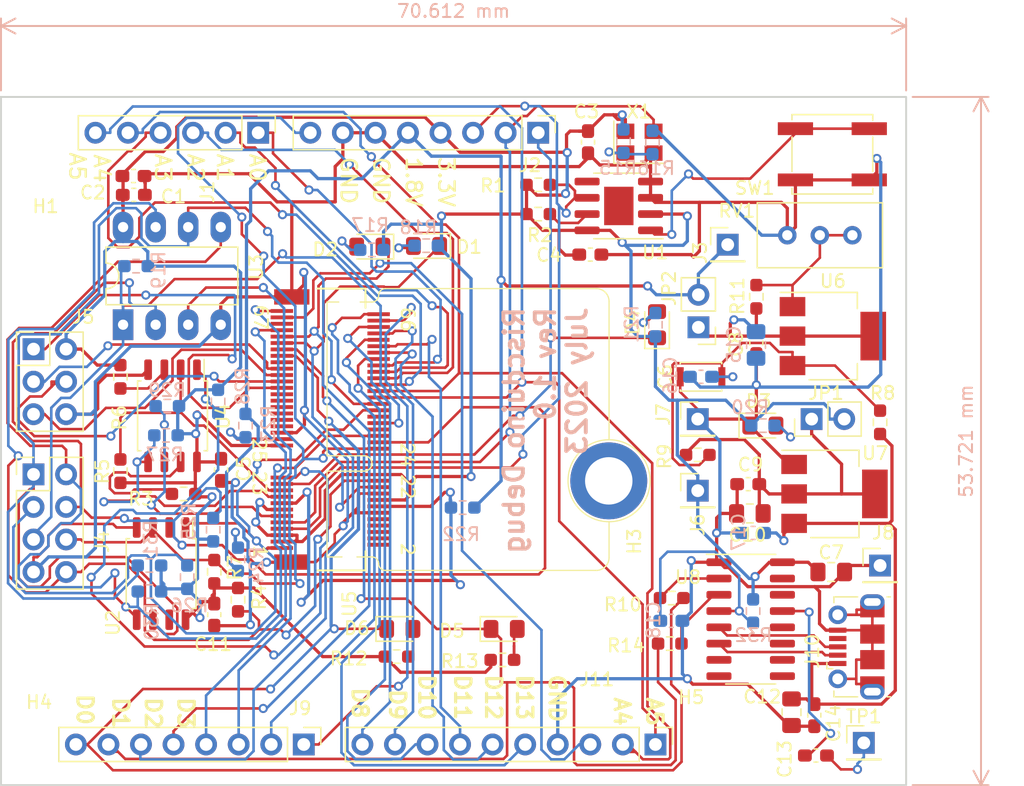
<source format=kicad_pcb>
(kicad_pcb (version 20221018) (generator pcbnew)
  (title_block (date "2023-07-21") (rev "1.0.2"))
  (layers (0 "F.Cu" jumper) (31 "B.Cu" signal) (34 "B.Paste" user) (35 "F.Paste" user) (36 "B.SilkS" user "B.Silkscreen") (37 "F.SilkS" user "F.Silkscreen") (38 "B.Mask" user) (39 "F.Mask" user) (44 "Edge.Cuts" user))
  (net 0 "")
  (net 1 "+5V")
  (net 2 "GND")
  (net 3 "+3.3VP")
  (net 4 "+3.3V")
  (net 5 "USB_D-")
  (net 6 "USB_D+")
  (net 7 "ISP_MISO")
  (net 8 "ISP_SCK")
  (net 9 "ISP_MOSI")
  (net 10 "ISP_SSN")
  (net 11 "gpio")
  (net 12 "xclk")
  (net 13 "~{RST}")
  (net 14 "Net-(U8-V3)")
  (net 15 "ardunio_a0")
  (net 16 "ardunio_a1")
  (net 17 "ardunio_a2")
  (net 18 "ardunio_a3")
  (net 19 "ardunio_a4")
  (net 20 "ardunio_a5")
  (net 21 "ardunio_d7")
  (net 22 "ardunio_d6")
  (net 23 "ardunio_d5")
  (net 24 "ardunio_d4")
  (net 25 "ardunio_d3")
  (net 26 "ardunio_d2")
  (net 27 "ardunio_d1")
  (net 28 "ardunio_d0")
  (net 29 "mprj_io_12")
  (net 30 "ardunio_d13")
  (net 31 "ardunio_d12")
  (net 32 "ardunio_d11")
  (net 33 "ardunio_d10")
  (net 34 "ardunio_d9")
  (net 35 "ardunio_d8")
  (net 37 "CARAVEL_FLASH_IO3")
  (net 38 "USER_FLASH_IO3")
  (net 39 "CARAVEL_FLASH_IO2")
  (net 40 "USER_FLASH_IO2")
  (net 41 "CARAVEL_FLASH_IO1")
  (net 42 "USER_FLASH_IO1")
  (net 43 "CARAVEL_FLASH_IO0")
  (net 44 "USER_FLASH_IO0")
  (net 45 "CARAVEL_FLASH_SCK")
  (net 46 "USER_FLASH_SCK")
  (net 47 "CARAVEL_FLASH_SSN")
  (net 48 "USER_FLASH_SSN")
  (net 49 "USER_SRAM_SSN")
  (net 50 "Net-(U1-~{ST})")
  (net 51 "mprj_io_37")
  (net 52 "Net-(U8-TXD)")
  (net 53 "Net-(U8-RXD)")
  (net 54 "+1V8")
  (net 55 "Net-(X1-EN)")
  (net 56 "Net-(U1-~{PB_RST})")
  (net 57 "Net-(U8-~{DTR})")
  (net 59 "Net-(D1-A)")
  (net 60 "Net-(D2-A)")
  (net 61 "Net-(D3-A)")
  (net 62 "Net-(D4-A)")
  (net 63 "Net-(D5-A)")
  (net 64 "Net-(D6-A)")
  (net 70 "/+1.8VP")
  (net 84 "Net-(U5-vccd)")
  (net 85 "Net-(U5-vccd1)")
  (net 86 "Net-(U5-vccd2)")
  (net 87 "mprj_io_32")
  (net 88 "mprj_io_30")
  (net 89 "mprj_io_0")
  (net 90 "mprj_io_5_ser_rx")
  (net 91 "mprj_io_11")
  (net 92 "Net-(U6-VI)")
  (net 93 "Net-(U6-ADJ)")
  (net 94 "Net-(C13-Pad2)")
  (footprint "Connector_PinHeader_2.54mm:PinHeader_1x01_P2.54mm_Vertical" (layer "F.Cu") (at 123.698 74.676)
    (fp_text reference "J7")
    (fp_text value "Conn_01x01" hide)
  )
  (footprint "Package_TO_SOT_SMD:SOT-223-3_TabPin2" (layer "F.Cu") (at 134.366 80.518)
    (fp_text reference "U7")
    (fp_text value "LM1117MP-3.3" hide)
  )
  (footprint "Resistor_SMD:R_0603_1608Metric_Pad0.98x0.95mm_HandSolder" (layer "F.Cu") (at 111.252 58.674)
    (fp_text reference "R2")
    (fp_text value "10K" hide)
  )
  (footprint "Package_SO:SOIC-8_5.23x5.23mm_P1.27mm" (layer "F.Cu") (at 81.835 86.738 -90)
    (fp_text reference "U2")
    (fp_text value "W25Q32JVSS" hide)
  )
  (footprint "Package_TO_SOT_SMD:SOT-223-3_TabPin2" (layer "F.Cu") (at 134.239 68.199)
    (fp_text reference "U6")
    (fp_text value "LM1117S-ADJ" hide)
  )
  (footprint "Package_SO:SOIC-16_3.9x9.9mm_P1.27mm" (layer "F.Cu") (at 127.827 90.297)
    (fp_text reference "U8")
    (fp_text value "CH340C" hide)
  )
  (footprint "Connector_PinHeader_2.54mm:PinHeader_1x02_P2.54mm_Vertical" (layer "F.Cu") (at 132.583 74.676 90)
    (fp_text reference "JP1")
    (fp_text value "Jumper_2" hide)
  )
  (footprint "Connector_PinHeader_2.54mm:PinHeader_2x04_P2.54mm_Vertical" (layer "F.Cu") (at 71.882 78.994)
    (fp_text reference "J4")
    (fp_text value "Conn_02x04_Odd_Even" hide)
  )
  (footprint "Capacitor_SMD:C_0603_1608Metric_Pad1.08x0.95mm_HandSolder" (layer "F.Cu") (at 115.1382 53.0595 -90)
    (fp_text reference "C3")
    (fp_text value "0.1uF" hide)
  )
  (footprint "Connector_PinHeader_2.54mm:PinHeader_1x02_P2.54mm_Vertical" (layer "F.Cu") (at 123.7488 67.5132 180)
    (fp_text reference "JP2")
    (fp_text value "Jumper_2" hide)
  )
  (footprint "Package_SO:SOIC-8-1EP_3.9x4.9mm_P1.27mm_EP2.29x3mm" (layer "F.Cu") (at 117.54 58.039 180)
    (fp_text reference "U1")
    (fp_text value "MAX1232ESA+T" hide)
  )
  (footprint "MountingHole:MountingHole_3.2mm_M3" (layer "F.Cu") (at 126.238 99.822)
    (fp_text reference "H5")
    (fp_text value "MountingHole" hide)
  )
  (footprint "Capacitor_SMD:C_0603_1608Metric_Pad1.08x0.95mm_HandSolder" (layer "F.Cu") (at 132.7912 97.79 -90)
    (fp_text reference "C14")
    (fp_text value "0.1uF" hide)
  )
  (footprint "Riscduino.Library:MicroMod-Standoff" (layer "F.Cu") (at 116.756 79.4988 -90)
    (fp_text reference "H3")
    (fp_text value "MICROMOD-Standoff" hide)
  )
  (footprint "Capacitor_SMD:C_0805_2012Metric_Pad1.18x1.45mm_HandSolder" (layer "F.Cu") (at 127.762 82.042 180)
    (fp_text reference "C10")
    (fp_text value "22uF" hide)
  )
  (footprint "Connector_PinHeader_2.54mm:PinHeader_1x01_P2.54mm_Vertical" (layer "F.Cu") (at 137.922 86.106)
    (fp_text reference "J8")
    (fp_text value "Conn_01x01" hide)
  )
  (footprint "LED_SMD:LED_0805_2012Metric_Pad1.15x1.40mm_HandSolder" (layer "F.Cu") (at 128.778 75.184)
    (fp_text reference "D3")
    (fp_text value "RED LED" hide)
  )
  (footprint "Button_Switch_SMD:SW_SPST_CK_KXT3" (layer "F.Cu") (at 123.952 71.374 180)
    (fp_text reference "C6")
    (fp_text value "10uF" hide)
  )
  (footprint "Resistor_SMD:R_0603_1608Metric_Pad0.98x0.95mm_HandSolder" (layer "F.Cu") (at 111.252 56.388)
    (fp_text reference "R1")
    (fp_text value "10K" hide)
  )
  (footprint "LED_SMD:LED_0805_2012Metric_Pad1.15x1.40mm_HandSolder" (layer "F.Cu") (at 102.5398 61.1632 180)
    (fp_text reference "D1")
    (fp_text value "GREEN LED" hide)
  )
  (footprint "Connector_PinHeader_2.54mm:PinHeader_1x06_P2.54mm_Vertical" (layer "F.Cu") (at 89.408 52.324 -90)
    (fp_text reference "J1")
    (fp_text value "Conn_01x06_Pin" hide)
  )
  (footprint "Capacitor_SMD:C_0603_1608Metric_Pad1.08x0.95mm_HandSolder" (layer "F.Cu") (at 85.979 89.9425 -90)
    (fp_text reference "C11")
    (fp_text value "0.1uF" hide)
  )
  (footprint "Connector_PinHeader_2.54mm:PinHeader_1x08_P2.54mm_Vertical" (layer "F.Cu") (at 111.252 52.324 -90)
    (fp_text reference "J2")
    (fp_text value "Conn_01x08_Pin" hide)
  )
  (footprint "Connector_PinHeader_2.54mm:PinHeader_1x10_P2.54mm_Vertical" (layer "F.Cu") (at 120.396 100.076 -90)
    (fp_text reference "J11")
    (fp_text value "Conn_01x10_Pin" hide)
  )
  (footprint "Package_SO:SOIC-8_5.23x5.23mm_P1.27mm" (layer "F.Cu") (at 82.724 74.422 -90)
    (fp_text reference "U4")
    (fp_text value "W25Q32JVSS" hide)
  )
  (footprint "MountingHole:MountingHole_3.2mm_M3" (layer "F.Cu") (at 73.4568 91.9734)
    (fp_text reference "H4")
    (fp_text value "MountingHole" hide)
  )
  (footprint "Resistor_SMD:R_0603_1608Metric_Pad0.98x0.95mm_HandSolder" (layer "F.Cu") (at 137.922 74.93 90)
    (fp_text reference "R8")
    (fp_text value "DNI" hide)
  )
  (footprint "Resistor_SMD:R_0603_1608Metric_Pad0.98x0.95mm_HandSolder" (layer "F.Cu") (at 100.203 93.218 180)
    (fp_text reference "R12")
    (fp_text value "470 Ohm" hide)
  )
  (footprint "Connector_USB:USB_Micro-B_Molex-105017-0001" (layer "F.Cu") (at 136.0825 92.456 90)
    (fp_text reference "J10")
    (fp_text value "USB_B_Micro" hide)
  )
  (footprint "Connector_PinHeader_2.54mm:PinHeader_1x01_P2.54mm_Vertical" (layer "F.Cu") (at 123.698 80.264)
    (fp_text reference "J6")
    (fp_text value "Conn_01x01" hide)
  )
  (footprint "Resistor_SMD:R_0603_1608Metric_Pad0.98x0.95mm_HandSolder" (layer "F.Cu") (at 78.66 78.74 90)
    (fp_text reference "R5")
    (fp_text value "10K" hide)
  )
  (footprint "Resistor_SMD:R_0603_1608Metric_Pad0.98x0.95mm_HandSolder" (layer "F.Cu") (at 108.458 93.472 180)
    (fp_text reference "R13")
    (fp_text value "470 Ohm" hide)
  )
  (footprint "Resistor_SMD:R_0603_1608Metric_Pad0.98x0.95mm_HandSolder" (layer "F.Cu") (at 121.5155 92.202 180)
    (fp_text reference "R14")
    (fp_text value "0E" hide)
  )
  (footprint "Connector_PinHeader_2.54mm:PinHeader_1x08_P2.54mm_Vertical" (layer "F.Cu") (at 92.964 100.076 -90)
    (fp_text reference "J9")
    (fp_text value "Conn_01x08_Pin" hide)
  )
  (footprint "Resistor_SMD:R_0603_1608Metric_Pad0.98x0.95mm_HandSolder" (layer "F.Cu") (at 78.66 71.374 -90)
    (fp_text reference "R6")
    (fp_text value "10K" hide)
  )
  (footprint "MountingHole:MountingHole_3.2mm_M3" (layer "F.Cu") (at 125.73 53.848)
    (fp_text reference "H2" hide)
    (fp_text value "MountingHole" hide)
  )
  (footprint "Capacitor_SMD:C_0805_2012Metric_Pad1.18x1.45mm_HandSolder" (layer "F.Cu") (at 134.112 86.614)
    (fp_text reference "C7")
    (fp_text value "10uF" hide)
  )
  (footprint "Resistor_SMD:R_0603_1608Metric_Pad0.98x0.95mm_HandSolder" (layer "F.Cu") (at 83.5895 80.518 180)
    (fp_text reference "R3")
    (fp_text value "10K" hide)
  )
  (footprint "Connector_PinHeader_2.54mm:PinHeader_1x01_P2.54mm_Vertical" (layer "F.Cu") (at 126.0348 61.0616)
    (fp_text reference "J3")
    (fp_text value "Conn_01x01" hide)
  )
  (footprint "Capacitor_SMD:C_0603_1608Metric_Pad1.08x0.95mm_HandSolder" (layer "F.Cu") (at 115.316 61.837)
    (fp_text reference "C4")
    (fp_text value "0.1uF" hide)
  )
  (footprint "Package_DIP:DIP-8_W7.62mm_LongPads" (layer "F.Cu") (at 78.867 67.31 90)
    (fp_text reference "U3")
    (fp_text value "23LC1024-I/P " hide)
  )
  (footprint "Resistor_SMD:R_0603_1608Metric_Pad0.98x0.95mm_HandSolder" (layer "F.Cu") (at 87.8332 88.773 -90)
    (fp_text reference "R4")
    (fp_text value "10K" hide)
  )
  (footprint "Connector_PinHeader_2.54mm:PinHeader_1x01_P2.54mm_Vertical" (layer "F.Cu") (at 136.652 99.949)
    (fp_text reference "TP1")
    (fp_text value "TestPoint" hide)
  )
  (footprint "Resistor_SMD:R_0603_1608Metric_Pad0.98x0.95mm_HandSolder" (layer "F.Cu") (at 123.698 77.47)
    (fp_text reference "R9")
    (fp_text value "0E" hide)
  )
  (footprint "Riscduino.Library:SW_SPST_EVPBF_TS4550TP" (layer "F.Cu") (at 134.198 54.007 180)
    (fp_text reference "SW1")
    (fp_text value "4Pin Round Button SPST Straight Tactile Switch SMD - TS4550TP" hide)
  )
  (footprint "Capacitor_SMD:C_0603_1608Metric_Pad1.08x0.95mm_HandSolder" (layer "F.Cu") (at 128.27 68.7335 -90)
    (fp_text reference "C8")
    (fp_text value "0.1uF" hide)
  )
  (footprint "Riscduino.Library:M.2-CONNECTOR-E" (layer "F.Cu") (at 96.5285 75.4891 -90)
    (fp_text reference "U5")
    (fp_text value "caravel-M.2-card" hide)
  )
  (footprint "LED_SMD:LED_0805_2012Metric_Pad1.15x1.40mm_HandSolder" (layer "F.Cu") (at 98.115 61.214 180)
    (fp_text reference locked "D2")
    (fp_text value "GREEN LED" hide)
  )
  (footprint "LED_SMD:LED_0805_2012Metric_Pad1.15x1.40mm_HandSolder" (layer "F.Cu") (at 120.523 67.31 90)
    (fp_text reference "D4")
    (fp_text value "GREEN LED" hide)
  )
  (footprint "Capacitor_SMD:C_0603_1608Metric_Pad1.08x0.95mm_HandSolder" (layer "F.Cu") (at 79.7052 57.1754)
    (fp_text reference "C1")
    (fp_text value "0.1uF" hide)
  )
  (footprint "Capacitor_SMD:C_0805_2012Metric_Pad1.18x1.45mm_HandSolder" (layer "F.Cu") (at 131.0132 97.5575 -90)
    (fp_text reference "C12")
    (fp_text value "10uF" hide)
  )
  (footprint "Resistor_SMD:R_0603_1608Metric_Pad0.98x0.95mm_HandSolder" (layer "F.Cu") (at 121.666 88.646)
    (fp_text reference "R10")
    (fp_text value "0E" hide)
  )
  (footprint "Capacitor_SMD:C_0603_1608Metric_Pad1.08x0.95mm_HandSolder" (layer "F.Cu") (at 132.9182 100.9396)
    (fp_text reference "C13")
    (fp_text value "0.1uF" hide)
  )
  (footprint "Connector_PinHeader_2.54mm:PinHeader_2x03_P2.54mm_Vertical" (layer "F.Cu") (at 71.882 69.215)
    (fp_text reference "J5")
    (fp_text value "ISP" hide)
  )
  (footprint "Capacitor_SMD:C_0603_1608Metric_Pad1.08x0.95mm_HandSolder" (layer "F.Cu") (at 127.635 79.756 180)
    (fp_text reference "C9")
    (fp_text value "0.1uF" hide)
  )
  (footprint "Crystal:Crystal_SMD_Abracon_ABM8G-4Pin_3.2x2.5mm" (layer "F.Cu") (at 119.1514 53.0625)
    (fp_text reference "X1")
    (fp_text value "ASE-10.000MHZ-LC-T" hide)
  )
  (footprint "MountingHole:MountingHole_3.2mm_M3" (layer "F.Cu") (at 73.406 62.484)
    (fp_text reference "H1")
    (fp_text value "MountingHole" hide)
  )
  (footprint "Resistor_SMD:R_0603_1608Metric_Pad0.98x0.95mm_HandSolder" (layer "F.Cu") (at 85.979 86.5905 90)
    (fp_text reference "R7")
    (fp_text value "10K" hide)
  )
  (footprint "Capacitor_SMD:C_0603_1608Metric_Pad1.08x0.95mm_HandSolder" (layer "F.Cu") (at 86.5124 78.6384 -90)
    (fp_text reference "C5")
    (fp_text value "0.1uF" hide)
  )
  (footprint "LED_SMD:LED_0805_2012Metric_Pad1.15x1.40mm_HandSolder" (layer "F.Cu") (at 108.594 91.059)
    (fp_text reference "D5")
    (fp_text value "GREEN LED" hide)
  )
  (footprint "Capacitor_SMD:C_0603_1608Metric_Pad1.08x0.95mm_HandSolder" (layer "F.Cu") (at 79.6798 55.7022)
    (fp_text reference "C2")
    (fp_text value "0.1uF" hide)
  )
  (footprint "Potentiometer_THT:Potentiometer_Bourns_3296W_Vertical" (layer "F.Cu") (at 135.763 60.325)
    (fp_text reference "RV1")
    (fp_text value "500 Ohm Trim Pot" hide)
  )
  (footprint "LED_SMD:LED_0805_2012Metric_Pad1.15x1.40mm_HandSolder" (layer "F.Cu") (at 100.457 91.059)
    (fp_text reference "D6")
    (fp_text value "BLUE LED" hide)
  )
  (footprint "Resistor_SMD:R_0603_1608Metric_Pad0.98x0.95mm_HandSolder" (layer "F.Cu") (at 128.27 65.1275 90)
    (fp_text reference "R11")
    (fp_text value "470 Ohm" hide)
  )
  (footprint "Resistor_SMD:R_0603_1608Metric_Pad0.98x0.95mm_HandSolder" (layer "B.Cu") (at 128.016 89.662 90)
    (fp_text reference "R32")
    (fp_text value "0E" hide)
  )
  (footprint "Resistor_SMD:R_0603_1608Metric_Pad0.98x0.95mm_HandSolder" (layer "B.Cu") (at 88.4174 75.184 -90)
    (fp_text reference "R23")
    (fp_text value "0E" hide)
  )
  (footprint "Resistor_SMD:R_0603_1608Metric_Pad0.98x0.95mm_HandSolder" (layer "B.Cu") (at 85.899 83.309 90)
    (fp_text reference "R25")
    (fp_text value "10K" hide)
  )
  (footprint "Resistor_SMD:R_0603_1608Metric_Pad0.98x0.95mm_HandSolder" (layer "B.Cu") (at 128.778 75.184 180)
    (fp_text reference "R20")
    (fp_text value "470 Ohm" hide)
  )
  (footprint "Resistor_SMD:R_0603_1608Metric_Pad0.98x0.95mm_HandSolder" (layer "B.Cu") (at 117.9068 52.9844 -90)
    (fp_text reference "R15")
    (fp_text value "DNI" hide)
  )
  (footprint "Resistor_SMD:R_0603_1608Metric_Pad0.98x0.95mm_HandSolder" (layer "B.Cu") (at 87.8332 85.6234 90)
    (fp_text reference "R24")
    (fp_text value "0E" hide)
  )
  (footprint "Resistor_SMD:R_0603_1608Metric_Pad0.98x0.95mm_HandSolder" (layer "B.Cu") (at 83.867 87.0155 90)
    (fp_text reference "R26")
    (fp_text value "10K")
  )
  (footprint "Capacitor_SMD:C_0603_1608Metric_Pad1.08x0.95mm_HandSolder" (layer "B.Cu") (at 121.6395 90.424 180)
    (fp_text reference "C18")
    (fp_text value "0.1uF" hide)
  )
  (footprint "Resistor_SMD:R_0603_1608Metric_Pad0.98x0.95mm_HandSolder" (layer "B.Cu") (at 82.216 75.946 180)
    (fp_text reference "R27")
    (fp_text value "10K" hide)
  )
  (footprint "Resistor_SMD:R_0603_1608Metric_Pad0.98x0.95mm_HandSolder" (layer "B.Cu") (at 120.1674 53.086 90)
    (fp_text reference "R16")
    (fp_text value "DNI" hide)
  )
  (footprint "Resistor_SMD:R_0603_1608Metric_Pad0.98x0.95mm_HandSolder" (layer "B.Cu") (at 86.28 73.3025 -90)
    (fp_text reference "R28")
    (fp_text value "10K")
  )
  (footprint "Resistor_SMD:R_0603_1608Metric_Pad0.98x0.95mm_HandSolder" (layer "B.Cu") (at 82.3195 73.66 180)
    (fp_text reference "R29")
    (fp_text value "10K")
  )
  (footprint "Resistor_SMD:R_0603_1608Metric_Pad0.98x0.95mm_HandSolder" (layer "B.Cu") (at 98.2745 61.468)
    (fp_text reference "R17")
    (fp_text value "470 Ohm")
  )
  (footprint "Resistor_SMD:R_0603_1608Metric_Pad0.98x0.95mm_HandSolder" (layer "B.Cu") (at 102.5144 61.1378)
    (fp_text reference "R18")
    (fp_text value "470 Ohm" hide)
  )
  (footprint "Resistor_SMD:R_0603_1608Metric_Pad0.98x0.95mm_HandSolder" (layer "B.Cu") (at 120.396 67.31 -90)
    (fp_text reference "R21")
    (fp_text value "470 Ohm")
  )
  (footprint "Capacitor_SMD:C_0805_2012Metric_Pad1.18x1.45mm_HandSolder" (layer "B.Cu") (at 128.2446 68.8887 -90)
    (fp_text reference "C15")
    (fp_text value "22uF" hide)
  )
  (footprint "Resistor_SMD:R_0603_1608Metric_Pad0.98x0.95mm_HandSolder" (layer "B.Cu") (at 80.9225 88.135 180)
    (fp_text reference "R30")
    (fp_text value "10K")
  )
  (footprint "Capacitor_SMD:C_0603_1608Metric_Pad1.08x0.95mm_HandSolder" (layer "B.Cu") (at 123.952 71.374 180)
    (fp_text reference "C16")
    (fp_text value "0.1uF")
  )
  (footprint "Capacitor_SMD:C_0603_1608Metric_Pad1.08x0.95mm_HandSolder" (layer "B.Cu") (at 128.016 83.566 180)
    (fp_text reference "C17")
    (fp_text value "0.1uF")
  )
  (footprint "Resistor_SMD:R_0603_1608Metric_Pad0.98x0.95mm_HandSolder" (layer "B.Cu") (at 80.9225 86.103 180)
    (fp_text reference "R31")
    (fp_text value "10K")
  )
  (footprint "Resistor_SMD:R_0603_1608Metric_Pad0.98x0.95mm_HandSolder" (layer "B.Cu") (at 79.883 62.738 180)
    (fp_text reference "R19")
    (fp_text value "10K")
  )
  (footprint "Resistor_SMD:R_0603_1608Metric_Pad0.98x0.95mm_HandSolder" (layer "B.Cu") (at 105.3592 81.5848)
    (fp_text reference "R22")
    (fp_text value "0E" hide)
  )
  (gr_rect (start 69.342 49.53) (end 139.954 103.251) (stroke (width 0.1524)) (fill none) (layer "Edge.Cuts"))
  (gr_text "Riscduino Debug\nRev 1.0\nJuly 2023" (at 115.1636 65.786 90) (layer "B.SilkS") (effects (font (size 1.524 1.524) (thickness 0.3048) bold) (justify left bottom mirror)))
  (gr_text "A4" (at 117.094 96.266 270) (layer "F.SilkS") (effects (font (size 1.2 1.2) (thickness 0.25) bold) (justify left bottom)))
  (gr_text "A3" (at 81.28 53.848 270) (layer "F.SilkS") (effects (font (size 1.2 1.2) (thickness 0.1875)) (justify left bottom)))
  (gr_text "D0" (at 75.184 96.012 270) (layer "F.SilkS") (effects (font (size 1.2 1.2) (thickness 0.25) bold) (justify left bottom)))
  (gr_text "A0" (at 88.646 53.848 -90) (layer "F.SilkS") (effects (font (size 1.2 1.2) (thickness 0.1875)) (justify left bottom)))
  (gr_text "D10" (at 101.854 94.488 270) (layer "F.SilkS") (effects (font (size 1.2 1.2) (thickness 0.25) bold) (justify left bottom)))
  (gr_text "A1" (at 86.106 53.848 270) (layer "F.SilkS") (effects (font (size 1.2 1.2) (thickness 0.1875)) (justify left bottom)))
  (gr_text "GND" (at 112.014 94.488 270) (layer "F.SilkS") (effects (font (size 1.2 1.2) (thickness 0.25) bold) (justify left bottom)))
  (gr_text "D3" (at 83.058 96.266 270) (layer "F.SilkS") (effects (font (size 1.2 1.2) (thickness 0.25) bold) (justify left bottom)))
  (gr_text "1.8V" (at 100.838 54.102 270) (layer "F.SilkS") (effects (font (size 1.2 1.2) (thickness 0.1875)) (justify left bottom)))
  (gr_text "D13" (at 109.474 94.488 270) (layer "F.SilkS") (effects (font (size 1.2 1.2) (thickness 0.25) bold) (justify left bottom)))
  (gr_text "D9" (at 99.568 95.631 270) (layer "F.SilkS") (effects (font (size 1.2 1.2) (thickness 0.25) bold) (justify left bottom)))
  (gr_text "D11" (at 104.648 94.488 270) (layer "F.SilkS") (effects (font (size 1.2 1.2) (thickness 0.25) bold) (justify left bottom)))
  (gr_text "A4" (at 76.5048 53.8988 -90) (layer "F.SilkS") (effects (font (size 1.2 1.2) (thickness 0.1875)) (justify left bottom)))
  (gr_text "A5" (at 74.5998 53.7464 270) (layer "F.SilkS") (effects (font (size 1.2 1.2) (thickness 0.1875)) (justify left bottom)))
  (gr_text "D8" (at 96.647 95.504 270) (layer "F.SilkS") (effects (font (size 1.2 1.2) (thickness 0.25) bold) (justify left bottom)))
  (gr_text "D2" (at 80.518 96.266 270) (layer "F.SilkS") (effects (font (size 1.2 1.2) (thickness 0.25) bold) (justify left bottom)))
  (gr_text "A5" (at 119.634 96.266 270) (layer "F.SilkS") (effects (font (size 1.2 1.2) (thickness 0.25) bold) (justify left bottom)))
  (gr_text "D12" (at 107.061 94.488 270) (layer "F.SilkS") (effects (font (size 1.2 1.2) (thickness 0.25) bold) (justify left bottom)))
  (gr_text "GND" (at 98.298 54.102 270) (layer "F.SilkS") (effects (font (size 1.2 1.2) (thickness 0.1875)) (justify left bottom)))
  (gr_text "D1" (at 77.978 96.266 270) (layer "F.SilkS") (effects (font (size 1.2 1.2) (thickness 0.25) bold) (justify left bottom)))
  (gr_text "3.3V" (at 103.378 54.102 270) (layer "F.SilkS") (effects (font (size 1.2 1.2) (thickness 0.1875)) (justify left bottom)))
  (gr_text "GND" (at 95.758 54.102 270) (layer "F.SilkS") (effects (font (size 1.2 1.2) (thickness 0.1875)) (justify left bottom)))
  (gr_text "A2" (at 83.82 53.848 270) (layer "F.SilkS") (effects (font (size 1.2 1.2) (thickness 0.1875)) (justify left bottom)))
  (dimension (type aligned) (layer "B.SilkS") (pts (xy 139.954 49.53) (xy 139.954 103.251)) (height -5.842) (gr_text "53.721 mm" (at 144.6276 76.3905 90) (layer "B.SilkS") (effects (font (size 1.016 1.016) (thickness 0.1524)))) (format (prefix "") (suffix "") (units 2) (units_format 1) (precision 3) suppress_zeroes) (style (thickness 0.1524) (arrow_length 1.27) (text_position_mode 0) (extension_height 0.58642) (extension_offset 0.508) keep_text_aligned))
  (dimension (type aligned) (layer "B.SilkS") (pts (xy 69.342 49.53) (xy 139.954 49.53)) (height -5.5372) (gr_text "70.612 mm" (at 104.648 42.8244) (layer "B.SilkS") (effects (font (size 1.016 1.016) (thickness 0.1524)))) (format (prefix "") (suffix "") (units 2) (units_format 1) (precision 3) suppress_zeroes) (style (thickness 0.1524) (arrow_length 1.27) (text_position_mode 0) (extension_height 0.58642) (extension_offset 0.508) keep_text_aligned))
  (segment (start 132.593 93.756) (end 134.62 93.756) (width 0.254) (layer "F.Cu") (net 1))
  (segment (start 132.588 93.7514) (end 132.593 93.756) (width 0.254) (layer "F.Cu") (net 1))
  (segment (start 130.417 83.6168) (end 130.417 84.1681) (width 0.254) (layer "F.Cu") (net 1))
  (segment (start 131.216 82.818) (end 130.417 83.6168) (width 0.254) (layer "F.Cu") (net 1))
  (segment (start 138.63 82.818) (end 138.848 82.6) (width 0.254) (layer "F.Cu") (net 1))
  (segment (start 138.039 96.9275) (end 132.588 96.9275) (width 0.254) (layer "F.Cu") (net 1))
  (segment (start 132.18 96.52) (end 132.588 96.9275) (width 0.254) (layer "F.Cu") (net 1))
  (segment (start 138.848 76.7686) (end 137.922 75.8425) (width 0.254) (layer "F.Cu") (net 1))
  (segment (start 138.63 82.818) (end 131.216 82.818) (width 0.254) (layer "F.Cu") (net 1))
  (segment (start 139.108 95.8587) (end 138.039 96.9275) (width 0.254) (layer "F.Cu") (net 1))
  (segment (start 138.63 82.818) (end 139.108 83.2959) (width 0.254) (layer "F.Cu") (net 1))
  (segment (start 139.108 83.2959) (end 139.108 95.8587) (width 0.254) (layer "F.Cu") (net 1))
  (segment (start 132.588 96.9275) (end 132.588 93.7514) (width 0.254) (layer "F.Cu") (net 1))
  (segment (start 138.848 82.6) (end 138.848 76.7686) (width 0.254) (layer "F.Cu") (net 1))
  (segment (start 130.81 96.52) (end 132.18 96.52) (width 0.254) (layer "F.Cu") (net 1))
  (via (at 130.417 84.1681) (size 0.7112) (drill 0.4064) (layers "F.Cu" "B.Cu") (net 1))
  (segment (start 129.815 83.566) (end 130.417 84.1681) (width 0.254) (layer "B.Cu") (net 1))
  (segment (start 128.8785 83.566) (end 129.815 83.566) (width 0.254) (layer "B.Cu") (net 1))
  (segment (start 123.825 61.5696) (end 123.368 62.0268) (width 0.254) (layer "F.Cu") (net 2))
  (segment (start 125.352 85.852) (end 123.317 85.852) (width 0.254) (layer "F.Cu") (net 2))
  (segment (start 123.825 57.7596) (end 120.371 57.7596) (width 0.254) (layer "F.Cu") (net 2))
  (segment (start 126.1402 86.2922) (end 125.7922 86.2922) (width 0.2032) (layer "F.Cu") (net 2))
  (segment (start 119.321 54.8427) (end 116.059 54.8427) (width 0.254) (layer "F.Cu") (net 2))
  (segment (start 128.27 72.009) (end 128.27 69.596) (width 0.254) (layer "F.Cu") (net 2))
  (segment (start 86.487 65.7098) (end 86.487 67.31) (width 0.254) (layer "F.Cu") (net 2))
  (segment (start 127.753 75.184) (end 128.27 74.667) (width 0.254) (layer "F.Cu") (net 2))
  (segment (start 135.658 86.106) (end 135.267 86.497) (width 0.254) (layer "F.Cu") (net 2))
  (segment (start 73.0387 83.767) (end 73.9443 82.8614) (width 0.2032) (layer "F.Cu") (net 2))
  (segment (start 127.605 87.757) (end 126.1402 86.2922) (width 0.254) (layer "F.Cu") (net 2))
  (segment (start 80.5931 56.6674) (end 80.5677 56.6928) (width 0.2032) (layer "F.Cu") (net 2))
  (segment (start 76.8858 73.8632) (end 76.454 74.295) (width 0.254) (layer "F.Cu") (net 2))
  (segment (start 87.63 79.629) (end 86.6405 79.629) (width 0.254) (layer "F.Cu") (net 2))
  (segment (start 130.683 58.2168) (end 130.226 57.7596) (width 0.254) (layer "F.Cu") (net 2))
  (segment (start 137.078 56.007) (end 131.318 56.007) (width 0.254) (layer "F.Cu") (net 2))
  (segment (start 127.245 74.676) (end 127.753 75.184) (width 0.254) (layer "F.Cu") (net 2))
  (segment (start 71.882 85.4573) (end 72.1713 85.4573) (width 0.2032) (layer "F.Cu") (net 2))
  (segment (start 137.922 86.106) (end 135.658 86.106) (width 0.254) (layer "F.Cu") (net 2))
  (segment (start 127.753 75.184) (end 130.787 78.218) (width 0.254) (layer "F.Cu") (net 2))
  (segment (start 88.7222 90.805) (end 88.7984 90.7288) (width 0.254) (layer "F.Cu") (net 2))
  (segment (start 120.0149 55.1414) (end 119.5186 54.6451) (width 0.2032) (layer "F.Cu") (net 2))
  (segment (start 137.32 89.956) (end 136.0887 89.956) (width 0.2032) (layer "F.Cu") (net 2))
  (segment (start 122.327 72.5538) (end 122.327 71.374) (width 0.2032) (layer "F.Cu") (net 2))
  (segment (start 136.0887 89.956) (end 136.0887 89.556) (width 0.2032) (layer "F.Cu") (net 2))
  (segment (start 92.964 63.2206) (end 92.964 64.2036) (width 0.254) (layer "F.Cu") (net 2))
  (segment (start 133.1976 90.6526) (end 133.701 91.156) (width 0.254) (layer "F.Cu") (net 2))
  (segment (start 92.0623 57.7215) (end 92.0285 57.7553) (width 0.254) (layer "F.Cu") (net 2))
  (segment (start 92.964 64.2036) (end 92.0285 65.1391) (width 0.254) (layer "F.Cu") (net 2))
  (segment (start 119.5186 54.6451) (end 119.321 54.8427) (width 0.254) (layer "F.Cu") (net 2))
  (segment (start 131.318 56.007) (end 131.318 59.69) (width 0.254) (layer "F.Cu") (net 2))
  (segment (start 96.037972 83.007772) (end 95.377 83.668744) (width 0.2032) (layer "F.Cu") (net 2))
  (segment (start 80.5677 56.6928) (end 80.5677 57.1754) (width 0.2032) (layer "F.Cu") (net 2))
  (segment (start 98.552 52.324) (end 101.194 54.9656) (width 0.254) (layer "F.Cu") (net 2))
  (segment (start 76.454 74.295) (end 74.422 74.295) (width 0.254) (layer "F.Cu") (net 2))
  (segment (start 137.668 54.3306) (end 137.668 55.417) (width 0.254) (layer "F.Cu") (net 2))
  (segment (start 97.3617 80.4891) (end 97.2312 80.6196) (width 0.2032) (layer "F.Cu") (net 2))
  (segment (start 123.317 85.852) (end 123.19 85.725) (width 0.254) (layer "F.Cu") (net 2))
  (segment (start 135.15 86.614) (end 134.006 87.757) (width 0.254) (layer "F.Cu") (net 2))
  (segment (start 126.772 80.0384) (end 126.772 81.5985) (width 0.254) (layer "F.Cu") (net 2))
  (segment (start 80.5423 56.2356) (end 80.5423 55.7022) (width 0.2032) (layer "F.Cu") (net 2))
  (segment (start 96.012 52.324) (end 98.552 52.324) (width 0.254) (layer "F.Cu") (net 2))
  (segment (start 125.7922 86.2922) (end 125.352 85.852) (width 0.2032) (layer "F.Cu") (net 2))
  (segment (start 98.8035 81.9891) (end 96.7994 81.9891) (width 0.254) (layer "F.Cu") (net 2))
  (segment (start 80.819 70.822) (end 80.3872 71.2538) (width 0.254) (layer "F.Cu") (net 2))
  (segment (start 137.32 95.956) (end 136.72 95.356) (width 0.2032) (layer "F.Cu") (net 2))
  (segment (start 123.368 62.0268) (end 123.178 61.837) (width 0.254) (layer "F.Cu") (net 2))
  (segment (start 124.449 74.676) (end 122.327 72.5538) (width 0.2032) (layer "F.Cu") (net 2))
  (segment (start 77.5648 71.2538) (end 76.8858 71.9328) (width 0.254) (layer "F.Cu") (net 2))
  (segment (start 97.2312 80.6196) (end 97.2312 81.5573) (width 0.254) (layer "F.Cu") (net 2))
  (segment (start 127.587 95.3722) (end 123.312 95.3722) (width 0.254) (layer "F.Cu") (net 2))
  (segment (start 98.8035 80.4891) (end 97.3617 80.4891) (width 0.2032) (layer "F.Cu") (net 2))
  (segment (start 95.4151 57.7215) (end 92.0623 57.7215) (width 0.254) (layer "F.Cu") (net 2))
  (segment (start 95.377 83.668744) (end 95.377 84.3741) (width 0.2032) (layer "F.Cu") (net 2))
  (segment (start 134.006 87.757) (end 132.817 87.757) (width 0.254) (layer "F.Cu") (net 2))
  (segment (start 137.32 93.456) (end 137.32 91.456) (width 0.2032) (layer "F.Cu") (net 2))
  (segment (start 71.882 86.614) (end 71.882 85.4573) (width 0.2032) (layer "F.Cu") (net 2))
  (segment (start 126.724 82.042) (end 125.527 82.042) (width 0.254) (layer "F.Cu") (net 2))
  (segment (start 125.171 83.566) (end 125.171 85.6712) (width 0.254) (layer "F.Cu") (net 2))
  (segment (start 78.3556 83.138) (end 79.93 83.138) (width 0.2032) (layer "F.Cu") (net 2))
  (segment (start 132.817 87.757) (end 127.605 87.757) (width 0.254) (layer "F.Cu") (net 2))
  (segment (start 126.1402 86.2922) (end 125.7 85.852) (width 0.254) (layer "F.Cu") (net 2))
  (segment (start 80.3872 71.2538) (end 77.5648 71.2538) (width 0.254) (layer "F.Cu") (net 2))
  (segment (start 132.7912 98.6525) (end 131.0712 98.6525) (width 0.254) (layer "F.Cu") (net 2))
  (segment (start 73.0387 84.5899) (end 73.0387 83.767) (width 0.2032) (layer "F.Cu") (net 2))
  (segment (start 123.312 95.3722) (end 122.885 94.9452) (width 0.254) (layer "F.Cu") (net 2))
  (segment (start 80.5931 56.2864) (end 80.5931 56.6674) (width 0.254) (layer "F.Cu") (net 2))
  (segment (start 133.701 91.156) (end 134.62 91.156) (width 0.254) (layer "F.Cu") (net 2))
  (segment (start 123.698 74.676) (end 124.449 74.676) (width 0.254) (layer "F.Cu") (net 2))
  (segment (start 90.879 57.7215) (end 88.6819 55.5244) (width 0.254) (layer "F.Cu") (net 2))
  (segment (start 125.171 82.3976) (end 125.171 83.566) (width 0.254) (layer "F.Cu") (net 2))
  (segment (start 78.079 82.8614) (end 78.3556 83.138) (width 0.2032) (layer "F.Cu") (net 2))
  (segment (start 136.3915 95.356) (end 136.063 95.356) (width 0.2032) (layer "F.Cu") (net 2))
  (segment (start 133.1976 88.1376) (end 133.1976 90.6526) (width 0.254) (layer "F.Cu") (net 2))
  (segment (start 137.32 89.556) (end 136.0887 89.556) (width 0.2032) (layer "F.Cu") (net 2))
  (segment (start 92.3881 75.7391) (end 91.2535 75.7391) (width 0.254) (layer "F.Cu") (net 2))
  (segment (start 120.015 56.134) (end 120.015 55.1414) (width 0.254) (layer "F.Cu") (net 2))
  (segment (start 137.32 90.9276) (end 137.32 89.956) (width 0.2032) (layer "F.Cu") (net 2))
  (segment (start 131.318 59.69) (end 130.683 60.325) (width 0.254) (layer "F.Cu") (net 2))
  (segment (start 120.015 55.1414) (end 120.015 54.1489) (width 0.254) (layer "F.Cu") (net 2))
  (segment (start 114.795 54.6227) (end 114.8334 54.6227) (width 0.2032) (layer "F.Cu") (net 2))
  (segment (start 80.5931 55.5244) (end 80.5931 56.2864) (width 0.254) (layer "F.Cu") (net 2))
  (segment (start 125.171 85.6712) (end 125.352 85.852) (width 0.254) (layer "F.Cu") (net 2))
  (segment (start 93.0153 75.1119) (end 92.3881 75.7391) (width 0.254) (layer "F.Cu") (net 2))
  (segment (start 87.0577 65.1391) (end 86.487 65.7098) (width 0.254) (layer "F.Cu") (net 2))
  (segment (start 76.8858 71.9328) (end 76.8858 73.8632) (width 0.254) (layer "F.Cu") (net 2))
  (segment (start 114.795 54.6227) (end 115.138 54.2798) (width 0.254) (layer "F.Cu") (net 2))
  (segment (start 97.2312 81.5573) (end 96.7994 81.9891) (width 0.254) (layer "F.Cu") (net 2))
  (segment (start 92.0285 65.1391) (end 87.0577 65.1391) (width 0.254) (layer "F.Cu") (net 2))
  (segment (start 123.178 61.837) (end 116.1785 61.837) (width 0.254) (layer "F.Cu") (net 2))
  (segment (start 123.825 57.7596) (end 123.825 61.5696) (width 0.254) (layer "F.Cu") (net 2))
  (segment (start 90.0684 85.852) (end 92.0156 85.852) (width 0.254) (layer "F.Cu") (net 2))
  (segment (start 92.0285 57.7553) (end 92.0285 65.1391) (width 0.254) (layer "F.Cu") (net 2))
  (segment (start 136.72 95.356) (end 136.3915 95.356) (width 0.2032) (layer "F.Cu") (net 2))
  (segment (start 116.059 54.8427) (end 115.3361 54.12) (width 0.254) (layer "F.Cu") (net 2))
  (segment (start 95.377 84.3741) (end 93.912 85.8391) (width 0.2032) (layer "F.Cu") (net 2))
  (segment (start 128.27 74.667) (end 128.27 72.009) (width 0.254) (layer "F.Cu") (net 2))
  (segment (start 120.251 53.9125) (end 119.5186 54.6451) (width 0.254) (layer "F.Cu") (net 2))
  (segment (start 96.012 54.361853) (end 95.4151 54.958753) (width 0.254) (layer "F.Cu") (net 2))
  (segment (start 130.683 60.325) (end 130.683 58.2168) (width 0.254) (layer "F.Cu") (net 2))
  (segment (start 93.912 85.8391) (end 92.0285 85.8391) (width 0.2032) (layer "F.Cu") (net 2))
  (segment (start 136.063 94.956) (end 136.063 93.456) (width 0.2032) (layer "F.Cu") (net 2))
  (segment (start 95.4151 54.958753) (end 95.4151 57.7215) (width 0.254) (layer "F.Cu") (net 2))
  (segment (start 130.81 98.595) (end 127.587 95.3722) (width 0.254) (layer "F.Cu") (net 2))
  (segment (start 101.194 54.9656) (end 114.452 54.9656) (width 0.254) (layer "F.Cu") (net 2))
  (segment (start 137.32 88.956) (end 137.32 89.556) (width 0.2032) (layer "F.Cu") (net 2))
  (segment (start 132.817 87.757) (end 133.1976 88.1376) (width 0.254) (layer "F.Cu") (net 2))
  (segment (start 120.015 57.404) (end 120.015 56.134) (width 0.254) (layer "F.Cu") (net 2))
  (segment (start 96.037972 82.750528) (end 96.7994 81.9891) (width 0.254) (layer "F.Cu") (net 2))
  (segment (start 73.9443 82.8614) (end 78.079 82.8614) (width 0.2032) (layer "F.Cu") (net 2))
  (segment (start 120.015 55.1414) (end 120.0149 55.1414) (width 0.2032) (layer "F.Cu") (net 2))
  (segment (start 80.5931 56.6674) (end 80.5931 57.0484) (width 0.254) (layer "F.Cu") (net 2))
  (segment (start 96.037972 83.007772) (end 96.037972 82.750528) (width 0.254) (layer "F.Cu") (net 2))
  (segment (start 92.0623 57.7215) (end 90.879 57.7215) (width 0.254) (layer "F.Cu") (net 2))
  (segment (start 136.063 93.456) (end 137.32 93.456) (width 0.2032) (layer "F.Cu") (net 2))
  (segment (start 130.226 57.7596) (end 123.825 57.7596) (width 0.254) (layer "F.Cu") (net 2))
  (segment (start 114.8334 54.6227) (end 115.3361 54.12) (width 0.2032) (layer "F.Cu") (net 2))
  (segment (start 134.62 94.956) (end 136.063 94.956) (width 0.2032) (layer "F.Cu") (net 2))
  (segment (start 125.527 82.042) (end 125.171 82.3976) (width 0.254) (layer "F.Cu") (net 2))
  (segment (start 88.6819 55.5244) (end 80.5931 55.5244) (width 0.254) (layer "F.Cu") (net 2))
  (segment (start 93.0153 73.9902) (end 93.0153 75.1119) (width 0.254) (layer "F.Cu") (net 2))
  (segment (start 136.0887 89.956) (end 134.62 89.956) (width 0.2032) (layer "F.Cu") (net 2))
  (segment (start 72.1713 85.4573) (end 73.0387 84.5899) (width 0.2032) (layer "F.Cu") (net 2))
  (segment (start 134.62 91.156) (end 137.32 91.156) (width 0.2032) (layer "F.Cu") (net 2))
  (segment (start 85.979 90.805) (end 88.7222 90.805) (width 0.254) (layer "F.Cu") (net 2))
  (segment (start 96.012 52.324) (end 96.012 54.361853) (width 0.254) (layer "F.Cu") (net 2))
  (segment (start 136.063 95.356) (end 136.063 94.956) (width 0.2032) (layer "F.Cu") (net 2))
  (segment (start 114.452 54.9656) (end 114.795 54.6227) (width 0.254) (layer "F.Cu") (net 2))
  (segment (start 136.3915 95.356) (end 137.32 95.356) (width 0.2032) (layer "F.Cu") (net 2))
  (segment (start 124.449 74.676) (end 127.245 74.676) (width 0.254) (layer "F.Cu") (net 2))
  (segment (start 80.5931 56.2864) (end 80.5423 56.2356) (width 0.2032) (layer "F.Cu") (net 2))
  (segment (start 120.371 57.7596) (end 120.015 57.404) (width 0.254) (layer "F.Cu") (net 2))
  (segment (start 137.668 55.417) (end 137.078 56.007) (width 0.254) (layer "F.Cu") (net 2))
  (via (at 93.0153 73.9902) (size 0.7112) (drill 0.4064) (layers "F.Cu" "B.Cu") (net 2))
  (via (at 123.19 85.725) (size 0.7112) (drill 0.4064) (layers "F.Cu" "B.Cu") (net 2))
  (via (at 88.7984 90.7288) (size 0.7112) (drill 0.4064) (layers "F.Cu" "B.Cu") (net 2))
  (via (at 137.668 54.3306) (size 0.7112) (drill 0.4064) (layers "F.Cu" "B.Cu") (net 2))
  (via (at 128.27 72.009) (size 0.7112) (drill 0.4064) (layers "F.Cu" "B.Cu") (net 2))
  (via (at 87.63 79.629) (size 0.7112) (drill 0.4064) (layers "F.Cu" "B.Cu") (net 2))
  (via (at 92.964 63.2206) (size 0.7112) (drill 0.4064) (layers "F.Cu" "B.Cu") (net 2))
  (via (at 96.037972 83.007772) (size 0.7112) (drill 0.4064) (layers "F.Cu" "B.Cu") (net 2))
  (via (at 90.0684 85.852) (size 0.7112) (drill 0.4064) (layers "F.Cu" "B.Cu") (net 2))
  (via (at 125.171 83.566) (size 0.7112) (drill 0.4064) (layers "F.Cu" "B.Cu") (net 2))
  (via (at 122.885 94.9452) (size 0.7112) (drill 0.4064) (layers "F.Cu" "B.Cu") (net 2))
  (segment (start 88.7984 85.9536) (end 89.9668 85.9536) (width 0.254) (layer "B.Cu") (net 2))
  (segment (start 89.9668 85.9536) (end 90.0684 85.852) (width 0.254) (layer "B.Cu") (net 2))
  (segment (start 76.708 73.9394) (end 76.708 84.7344) (width 0.254) (layer "B.Cu") (net 2))
  (segment (start 88.613 85.7682) (end 88.7984 85.9536) (width 0.254) (layer "B.Cu") (net 2))
  (segment (start 76.708 71.755) (end 76.708 73.9394) (width 0.254) (layer "B.Cu") (net 2))
  (segment (start 120.54 52.1735) (end 128.692 60.325) (width 0.254) (layer "B.Cu") (net 2))
  (segment (start 76.0086 85.4338) (end 73.0622 85.4338) (width 0.254) (layer "B.Cu") (net 2))
  (segment (start 87.376 82.327253) (end 88.2904 83.241653) (width 0.254) (layer "B.Cu") (net 2))
  (segment (start 96.037972 83.007772) (end 96.393 82.652744) (width 0.2032) (layer "B.Cu") (net 2))
  (segment (start 93.0153 73.9902) (end 93.091 73.9145) (width 0.254) (layer "B.Cu") (net 2))
  (segment (start 122.885 94.9452) (end 122.502 94.562) (width 0.254) (layer "B.Cu") (net 2))
  (segment (start 88.2904 83.913672) (end 88.613 84.236272) (width 0.254) (layer "B.Cu") (net 2))
  (segment (start 122.885 94.9452) (end 114.3 94.9452) (width 0.254) (layer "B.Cu") (net 2))
  (segment (start 123.19 85.725) (end 123.19 89.736) (width 0.254) (layer "B.Cu") (net 2))
  (segment (start 88.613 84.236272) (end 88.613 85.7682) (width 0.254) (layer "B.Cu") (net 2))
  (segment (start 128.692 60.325) (end 130.683 60.325) (width 0.254) (layer "B.Cu") (net 2))
  (segment (start 123.895 72.1792) (end 128.1 72.1792) (width 0.254) (layer "B.Cu") (net 2))
  (segment (start 123.698 74.676) (end 125.425 76.4032) (width 0.254) (layer "B.Cu") (net 2))
  (segment (start 86.487 67.31) (end 84.8106 68.9864) (width 0.254) (layer "B.Cu") (net 2))
  (segment (start 76.708 84.7344) (end 76.0086 85.4338) (width 0.254) (layer "B.Cu") (net 2))
  (segment (start 84.8106 68.9864) (end 79.4766 68.9864) (width 0.254) (layer "B.Cu") (net 2))
  (segment (start 123.09 71.374) (end 123.895 72.1792) (width 0.254) (layer "B.Cu") (net 2))
  (segment (start 93.091 63.3476) (end 92.964 63.2206) (width 0.254) (layer "B.Cu") (net 2))
  (segment (start 128.1 72.1792) (end 128.27 72.009) (width 0.254) (layer "B.Cu") (net 2))
  (segment (start 79.4766 68.9864) (end 76.708 71.755) (width 0.254) (layer "B.Cu") (net 2))
  (segment (start 137.973 54.6354) (end 137.668 54.3306) (width 0.254) (layer "B.Cu") (net 2))
  (segment (start 136.99 72.1792) (end 137.973 71.1962) (width 0.254) (layer "B.Cu") (net 2))
  (segment (start 88.7984 90.7288) (end 88.7984 85.9536) (width 0.254) (layer "B.Cu") (net 2))
  (segment (start 93.091 73.9145) (end 93.091 63.3476) (width 0.254) (layer "B.Cu") (net 2))
  (segment (start 128.245 69.9262) (end 128.245 71.9836) (width 0.254) (layer "B.Cu") (net 2))
  (segment (start 123.19 89.736) (end 122.502 90.424) (width 0.254) (layer "B.Cu") (net 2))
  (segment (start 93.0153 74.4564) (end 93.0153 73.9902) (width 0.2032) (layer "B.Cu") (net 2))
  (segment (start 96.393 82.652744) (end 96.393 77.8341) (width 0.2032) (layer "B.Cu") (net 2))
  (segment (start 137.973 71.1962) (end 137.973 54.6354) (width 0.254) (layer "B.Cu") (net 2))
  (segment (start 127.1535 83.566) (end 125.171 83.566) (width 0.254) (layer "B.Cu") (net 2))
  (segment (start 87.376 79.883) (end 87.376 82.327253) (width 0.254) (layer "B.Cu") (net 2))
  (segment (start 112.776 96.4692) (end 112.776 100.076) (width 0.254) (layer "B.Cu") (net 2))
  (segment (start 114.3 94.9452) (end 112.776 96.4692) (width 0.254) (layer "B.Cu") (net 2))
  (segment (start 87.63 79.629) (end 87.376 79.883) (width 0.254) (layer "B.Cu") (net 2))
  (segment (start 76.3524 74.295) (end 74.422 74.295) (width 0.254) (layer "B.Cu") (net 2))
  (segment (start 96.393 77.8341) (end 93.0153 74.4564) (width 0.2032) (layer "B.Cu") (net 2))
  (segment (start 122.502 94.562) (end 122.502 90.424) (width 0.254) (layer "B.Cu") (net 2))
  (segment (start 128.245 71.9836) (end 128.27 72.009) (width 0.254) (layer "B.Cu") (net 2))
  (segment (start 128.1 72.1792) (end 136.99 72.1792) (width 0.254) (layer "B.Cu") (net 2))
  (segment (start 76.708 73.9394) (end 76.3524 74.295) (width 0.254) (layer "B.Cu") (net 2))
  (segment (start 125.425 76.4032) (end 125.425 83.312) (width 0.254) (layer "B.Cu") (net 2))
  (segment (start 120.1674 52.1735) (end 120.54 52.1735) (width 0.254) (layer "B.Cu") (net 2))
  (segment (start 88.2904 83.241653) (end 88.2904 83.913672) (width 0.254) (layer "B.Cu") (net 2))
  (segment (start 125.425 83.312) (end 125.171 83.566) (width 0.254) (layer "B.Cu") (net 2))
  (segment (start 73.0622 85.4338) (end 71.882 86.614) (width 0.254) (layer "B.Cu") (net 2))
  (segment (start 132.583 75.8581) (end 134.917 78.192) (width 0.254) (layer "F.Cu") (net 3))
  (segment (start 132.583 74.676) (end 132.583 75.8581) (width 0.254) (layer "F.Cu") (net 3))
  (segment (start 128.878 80.137) (end 128.688 79.9465) (width 0.254) (layer "F.Cu") (net 3))
  (segment (start 122.786 77.3411) (end 123.85 76.2762) (width 0.254) (layer "F.Cu") (net 3))
  (segment (start 134.917 80.518) (end 131.216 80.518) (width 0.254) (layer "F.Cu") (net 3))
  (segment (start 134.917 78.192) (end 134.917 80.518) (width 0.254) (layer "F.Cu") (net 3))
  (segment (start 137.516 80.518) (end 134.917 80.518) (width 0.254) (layer "F.Cu") (net 3))
  (segment (start 128.879 80.137) (end 128.498 79.756) (width 0.254) (layer "F.Cu") (net 3))
  (segment (start 128.879 80.137) (end 128.878 80.137) (width 0.254) (layer "F.Cu") (net 3))
  (segment (start 123.85 76.2762) (end 127.33 76.2762) (width 0.254) (layer "F.Cu") (net 3))
  (segment (start 129.26 80.518) (end 128.879 80.137) (width 0.254) (layer "F.Cu") (net 3))
  (segment (start 127.33 76.2762) (end 128.498 77.4435) (width 0.254) (layer "F.Cu") (net 3))
  (segment (start 128.498 79.756) (end 128.498 81.74) (width 0.254) (layer "F.Cu") (net 3))
  (segment (start 131.216 80.518) (end 129.26 80.518) (width 0.254) (layer "F.Cu") (net 3))
  (segment (start 128.498 77.4435) (end 128.498 79.756) (width 0.254) (layer "F.Cu") (net 3))
  (segment (start 84.502 80.518) (end 84.502 79.6036) (width 0.254) (layer "F.Cu") (net 4))
  (segment (start 113.4875 53.848) (end 113.462 53.8226) (width 0.254) (layer "F.Cu") (net 4))
  (segment (start 118.051 52.0905) (end 118.051 51.2804) (width 0.254) (layer "F.Cu") (net 4))
  (segment (start 84.696936 74.1172) (end 84.696936 74.307064) (width 0.254) (layer "F.Cu") (net 4))
  (segment (start 84.9884 88.9254) (end 85.8244 88.9254) (width 0.254) (layer "F.Cu") (net 4))
  (segment (start 110.34 56.388) (end 110.34 58.674) (width 0.254) (layer "F.Cu") (net 4))
  (segment (start 75.6041 69.215) (end 76.8506 70.4615) (width 0.254) (layer "F.Cu") (net 4))
  (segment (start 117.805 60.8838) (end 116.865 59.944) (width 0.254) (layer "F.Cu") (net 4))
  (segment (start 89.0797 87.8605) (end 94.4372 93.218) (width 0.254) (layer "F.Cu") (net 4))
  (segment (start 118.051 51.2804) (end 117.46 51.2804) (width 0.254) (layer "F.Cu") (net 4))
  (segment (start 100.51 94.4372) (end 107.137 94.4372) (width 0.254) (layer "F.Cu") (net 4))
  (segment (start 84.629 78.022) (end 84.629 75.9168) (width 0.254) (layer "F.Cu") (net 4))
  (segment (start 111.61 59.944) (end 112.878 59.944) (width 0.254) (layer "F.Cu") (net 4))
  (segment (start 110.7425 56.7906) (end 110.34 56.388) (width 0.254) (layer "F.Cu") (net 4))
  (segment (start 85.8244 88.4461) (end 85.8244 88.9254) (width 0.254) (layer "F.Cu") (net 4))
  (segment (start 99.2905 93.218) (end 100.51 94.4372) (width 0.254) (layer "F.Cu") (net 4))
  (segment (start 110.7421 56.7906) (end 110.3395 56.388) (width 0.254) (layer "F.Cu") (net 4))
  (segment (start 120.015 58.674) (end 122.733 58.674) (width 0.254) (layer "F.Cu") (net 4))
  (segment (start 83.058 52.7399) (end 83.058 51.866) (width 0.254) (layer "F.Cu") (net 4))
  (segment (start 114.4395 52.197) (end 115.1382 52.197) (width 0.254) (layer "F.Cu") (net 4))
  (segment (start 85.8012 80.7466) (end 84.7306 80.7466) (width 0.254) (layer "F.Cu") (net 4))
  (segment (start 90.0957 81.7391) (end 91.2535 81.7391) (width 0.254) (layer "F.Cu") (net 4))
  (segment (start 84.629 75.9168) (end 84.5312 75.819) (width 0.254) (layer "F.Cu") (net 4))
  (segment (start 89.535 81.1784) (end 90.0957 81.7391) (width 0.254) (layer "F.Cu") (net 4))
  (segment (start 105.156 53.848) (end 103.632 52.324) (width 0.254) (layer "F.Cu") (net 4))
  (segment (start 128.168 86.9696) (end 129.286 85.852) (width 0.254) (layer "F.Cu") (net 4))
  (segment (start 85.979 88.2915) (end 85.979 89.08) (width 0.254) (layer "F.Cu") (net 4))
  (segment (start 84.2958 89.7822) (end 84.6836 90.17) (width 0.254) (layer "F.Cu") (net 4))
  (segment (start 87.8332 87.8605) (end 89.0797 87.8605) (width 0.254) (layer "F.Cu") (net 4))
  (segment (start 101.219 79.6798) (end 101.219 80.645) (width 0.254) (layer "F.Cu") (net 4))
  (segment (start 87.318836 76.7391) (end 84.696936 74.1172) (width 0.254) (layer "F.Cu") (net 4))
  (segment (start 107.137 94.4372) (end 107.546 94.0289) (width 0.254) (layer "F.Cu") (net 4))
  (segment (start 129.286 85.852) (end 130.302 85.852) (width 0.254) (layer "F.Cu") (net 4))
  (segment (start 92.8497 84.2391) (end 94.6404 82.4484) (width 0.254) (layer "F.Cu") (net 4))
  (segment (start 98.8035 80.9891) (end 99.7204 80.9891) (width 0.2032) (layer "F.Cu") (net 4))
  (segment (start 102.422 51.1138) (end 103.632 52.324) (width 0.254) (layer "F.Cu") (net 4))
  (segment (start 83.058 51.866) (end 83.8102 51.1138) (width 0.254) (layer "F.Cu") (net 4))
  (segment (start 74.422 69.215) (end 75.6041 69.215) (width 0.254) (layer "F.Cu") (net 4))
  (segment (start 113.462 53.8226) (end 113.462 52.4764) (width 0.254) (layer "F.Cu") (net 4))
  (segment (start 113.386 57.0738) (end 113.266 57.1932) (width 0.254) (layer "F.Cu") (net 4))
  (segment (start 113.741 52.197) (end 114.4395 52.197) (width 0.254) (layer "F.Cu") (net 4))
  (segment (start 94.6404 80.264) (end 95.8955 79.0089) (width 0.254) (layer "F.Cu") (net 4))
  (segment (start 84.629 78.022) (end 86.2663 78.022) (width 0.254) (layer "F.Cu") (net 4))
  (segment (start 83.74 90.338) (end 84.2958 89.7822) (width 0.254) (layer "F.Cu") (net 4))
  (segment (start 100.548 79.0089) (end 101.219 79.6798) (width 0.254) (layer "F.Cu") (net 4))
  (segment (start 113.36 61.8744) (end 114.416 61.8744) (width 0.254) (layer "F.Cu") (net 4))
  (segment (start 113.4875 53.848) (end 113.513 53.8734) (width 0.254) (layer "F.Cu") (net 4))
  (segment (start 84.2958 89.7822) (end 84.9884 89.0896) (width 0.254) (layer "F.Cu") (net 4))
  (segment (start 132.312 85.852) (end 130.302 85.852) (width 0.254) (layer "F.Cu") (net 4))
  (segment (start 114.4395 52.197) (end 115.138 52.197) (width 0.254) (layer "F.Cu") (net 4))
  (segment (start 78.66 79.6525) (end 84.4531 79.6525) (width 0.254) (layer "F.Cu") (net 4))
  (segment (start 92.2778 84.2391) (end 92.4352 84.0817) (width 0.254) (layer "F.Cu") (net 4))
  (segment (start 110.3395 58.674) (end 103.861 58.674) (width 0.254) (layer "F.Cu") (net 4))
  (segment (start 89.218283 82.711866) (end 89.218283 82.838483) (width 0.254) (layer "F.Cu") (net 4))
  (segment (start 82.0085 53.7894) (end 83.058 52.7399) (width 0.254) (layer "F.Cu") (net 4))
  (segment (start 116.408 50.927) (end 117.106 50.927) (width 0.254) (layer "F.Cu") (net 4))
  (segment (start 110.34 58.674) (end 111.61 59.944) (width 0.254) (layer "F.Cu") (net 4))
  (segment (start 78.8427 58.0091) (end 78.8427 57.1754) (width 0.254) (layer "F.Cu") (net 4))
  (segment (start 107.5455 93.472) (end 107.5455 94.0284) (width 0.254) (layer "F.Cu") (net 4))
  (segment (start 91.2535 84.2391) (end 92.2778 84.2391) (width 0.254) (layer "F.Cu") (net 4))
  (segment (start 92.2778 84.2391) (end 92.8497 84.2391) (width 0.254) (layer "F.Cu") (net 4))
  (segment (start 112.878 61.3918) (end 113.36 61.8744) (width 0.254) (layer "F.Cu") (net 4))
  (segment (start 101.7373 79.1615) (end 101.219 79.6798) (width 0.254) (layer "F.Cu") (net 4))
  (segment (start 76.8506 70.4615) (end 78.66 70.4615) (width 0.254) (layer "F.Cu") (net 4))
  (segment (start 117.46 51.2804) (end 117.106 50.927) (width 0.254) (layer "F.Cu") (net 4))
  (segment (start 122.733 58.674) (end 122.885 58.8264) (width 0.254) (layer "F.Cu") (net 4))
  (segment (start 91.2535 83.7391) (end 92.4352 83.7391) (width 0.254) (layer "F.Cu") (net 4))
  (segment (start 101.219 80.645) (end 100.875 80.9891) (width 0.254) (layer "F.Cu") (net 4))
  (segment (start 106.0125 79.1615) (end 101.7373 79.1615) (width 0.254) (layer "F.Cu") (net 4))
  (segment (start 84.696936 74.1172) (end 84.6074 74.1172) (width 0.254) (layer "F.Cu") (net 4))
  (segment (start 94.6404 82.4484) (end 94.6404 80.264) (width 0.254) (layer "F.Cu") (net 4))
  (segment (start 78.867 58.0334) (end 78.867 59.69) (width 0.254) (layer "F.Cu") (net 4))
  (segment (start 103.861 58.674) (end 103.708 58.8264) (width 0.254) (layer "F.Cu") (net 4))
  (segment (start 115.138 52.197) (end 116.408 50.927) (width 0.254) (layer "F.Cu") (net 4))
  (segment (start 85.979 88.2915) (end 85.8244 88.4461) (width 0.254) (layer "F.Cu") (net 4))
  (segment (start 78.867 58.0334) (end 78.8427 58.0091) (width 0.254) (layer "F.Cu") (net 4))
  (segment (start 84.696936 74.307064) (end 84.6328 74.3712) (width 0.254) (layer "F.Cu") (net 4))
  (segment (start 111.145 57.1932) (end 110.7425 56.7906) (width 0.254) (layer "F.Cu") (net 4))
  (segment (start 133.074 86.614) (end 132.312 85.852) (width 0.254) (layer "F.Cu") (net 4))
  (segment (start 78.867 55.6768) (end 78.867 58.0334) (width 0.254) (layer "F.Cu") (net 4))
  (segment (start 87.8332 87.8605) (end 86.3365 87.8605) (width 0.254) (layer "F.Cu") (net 4))
  (segment (start 85.979 87.503) (end 85.979 88.2915) (width 0.254) (layer "F.Cu") (net 4))
  (segment (start 86.3365 87.8605) (end 85.979 87.503) (width 0.254) (layer "F.Cu") (net 4))
  (segment (start 117.106 50.927) (end 117.805 50.927) (width 0.254) (layer "F.Cu") (net 4))
  (segment (start 116.865 59.944) (end 115.065 59.944) (width 0.254) (layer "F.Cu") (net 4))
  (segment (start 95.8955 79.0089) (end 100.548 79.0089) (width 0.254) (layer "F.Cu") (net 4))
  (segment (start 89.218283 82.838483) (end 90.1189 83.7391) (width 0.254) (layer "F.Cu") (net 4))
  (segment (start 112.878 59.944) (end 112.878 61.3918) (width 0.254) (layer "F.Cu") (net 4))
  (segment (start 110.7425 56.7906) (end 110.7421 56.7906) (width 0.254) (layer "F.Cu") (net 4))
  (segment (start 84.6836 90.17) (end 84.8614 90.17) (width 0.254) (layer "F.Cu") (net 4))
  (segment (start 80.6031 53.7894) (end 82.0085 53.7894) (width 0.254) (layer "F.Cu") (net 4))
  (segment (start 94.4372 93.218) (end 99.2905 93.218) (width 0.254) (layer "F.Cu") (net 4))
  (segment (start 105.156 53.848) (end 113.4875 53.848) (width 0.254) (layer "F.Cu") (net 4))
  (segment (start 92.4352 84.0817) (end 92.4352 83.7391) (width 0.254) (layer "F.Cu") (net 4))
  (segment (start 90.1189 83.7391) (end 91.2535 83.7391) (width 0.254) (layer "F.Cu") (net 4))
  (segment (start 84.4531 79.6525) (end 84.502 79.6036) (width 0.254) (layer "F.Cu") (net 4))
  (segment (start 83.8102 51.1138) (end 102.422 51.1138) (width 0.254) (layer "F.Cu") (net 4))
  (segment (start 84.9884 89.0896) (end 84.9884 88.9254) (width 0.254) (layer "F.Cu") (net 4))
  (segment (start 91.2535 76.7391) (end 87.318836 76.7391) (width 0.254) (layer "F.Cu") (net 4))
  (segment (start 78.8681 55.5244) (end 80.6031 53.7894) (width 0.254) (layer "F.Cu") (net 4))
  (segment (start 84.502 79.6036) (end 84.502 78.5112) (width 0.254) (layer "F.Cu") (net 4))
  (segment (start 100.875 80.9891) (end 99.7204 80.9891) (width 0.254) (layer "F.Cu") (net 4))
  (segment (start 113.462 52.4764) (end 113.741 52.197) (width 0.254) (layer "F.Cu") (net 4))
  (segment (start 113.266 57.1932) (end 111.145 57.1932) (width 0.254) (layer "F.Cu") (net 4))
  (segment (start 107.5455 94.0284) (end 107.546 94.0289) (width 0.254) (layer "F.Cu") (net 4))
  (segment (start 112.878 59.944) (end 115.065 59.944) (width 0.254) (layer "F.Cu") (net 4))
  (via (at 113.386 57.0738) (size 0.7112) (drill 0.4064) (layers "F.Cu" "B.Cu") (net 4))
  (via (at 84.8614 90.17) (size 0.7112) (drill 0.4064) (layers "F.Cu" "B.Cu") (net 4))
  (via (at 89.218283 82.711866) (size 0.7112) (drill 0.4064) (layers "F.Cu" "B.Cu") (net 4))
  (via (at 103.708 58.8264) (size 0.7112) (drill 0.4064) (layers "F.Cu" "B.Cu") (net 4))
  (via (at 84.6328 74.3712) (size 0.7112) (drill 0.4064) (layers "F.Cu" "B.Cu") (net 4))
  (via (at 106.0125 79.1615) (size 0.7112) (drill 0.4064) (layers "F.Cu" "B.Cu") (net 4))
  (via (at 122.885 58.8264) (size 0.7112) (drill 0.4064) (layers "F.Cu" "B.Cu") (net 4))
  (via (at 117.805 50.927) (size 0.7112) (drill 0.4064) (layers "F.Cu" "B.Cu") (net 4))
  (via (at 85.8012 80.7466) (size 0.7112) (drill 0.4064) (layers "F.Cu" "B.Cu") (net 4))
  (via (at 84.5312 75.819) (size 0.7112) (drill 0.4064) (layers "F.Cu" "B.Cu") (net 4))
  (via (at 117.805 60.8838) (size 0.7112) (drill 0.4064) (layers "F.Cu" "B.Cu") (net 4))
  (via (at 89.535 81.1784) (size 0.7112) (drill 0.4064) (layers "F.Cu" "B.Cu") (net 4))
  (via (at 113.513 53.8734) (size 0.7112) (drill 0.4064) (layers "F.Cu" "B.Cu") (net 4))
  (via (at 128.168 86.9696) (size 0.7112) (drill 0.4064) (layers "F.Cu" "B.Cu") (net 4))
  (segment (start 84.5312 75.819) (end 83.2555 75.819) (width 0.254) (layer "B.Cu") (net 4))
  (segment (start 88.0373 63.2469) (end 88.0373 70.6327) (width 0.254) (layer "B.Cu") (net 4))
  (segment (start 133.941 74.676) (end 133.941 73.8633) (width 0.254) (layer "B.Cu") (net 4))
  (segment (start 133.941 73.8633) (end 133.548 73.4709) (width 0.254) (layer "B.Cu") (net 4))
  (segment (start 99.7712 59.4614) (end 99.187 60.0456) (width 0.254) (layer "B.Cu") (net 4))
  (segment (start 122.885 60.7822) (end 122.555 61.1124) (width 0.254) (layer "B.Cu") (net 4))
  (segment (start 88.0373 70.6327) (end 86.28 72.39) (width 0.254) (layer "B.Cu") (net 4))
  (segment (start 103.708 58.8264) (end 103.708 59.4614) (width 0.254) (layer "B.Cu") (net 4))
  (segment (start 84.6722 84.0486) (end 85.7261 84.0486) (width 0.254) (layer "B.Cu") (net 4))
  (segment (start 77.4387 61.6009) (end 78.2301 60.8095) (width 0.254) (layer "B.Cu") (net 4))
  (segment (start 84.8614 88.9224) (end 83.867 87.928) (width 0.254) (layer "B.Cu") (net 4))
  (segment (start 128.016 87.122) (end 128.168 86.9696) (width 0.254) (layer "B.Cu") (net 4))
  (segment (start 113.513 56.9468) (end 113.386 57.0738) (width 0.254) (layer "B.Cu") (net 4))
  (segment (start 84.6722 87.1228) (end 84.6722 84.0486) (width 0.254) (layer "B.Cu") (net 4))
  (segment (start 82.042 87.554) (end 82.042 87.928) (width 0.254) (layer "B.Cu") (net 4))
  (segment (start 81.835 87.347) (end 81.835 86.103) (width 0.254) (layer "B.Cu") (net 4))
  (segment (start 122.885 58.8264) (end 122.885 60.7822) (width 0.254) (layer "B.Cu") (net 4))
  (segment (start 87.5284 62.738) (end 88.0373 63.2469) (width 0.254) (layer "B.Cu") (net 4))
  (segment (start 113.513 53.8734) (end 113.513 56.9468) (width 0.254) (layer "B.Cu") (net 4))
  (segment (start 121.463 73.2028) (end 122.105 73.2028) (width 0.254) (layer "B.Cu") (net 4))
  (segment (start 128.4895 74.5603) (end 127.866 75.1838) (width 0.254) (layer "B.Cu") (net 4))
  (segment (start 122.555 61.1124) (end 118.034 61.1124) (width 0.254) (layer "B.Cu") (net 4))
  (segment (start 78.867 59.69) (end 78.867 60.8095) (width 0.254) (layer "B.Cu") (net 4))
  (segment (start 83.867 87.928) (end 82.042 87.928) (width 0.254) (layer "B.Cu") (net 4))
  (segment (start 83.1285 75.946) (end 83.1285 74.1987) (width 0.254) (layer "B.Cu") (net 4))
  (segment (start 84.6722 84.0486) (end 84.6722 82.1296) (width 0.254) (layer "B.Cu") (net 4))
  (segment (start 83.232 73.66) (end 84.502 72.39) (width 0.254) (layer "B.Cu") (net 4))
  (segment (start 84.6328 75.7174) (end 84.5312 75.819) (width 0.254) (layer "B.Cu") (net 4))
  (segment (start 118.491 61.5696) (end 118.491 67.691) (width 0.254) (layer "B.Cu") (net 4))
  (segment (start 89.3572 81.3562) (end 89.535 81.1784) (width 0.254) (layer "B.Cu") (net 4))
  (segment (start 120.396 72.136) (end 121.463 73.2028) (width 0.254) (layer "B.Cu") (net 4))
  (segment (start 103.708 59.4614) (end 103.708 60.8565) (width 0.254) (layer "B.Cu") (net 4))
  (segment (start 89.3572 82.572949) (end 89.3572 81.3562) (width 0.254) (layer "B.Cu") (net 4))
  (segment (start 78.2301 60.8095) (end 78.867 60.8095) (width 0.254) (layer "B.Cu") (net 4))
  (segment (start 119.022 68.2225) (end 120.396 68.2225) (width 0.254) (layer "B.Cu") (net 4))
  (segment (start 83.1285 74.1987) (end 83.232 74.0952) (width 0.254) (layer "B.Cu") (net 4))
  (segment (start 106.0125 63.7234) (end 106.0125 79.1615) (width 0.254) (layer "B.Cu") (net 4))
  (segment (start 123.698 80.264) (end 123.698 79.0819) (width 0.254) (layer "B.Cu") (net 4))
  (segment (start 133.548 73.4709) (end 129.579 73.4709) (width 0.254) (layer "B.Cu") (net 4))
  (segment (start 122.105 73.2028) (end 125.884 73.2028) (width 0.254) (layer "B.Cu") (net 4))
  (segment (start 128.4892 74.5603) (end 128.4895 74.5603) (width 0.254) (layer "B.Cu") (net 4))
  (segment (start 83.1285 74.1987) (end 83.1285 73.7635) (width 0.254) (layer "B.Cu") (net 4))
  (segment (start 125.884 73.2028) (end 127.8657 75.1838) (width 0.254) (layer "B.Cu") (net 4))
  (segment (start 85.8012 81.0006) (end 85.8012 80.7466) (width 0.254) (layer "B.Cu") (net 4))
  (segment (start 123.698 79.0819) (end 122.105 77.4886) (width 0.254) (layer "B.Cu") (net 4))
  (segment (start 123.698 80.264) (end 123.698 83.1048) (width 0.254) (layer "B.Cu") (net 4))
  (segment (start 79.9727 60.8095) (end 80.7663 61.6031) (width 0.254) (layer "B.Cu") (net 4))
  (segment (start 83.232 74.0952) (end 83.232 73.66) (width 0.254) (layer "B.Cu") (net 4))
  (segment (start 117.805 50.927) (end 117.805 51.9703) (width 0.254) (layer "B.Cu") (net 4))
  (segment (start 129.579 73.4709) (end 128.4895 74.5603) (width 0.254) (layer "B.Cu") (net 4))
  (segment (start 127.715 87.122) (end 128.016 87.122) (width 0.254) (layer "B.Cu") (net 4))
  (segment (start 89.218283 82.711866) (end 89.3572 82.572949) (width 0.254) (layer "B.Cu") (net 4))
  (segment (start 74.422 68.0329) (end 77.4387 65.0162) (width 0.254) (layer "B.Cu") (net 4))
  (segment (start 80.7955 61.6031) (end 80.7955 62.738) (width 0.254) (layer "B.Cu") (net 4))
  (segment (start 128.016 88.7495) (end 128.016 87.122) (width 0.254) (layer "B.Cu") (net 4))
  (segment (start 84.6722 82.1296) (end 85.8012 81.0006) (width 0.254) (layer "B.Cu") (net 4))
  (segment (start 84.502 72.39) (end 86.28 72.39) (width 0.254) (layer "B.Cu") (net 4))
  (segment (start 135.123 74.676) (end 133.941 74.676) (width 0.254) (layer "B.Cu") (net 4))
  (segment (start 120.396 68.2225) (end 120.396 72.136) (width 0.254) (layer "B.Cu") (net 4))
  (segment (start 127.8657 75.1838) (end 128.4892 74.5603) (width 0.254) (layer "B.Cu") (net 4))
  (segment (start 117.805 60.8838) (end 118.491 61.5696) (width 0.254) (layer "B.Cu") (net 4))
  (segment (start 80.7955 62.738) (end 87.5284 62.738) (width 0.254) (layer "B.Cu") (net 4))
  (segment (start 83.867 87.928) (end 84.6722 87.1228) (width 0.254) (layer "B.Cu") (net 4))
  (segment (start 99.187 60.0456) (end 99.187 61.468) (width 0.254) (layer "B.Cu") (net 4))
  (segment (start 80.7663 61.6031) (end 80.7955 61.6031) (width 0.254) (layer "B.Cu") (net 4))
  (segment (start 77.4387 65.0162) (end 77.4387 61.6009) (width 0.254) (layer "B.Cu") (net 4))
  (segment (start 84.8614 90.17) (end 84.8614 88.9224) (width 0.254) (layer "B.Cu") (net 4))
  (segment (start 74.422 69.215) (end 74.422 68.0329) (width 0.254) (layer "B.Cu") (net 4))
  (segment (start 123.698 83.1048) (end 127.715 87.122) (width 0.254) (layer "B.Cu") (net 4))
  (segment (start 118.491 67.691) (end 119.022 68.2225) (width 0.254) (layer "B.Cu") (net 4))
  (segment (start 81.835 88.135) (end 81.835 87.347) (width 0.254) (layer "B.Cu") (net 4))
  (segment (start 103.708 59.4614) (end 99.7712 59.4614) (width 0.254) (layer "B.Cu") (net 4))
  (segment (start 118.034 61.1124) (end 117.805 60.8838) (width 0.254) (layer "B.Cu") (net 4))
  (segment (start 103.4269 61.1378) (end 106.0125 63.7234) (width 0.254) (layer "B.Cu") (net 4))
  (segment (start 122.105 77.4886) (end 122.105 73.2028) (width 0.254) (layer "B.Cu") (net 4))
  (segment (start 78.867 60.8095) (end 79.9727 60.8095) (width 0.254) (layer "B.Cu") (net 4))
  (segment (start 84.6328 74.3712) (end 84.6328 75.7174) (width 0.254) (layer "B.Cu") (net 4))
  (segment (start 81.835 87.347) (end 82.042 87.554) (width 0.254) (layer "B.Cu") (net 4))
  (segment (start 133.395 92.8624) (end 126.012 92.8624) (width 0.2032) (layer "F.Cu") (net 5))
  (segment (start 133.638 93.106) (end 133.395 92.8624) (width 0.2032) (layer "F.Cu") (net 5))
  (segment (start 134.62 93.106) (end 133.638 93.106) (width 0.2032) (layer "F.Cu") (net 5))
  (segment (start 126.012 92.8624) (end 125.352 92.202) (width 0.2032) (layer "F.Cu") (net 5))
  (segment (start 132.749 91.567) (end 125.987 91.567) (width 0.2032) (layer "F.Cu") (net 6))
  (segment (start 125.987 91.567) (end 125.352 90.932) (width 0.2032) (layer "F.Cu") (net 6))
  (segment (start 134.62 92.456) (end 133.638 92.456) (width 0.2032) (layer "F.Cu") (net 6))
  (segment (start 133.638 92.456) (end 132.749 91.567) (width 0.2032) (layer "F.Cu") (net 6))
  (segment (start 87.1689 73.7956) (end 88.7254 72.2391) (width 0.2032) (layer "F.Cu") (net 7))
  (segment (start 87.3774 69.977) (end 87.0748 69.6744) (width 0.2032) (layer "F.Cu") (net 7))
  (segment (start 83.994 72.7506) (end 85.039 73.7956) (width 0.2032) (layer "F.Cu") (net 7))
  (segment (start 83.994 70.0086) (end 83.994 72.7506) (width 0.2032) (layer "F.Cu") (net 7))
  (segment (start 85.039 73.7956) (end 87.1689 73.7956) (width 0.2032) (layer "F.Cu") (net 7))
  (segment (start 77.0009 64.996) (end 80.6411 64.996) (width 0.2032) (layer "F.Cu") (net 7))
  (segment (start 87.0748 69.6744) (end 84.3282 69.6744) (width 0.2032) (layer "F.Cu") (net 7))
  (segment (start 88.7254 72.2391) (end 91.2535 72.2391) (width 0.2032) (layer "F.Cu") (net 7))
  (segment (start 72.7819 69.215) (end 77.0009 64.996) (width 0.2032) (layer "F.Cu") (net 7))
  (segment (start 71.882 69.215) (end 72.7819 69.215) (width 0.2032) (layer "F.Cu") (net 7))
  (segment (start 84.3282 69.6744) (end 83.994 70.0086) (width 0.2032) (layer "F.Cu") (net 7))
  (via (at 80.6411 64.996) (size 0.7112) (drill 0.4064) (layers "F.Cu" "B.Cu") (net 7))
  (via (at 87.3774 69.977) (size 0.7112) (drill 0.4064) (layers "F.Cu" "B.Cu") (net 7))
  (segment (start 87.6055 65.0757) (end 87.5258 64.996) (width 0.2032) (layer "B.Cu") (net 7))
  (segment (start 87.3774 69.977) (end 87.6055 69.7489) (width 0.2032) (layer "B.Cu") (net 7))
  (segment (start 87.5258 64.996) (end 80.6411 64.996) (width 0.2032) (layer "B.Cu") (net 7))
  (segment (start 87.6055 69.7489) (end 87.6055 65.0757) (width 0.2032) (layer "B.Cu") (net 7))
  (segment (start 90.0991 70.2617) (end 88.6952 68.8578) (width 0.2032) (layer "F.Cu") (net 8))
  (segment (start 88.6952 68.8578) (end 77.7848 68.8578) (width 0.2032) (layer "F.Cu") (net 8))
  (segment (start 90.0991 70.6685) (end 90.0991 70.2617) (width 0.2032) (layer "F.Cu") (net 8))
  (segment (start 91.2535 70.7391) (end 90.1697 70.7391) (width 0.2032) (layer "F.Cu") (net 8))
  (segment (start 90.1697 70.7391) (end 90.0991 70.6685) (width 0.2032) (layer "F.Cu") (net 8))
  (segment (start 77.7848 68.8578) (end 77.6852 68.9574) (width 0.2032) (layer "F.Cu") (net 8))
  (via (at 77.6852 68.9574) (size 0.7112) (drill 0.4064) (layers "F.Cu" "B.Cu") (net 8))
  (segment (start 76.0443 70.5983) (end 77.6852 68.9574) (width 0.2032) (layer "B.Cu") (net 8))
  (segment (start 73.9061 70.5983) (end 76.0443 70.5983) (width 0.2032) (layer "B.Cu") (net 8))
  (segment (start 71.882 71.755) (end 72.7494 71.755) (width 0.2032) (layer "B.Cu") (net 8))
  (segment (start 72.7494 71.755) (end 73.9061 70.5983) (width 0.2032) (layer "B.Cu") (net 8))
  (segment (start 73.2907 72.1497) (end 72.5287 72.9117) (width 0.2032) (layer "F.Cu") (net 9))
  (segment (start 70.6993 74.7617) (end 71.9441 76.0065) (width 0.2032) (layer "F.Cu") (net 9))
  (segment (start 73.6854 71.755) (end 73.2907 72.1497) (width 0.2032) (layer "F.Cu") (net 9))
  (segment (start 91.2535 71.7391) (end 86.3721 71.7391) (width 0.2032) (layer "F.Cu") (net 9))
  (segment (start 74.422 71.755) (end 73.2907 71.755) (width 0.2032) (layer "F.Cu") (net 9))
  (segment (start 72.5287 72.9117) (end 71.6034 72.9117) (width 0.2032) (layer "F.Cu") (net 9))
  (segment (start 71.9441 76.0065) (end 77.9132 76.0065) (width 0.2032) (layer "F.Cu") (net 9))
  (segment (start 73.2907 72.1497) (end 73.2907 71.755) (width 0.2032) (layer "F.Cu") (net 9))
  (segment (start 71.6034 72.9117) (end 70.6993 73.8158) (width 0.2032) (layer "F.Cu") (net 9))
  (segment (start 70.6993 73.8158) (end 70.6993 74.7617) (width 0.2032) (layer "F.Cu") (net 9))
  (segment (start 86.3721 71.7391) (end 85.9642 71.3312) (width 0.2032) (layer "F.Cu") (net 9))
  (via (at 85.9642 71.3312) (size 0.7112) (drill 0.4064) (layers "F.Cu" "B.Cu") (net 9))
  (via (at 77.9132 76.0065) (size 0.7112) (drill 0.4064) (layers "F.Cu" "B.Cu") (net 9))
  (segment (start 77.9132 76.0065) (end 77.9132 75.8826) (width 0.2032) (layer "B.Cu") (net 9))
  (segment (start 82.4646 71.3312) (end 85.9642 71.3312) (width 0.2032) (layer "B.Cu") (net 9))
  (segment (start 77.9132 75.8826) (end 82.4646 71.3312) (width 0.2032) (layer "B.Cu") (net 9))
  (segment (start 91.2535 71.2391) (end 90.0605 71.2391) (width 0.2032) (layer "F.Cu") (net 10))
  (segment (start 80.5745 73.8039) (end 77.5273 73.8039) (width 0.2032) (layer "F.Cu") (net 10))
  (segment (start 83.4157 69.2661) (end 82.724 69.9578) (width 0.2032) (layer "F.Cu") (net 10))
  (segment (start 72.7495 74.295) (end 71.882 74.295) (width 0.2032) (layer "F.Cu") (net 10))
  (segment (start 73.9144 75.4599) (end 72.7495 74.295) (width 0.2032) (layer "F.Cu") (net 10))
  (segment (start 75.8713 75.4599) (end 73.9144 75.4599) (width 0.2032) (layer "F.Cu") (net 10))
  (segment (start 77.5273 73.8039) (end 75.8713 75.4599) (width 0.2032) (layer "F.Cu") (net 10))
  (segment (start 82.724 71.6544) (end 80.5745 73.8039) (width 0.2032) (layer "F.Cu") (net 10))
  (segment (start 88.0875 69.2661) (end 83.4157 69.2661) (width 0.2032) (layer "F.Cu") (net 10))
  (segment (start 82.724 69.9578) (end 82.724 71.6544) (width 0.2032) (layer "F.Cu") (net 10))
  (segment (start 90.0605 71.2391) (end 88.0875 69.2661) (width 0.2032) (layer "F.Cu") (net 10))
  (segment (start 106.272 77.4458) (end 95.6985 77.4458) (width 0.2032) (layer "F.Cu") (net 11))
  (segment (start 120.523 68.335) (end 112.218 68.335) (width 0.2032) (layer "F.Cu") (net 11))
  (segment (start 95.6985 77.4458) (end 93.4052 79.7391) (width 0.2032) (layer "F.Cu") (net 11))
  (segment (start 109.301 74.4176) (end 106.272 77.4458) (width 0.2032) (layer "F.Cu") (net 11))
  (segment (start 93.4052 79.7391) (end 91.2535 79.7391) (width 0.2032) (layer "F.Cu") (net 11))
  (segment (start 109.817 74.4176) (end 109.301 74.4176) (width 0.2032) (layer "F.Cu") (net 11))
  (via (at 109.817 74.4176) (size 0.7112) (drill 0.4064) (layers "F.Cu" "B.Cu") (net 11))
  (via (at 112.218 68.335) (size 0.7112) (drill 0.4064) (layers "F.Cu" "B.Cu") (net 11))
  (segment (start 112.218 68.335) (end 112.218 72.0162) (width 0.2032) (layer "B.Cu") (net 11))
  (segment (start 111.252 53.4807) (end 112.218 54.447) (width 0.2032) (layer "B.Cu") (net 11))
  (segment (start 112.218 54.447) (end 112.218 68.335) (width 0.2032) (layer "B.Cu") (net 11))
  (segment (start 111.252 52.324) (end 111.252 53.4807) (width 0.2032) (layer "B.Cu") (net 11))
  (segment (start 112.218 72.0162) (end 109.817 74.4176) (width 0.2032) (layer "B.Cu") (net 11))
  (segment (start 95.6936 78.0254) (end 93.853 79.866) (width 0.2032) (layer "F.Cu") (net 12))
  (segment (start 109.046 75.6948) (end 106.715 78.0254) (width 0.2032) (layer "F.Cu") (net 12))
  (segment (start 110.379 51.0188) (end 110.017 51.0188) (width 0.2032) (layer "F.Cu") (net 12))
  (segment (start 93.0543 82.7391) (end 91.2535 82.7391) (width 0.2032) (layer "F.Cu") (net 12))
  (segment (start 93.853 81.9404) (end 93.0543 82.7391) (width 0.2032) (layer "F.Cu") (net 12))
  (segment (start 93.853 79.866) (end 93.853 81.9404) (width 0.2032) (layer "F.Cu") (net 12))
  (segment (start 120.251 51.7591) (end 120.251 51.3058) (width 0.2032) (layer "F.Cu") (net 12))
  (segment (start 106.715 78.0254) (end 95.6936 78.0254) (width 0.2032) (layer "F.Cu") (net 12))
  (segment (start 120.251 51.3058) (end 119.208 50.2621) (width 0.2032) (layer "F.Cu") (net 12))
  (segment (start 119.208 50.2621) (end 111.135 50.2621) (width 0.2032) (layer "F.Cu") (net 12))
  (segment (start 110.017 51.0188) (end 108.712 52.324) (width 0.2032) (layer "F.Cu") (net 12))
  (segment (start 111.135 50.2621) (end 110.379 51.0188) (width 0.2032) (layer "F.Cu") (net 12))
  (via (at 109.046 75.6948) (size 0.7112) (drill 0.4064) (layers "F.Cu" "B.Cu") (net 12))
  (segment (start 108.712 53.4807) (end 109.046 53.8147) (width 0.2032) (layer "B.Cu") (net 12))
  (segment (start 109.046 53.8147) (end 109.046 75.6948) (width 0.2032) (layer "B.Cu") (net 12))
  (segment (start 108.712 52.324) (end 108.712 53.4807) (width 0.2032) (layer "B.Cu") (net 12))
  (segment (start 114.116 57.404) (end 115.065 57.404) (width 0.2032) (layer "F.Cu") (net 13))
  (segment (start 110.204 50.2489) (end 108.247 50.2489) (width 0.2032) (layer "F.Cu") (net 13))
  (segment (start 114.116 56.8561) (end 114.116 57.404) (width 0.2032) (layer "F.Cu") (net 13))
  (segment (start 112.1645 56.388) (end 113.648 56.388) (width 0.2032) (layer "F.Cu") (net 13))
  (segment (start 108.247 50.2489) (end 106.172 52.324) (width 0.2032) (layer "F.Cu") (net 13))
  (segment (start 113.436 58.5978) (end 113.436 58.0835) (width 0.2032) (layer "F.Cu") (net 13))
  (segment (start 94.234 80.0597) (end 94.234 82.280064) (width 0.2032) (layer "F.Cu") (net 13))
  (segment (start 95.8325 78.4612) (end 94.234 80.0597) (width 0.2032) (layer "F.Cu") (net 13))
  (segment (start 113.648 56.388) (end 114.116 56.8561) (width 0.2032) (layer "F.Cu") (net 13))
  (segment (start 110.058 77.4192) (end 110.058 77.5208) (width 0.2032) (layer "F.Cu") (net 13))
  (segment (start 93.274964 83.2391) (end 91.2535 83.2391) (width 0.2032) (layer "F.Cu") (net 13))
  (segment (start 113.436 58.0835) (end 114.116 57.404) (width 0.2032) (layer "F.Cu") (net 13))
  (segment (start 109.118 78.4612) (end 95.8325 78.4612) (width 0.2032) (layer "F.Cu") (net 13))
  (segment (start 94.234 82.280064) (end 93.274964 83.2391) (width 0.2032) (layer "F.Cu") (net 13))
  (segment (start 110.058 77.5208) (end 109.118 78.4612) (width 0.2032) (layer "F.Cu") (net 13))
  (via (at 113.436 58.5978) (size 0.7112) (drill 0.4064) (layers "F.Cu" "B.Cu") (net 13))
  (via (at 110.058 77.4192) (size 0.7112) (drill 0.4064) (layers "F.Cu" "B.Cu") (net 13))
  (via (at 110.204 50.2489) (size 0.7112) (drill 0.4064) (layers "F.Cu" "B.Cu") (net 13))
  (segment (start 110.058 75.8738) (end 112.881 73.0514) (width 0.2032) (layer "B.Cu") (net 13))
  (segment (start 110.204 50.2489) (end 111.368 50.2489) (width 0.2032) (layer "B.Cu") (net 13))
  (segment (start 110.058 77.4192) (end 110.058 75.8738) (width 0.2032) (layer "B.Cu") (net 13))
  (segment (start 112.71 51.59) (end 112.71 57.8299) (width 0.2032) (layer "B.Cu") (net 13))
  (segment (start 112.71 57.8299) (end 112.881 58.0009) (width 0.2032) (layer "B.Cu") (net 13))
  (segment (start 113.436 58.5978) (end 112.881 58.042) (width 0.2032) (layer "B.Cu") (net 13))
  (segment (start 111.368 50.2489) (end 112.71 51.59) (width 0.2032) (layer "B.Cu") (net 13))
  (segment (start 112.881 58.042) (end 112.881 58.0009) (width 0.2032) (layer "B.Cu") (net 13))
  (segment (start 112.881 73.0514) (end 112.881 58.042) (width 0.2032) (layer "B.Cu") (net 13))
  (segment (start 125.356 89.6581) (end 126.934 89.6581) (width 0.2032) (layer "F.Cu") (net 14))
  (via (at 126.934 89.6581) (size 0.7112) (drill 0.4064) (layers "F.Cu" "B.Cu") (net 14))
  (segment (start 126.934 86.9154) (end 126.934 89.6581) (width 0.2032) (layer "B.Cu") (net 14))
  (segment (start 125.049 85.0302) (end 126.934 86.9154) (width 0.2032) (layer "B.Cu") (net 14))
  (segment (start 126.934 89.6581) (end 127.85 90.5745) (width 0.2032) (layer "B.Cu") (net 14))
  (segment (start 121.345 85.0302) (end 125.049 85.0302) (width 0.2032) (layer "B.Cu") (net 14))
  (segment (start 120.777 85.598) (end 121.345 85.0302) (width 0.2032) (layer "B.Cu") (net 14))
  (segment (start 120.777 90.424) (end 120.777 85.598) (width 0.2032) (layer "B.Cu") (net 14))
  (segment (start 103.138 70.2573) (end 100.74 70.2573) (width 0.2032) (layer "F.Cu") (net 15))
  (segment (start 90.5647 53.9379) (end 90.5647 52.324) (width 0.2032) (layer "F.Cu") (net 15))
  (segment (start 100.119 70.2554) (end 99.8852 70.4891) (width 0.2032) (layer "F.Cu") (net 15))
  (segment (start 99.8852 70.4891) (end 98.8035 70.4891) (width 0.2032) (layer "F.Cu") (net 15))
  (segment (start 93.3704 56.7436) (end 90.5647 53.9379) (width 0.2032) (layer "F.Cu") (net 15))
  (segment (start 103.392 70.0038) (end 103.138 70.2573) (width 0.2032) (layer "F.Cu") (net 15))
  (segment (start 100.74 70.2573) (end 100.738 70.2554) (width 0.2032) (layer "F.Cu") (net 15))
  (segment (start 100.738 70.2554) (end 100.119 70.2554) (width 0.2032) (layer "F.Cu") (net 15))
  (segment (start 93.3704 56.7944) (end 93.3704 56.7436) (width 0.2032) (layer "F.Cu") (net 15))
  (segment (start 90.5647 52.324) (end 89.408 52.324) (width 0.2032) (layer "F.Cu") (net 15))
  (via (at 103.392 70.0038) (size 0.7112) (drill 0.4064) (layers "F.Cu" "B.Cu") (net 15))
  (via (at 93.3704 56.7944) (size 0.7112) (drill 0.4064) (layers "F.Cu" "B.Cu") (net 15))
  (segment (start 103.632 69.7637) (end 103.392 70.0038) (width 0.2032) (layer "B.Cu") (net 15))
  (segment (start 94.0359 56.7944) (end 98.25 61.0085) (width 0.2032) (layer "B.Cu") (net 15))
  (segment (start 98.25 61.0085) (end 98.25 62.7744) (width 0.2032) (layer "B.Cu") (net 15))
  (segment (start 101.423 63.1613) (end 103.632 65.3701) (width 0.2032) (layer "B.Cu") (net 15))
  (segment (start 98.25 62.7744) (end 98.6369 63.1613) (width 0.2032) (layer "B.Cu") (net 15))
  (segment (start 103.632 65.3701) (end 103.632 69.7637) (width 0.2032) (layer "B.Cu") (net 15))
  (segment (start 93.3704 56.7944) (end 94.0359 56.7944) (width 0.2032) (layer "B.Cu") (net 15))
  (segment (start 98.6369 63.1613) (end 101.423 63.1613) (width 0.2032) (layer "B.Cu") (net 15))
  (segment (start 103.08 65.9362) (end 103.706 65.9362) (width 0.2032) (layer "F.Cu") (net 16))
  (segment (start 100.521 70.6637) (end 100.195 70.9891) (width 0.2032) (layer "F.Cu") (net 16))
  (segment (start 90.7542 55.0871) (end 89.1478 53.4807) (width 0.2032) (layer "F.Cu") (net 16))
  (segment (start 88.4107 53.4807) (end 88.0247 53.0947) (width 0.2032) (layer "F.Cu") (net 16))
  (segment (start 100.195 70.9891) (end 98.8035 70.9891) (width 0.2032) (layer "F.Cu") (net 16))
  (segment (start 104.191 70.4691) (end 103.996 70.6637) (width 0.2032) (layer "F.Cu") (net 16))
  (segment (start 88.0247 53.0947) (end 88.0247 52.324) (width 0.2032) (layer "F.Cu") (net 16))
  (segment (start 103.996 70.6637) (end 100.521 70.6637) (width 0.2032) (layer "F.Cu") (net 16))
  (segment (start 88.0247 52.324) (end 86.868 52.324) (width 0.2032) (layer "F.Cu") (net 16))
  (segment (start 103.706 65.9362) (end 104.191 66.421) (width 0.2032) (layer "F.Cu") (net 16))
  (segment (start 104.191 66.421) (end 104.191 70.4691) (width 0.2032) (layer "F.Cu") (net 16))
  (segment (start 102.972 65.8288) (end 103.08 65.9362) (width 0.2032) (layer "F.Cu") (net 16))
  (segment (start 90.7542 56.4388) (end 90.7542 55.0871) (width 0.2032) (layer "F.Cu") (net 16))
  (segment (start 89.1478 53.4807) (end 88.4107 53.4807) (width 0.2032) (layer "F.Cu") (net 16))
  (via (at 90.7542 56.4388) (size 0.7112) (drill 0.4064) (layers "F.Cu" "B.Cu") (net 16))
  (via (at 102.972 65.8288) (size 0.7112) (drill 0.4064) (layers "F.Cu" "B.Cu") (net 16))
  (segment (start 90.7542 56.4388) (end 90.7542 56.5218) (width 0.2032) (layer "B.Cu") (net 16))
  (segment (start 90.7542 56.5218) (end 98.85 64.6176) (width 0.2032) (layer "B.Cu") (net 16))
  (segment (start 101.761 64.6176) (end 102.972 65.8288) (width 0.2032) (layer "B.Cu") (net 16))
  (segment (start 98.85 64.6176) (end 101.761 64.6176) (width 0.2032) (layer "B.Cu") (net 16))
  (segment (start 101.8877 60.1555) (end 104.121 60.1555) (width 0.2032) (layer "F.Cu") (net 17))
  (segment (start 100.692 71.0701) (end 100.273 71.4891) (width 0.2032) (layer "F.Cu") (net 17))
  (segment (start 104.597 60.632) (end 104.597 70.6374) (width 0.2032) (layer "F.Cu") (net 17))
  (segment (start 104.164 71.0701) (end 100.692 71.0701) (width 0.2032) (layer "F.Cu") (net 17))
  (segment (start 100.273 71.4891) (end 98.8035 71.4891) (width 0.2032) (layer "F.Cu") (net 17))
  (segment (start 96.52 54.7878) (end 101.8877 60.1555) (width 0.2032) (layer "F.Cu") (net 17))
  (segment (start 104.597 70.6374) (end 104.164 71.0701) (width 0.2032) (layer "F.Cu") (net 17))
  (segment (start 104.121 60.1555) (end 104.597 60.632) (width 0.2032) (layer "F.Cu") (net 17))
  (via (at 96.52 54.7878) (size 0.7112) (drill 0.4064) (layers "F.Cu" "B.Cu") (net 17))
  (segment (start 85.4847 52.6133) (end 85.4847 52.324) (width 0.2032) (layer "B.Cu") (net 17))
  (segment (start 85.4847 52.324) (end 84.328 52.324) (width 0.2032) (layer "B.Cu") (net 17))
  (segment (start 95.3931 53.6609) (end 86.5323 53.6609) (width 0.2032) (layer "B.Cu") (net 17))
  (segment (start 96.52 54.7878) (end 95.3931 53.6609) (width 0.2032) (layer "B.Cu") (net 17))
  (segment (start 86.5323 53.6609) (end 85.4847 52.6133) (width 0.2032) (layer "B.Cu") (net 17))
  (segment (start 77.7161 55.2941) (end 79.246 53.7642) (width 0.2032) (layer "F.Cu") (net 18))
  (segment (start 80.137 58.9858) (end 80.137 60.4382) (width 0.2032) (layer "F.Cu") (net 18))
  (segment (start 98.8035 71.9891) (end 100.943 71.9891) (width 0.2032) (layer "F.Cu") (net 18))
  (segment (start 79.5035 53.7642) (end 80.6313 52.6364) (width 0.2032) (layer "F.Cu") (net 18))
  (segment (start 81.3507 57.7721) (end 80.137 58.9858) (width 0.2032) (layer "F.Cu") (net 18))
  (segment (start 79.246 53.7642) (end 79.5035 53.7642) (width 0.2032) (layer "F.Cu") (net 18))
  (segment (start 77.7161 60.5454) (end 77.7161 55.2941) (width 0.2032) (layer "F.Cu") (net 18))
  (segment (start 91.3021 58.7193) (end 90.3549 57.7721) (width 0.2032) (layer "F.Cu") (net 18))
  (segment (start 90.3549 57.7721) (end 81.3507 57.7721) (width 0.2032) (layer "F.Cu") (net 18))
  (segment (start 80.6313 52.324) (end 81.788 52.324) (width 0.2032) (layer "F.Cu") (net 18))
  (segment (start 80.137 60.4382) (end 79.3244 61.2508) (width 0.2032) (layer "F.Cu") (net 18))
  (segment (start 100.943 71.9891) (end 101.198 71.7344) (width 0.2032) (layer "F.Cu") (net 18))
  (segment (start 79.3244 61.2508) (end 78.4215 61.2508) (width 0.2032) (layer "F.Cu") (net 18))
  (segment (start 78.4215 61.2508) (end 77.7161 60.5454) (width 0.2032) (layer "F.Cu") (net 18))
  (segment (start 80.6313 52.6364) (end 80.6313 52.324) (width 0.2032) (layer "F.Cu") (net 18))
  (via (at 91.3021 58.7193) (size 0.7112) (drill 0.4064) (layers "F.Cu" "B.Cu") (net 18))
  (via (at 101.198 71.7344) (size 0.7112) (drill 0.4064) (layers "F.Cu" "B.Cu") (net 18))
  (segment (start 101.448 65.0494) (end 98.707 65.0494) (width 0.2032) (layer "B.Cu") (net 18))
  (segment (start 92.3769 58.7193) (end 91.3021 58.7193) (width 0.2032) (layer "B.Cu") (net 18))
  (segment (start 102.083 65.6844) (end 101.448 65.0494) (width 0.2032) (layer "B.Cu") (net 18))
  (segment (start 98.707 65.0494) (end 92.3769 58.7193) (width 0.2032) (layer "B.Cu") (net 18))
  (segment (start 102.083 70.8499) (end 102.083 65.6844) (width 0.2032) (layer "B.Cu") (net 18))
  (segment (start 101.198 71.7344) (end 102.083 70.8499) (width 0.2032) (layer "B.Cu") (net 18))
  (segment (start 118.26 100.076) (end 118.84 100.6555) (width 0.2032) (layer "F.Cu") (net 19))
  (segment (start 121.553 98.8566) (end 119.776 97.0799) (width 0.2032) (layer "F.Cu") (net 19))
  (segment (start 98.8035 72.4891) (end 103.677 72.4891) (width 0.2032) (layer "F.Cu") (net 19))
  (segment (start 113.116 71.0955) (end 105.071 71.0955) (width 0.2032) (layer "F.Cu") (net 19))
  (segment (start 105.071 60.5273) (end 105.071 71.0955) (width 0.2032) (layer "F.Cu") (net 19))
  (segment (start 119.776 88.2717) (end 120.145 87.9026) (width 0.2032) (layer "F.Cu") (net 19))
  (segment (start 103.677 72.4891) (end 105.071 71.0955) (width 0.2032) (layer "F.Cu") (net 19))
  (segment (start 120.145 78.1244) (end 113.116 71.0955) (width 0.2032) (layer "F.Cu") (net 19))
  (segment (start 118.84 100.6555) (end 118.4355 100.6555) (width 0.2032) (layer "F.Cu") (net 19))
  (segment (start 121.41 101.235) (end 121.553 101.092) (width 0.2032) (layer "F.Cu") (net 19))
  (segment (start 119.776 97.0799) (end 119.776 88.2717) (width 0.2032) (layer "F.Cu") (net 19))
  (segment (start 98.2378 54.3002) (end 103.426 59.4887) (width 0.2032) (layer "F.Cu") (net 19))
  (segment (start 103.426 59.4887) (end 104.032 59.4887) (width 0.2032) (layer "F.Cu") (net 19))
  (segment (start 121.553 101.092) (end 121.553 98.8566) (width 0.2032) (layer "F.Cu") (net 19))
  (segment (start 118.4355 100.6555) (end 117.856 100.076) (width 0.2032) (layer "F.Cu") (net 19))
  (segment (start 120.145 87.9026) (end 120.145 78.1244) (width 0.2032) (layer "F.Cu") (net 19))
  (segment (start 104.032 59.4887) (end 105.071 60.5273) (width 0.2032) (layer "F.Cu") (net 19))
  (segment (start 118.84 100.6555) (end 119.42 101.235) (width 0.2032) (layer "F.Cu") (net 19))
  (segment (start 98.2378 54.1922) (end 98.2378 54.3002) (width 0.2032) (layer "F.Cu") (net 19))
  (segment (start 119.42 101.235) (end 121.41 101.235) (width 0.2032) (layer "F.Cu") (net 19))
  (via (at 98.2378 54.1922) (size 0.7112) (drill 0.4064) (layers "F.Cu" "B.Cu") (net 19))
  (segment (start 97.3953 53.3497) (end 97.3953 52.046) (width 0.2032) (layer "B.Cu") (net 19))
  (segment (start 96.0574 50.7081) (end 81.7389 50.7081) (width 0.2032) (layer "B.Cu") (net 19))
  (segment (start 80.4047 52.0423) (end 80.4047 52.324) (width 0.2032) (layer "B.Cu") (net 19))
  (segment (start 81.7389 50.7081) (end 80.4047 52.0423) (width 0.2032) (layer "B.Cu") (net 19))
  (segment (start 98.2378 54.1922) (end 97.3953 53.3497) (width 0.2032) (layer "B.Cu") (net 19))
  (segment (start 97.3953 52.046) (end 96.0574 50.7081) (width 0.2032) (layer "B.Cu") (net 19))
  (segment (start 80.4047 52.324) (end 79.248 52.324) (width 0.2032) (layer "B.Cu") (net 19))
  (segment (start 120.396 98.2387) (end 119.395 97.2377) (width 0.2032) (layer "F.Cu") (net 20))
  (segment (start 112.891 82.6397) (end 112.891 72.0987) (width 0.2032) (layer "F.Cu") (net 20))
  (segment (start 120.396 100.076) (end 120.396 98.2387) (width 0.2032) (layer "F.Cu") (net 20))
  (segment (start 112.592 71.7999) (end 109.982 71.7999) (width 0.2032) (layer "F.Cu") (net 20))
  (segment (start 112.891 72.0987) (end 112.592 71.7999) (width 0.2032) (layer "F.Cu") (net 20))
  (segment (start 119.395 89.1436) (end 112.891 82.6397) (width 0.2032) (layer "F.Cu") (net 20))
  (segment (start 109.982 71.7999) (end 108.793 72.9891) (width 0.2032) (layer "F.Cu") (net 20))
  (segment (start 119.395 97.2377) (end 119.395 89.1436) (width 0.2032) (layer "F.Cu") (net 20))
  (segment (start 108.793 72.9891) (end 98.8035 72.9891) (width 0.2032) (layer "F.Cu") (net 20))
  (via (at 109.982 71.7999) (size 0.7112) (drill 0.4064) (layers "F.Cu" "B.Cu") (net 20))
  (segment (start 79.6247 50.2748) (end 108.301 50.2748) (width 0.2032) (layer "B.Cu") (net 20))
  (segment (start 77.8647 52.0348) (end 79.6247 50.2748) (width 0.2032) (layer "B.Cu") (net 20))
  (segment (start 108.301 50.2748) (end 109.982 51.9557) (width 0.2032) (layer "B.Cu") (net 20))
  (segment (start 77.8647 52.324) (end 77.8647 52.0348) (width 0.2032) (layer "B.Cu") (net 20))
  (segment (start 109.982 51.9557) (end 109.982 71.7999) (width 0.2032) (layer "B.Cu") (net 20))
  (segment (start 76.708 52.324) (end 77.8647 52.324) (width 0.2032) (layer "B.Cu") (net 20))
  (segment (start 100.752 66.9891) (end 98.8035 66.9891) (width 0.2032) (layer "F.Cu") (net 21))
  (segment (start 101.346 66.3954) (end 100.752 66.9891) (width 0.2032) (layer "F.Cu") (net 21))
  (segment (start 94.1207 100.076) (end 98.6635 95.5332) (width 0.2032) (layer "F.Cu") (net 21))
  (segment (start 101.346 65.9641) (end 101.346 66.3954) (width 0.2032) (layer "F.Cu") (net 21))
  (segment (start 92.964 100.076) (end 94.1207 100.076) (width 0.2032) (layer "F.Cu") (net 21))
  (segment (start 98.6635 95.5332) (end 100.348 95.5332) (width 0.2032) (layer "F.Cu") (net 21))
  (via (at 100.348 95.5332) (size 0.7112) (drill 0.4064) (layers "F.Cu" "B.Cu") (net 21))
  (via (at 101.346 65.9641) (size 0.7112) (drill 0.4064) (layers "F.Cu" "B.Cu") (net 21))
  (segment (start 99.7192 72.113) (end 99.7192 72.3471) (width 0.2032) (layer "B.Cu") (net 21))
  (segment (start 101.346 65.9641) (end 101.346 66.0429) (width 0.2032) (layer "B.Cu") (net 21))
  (segment (start 101.042 94.8402) (end 100.348 95.5332) (width 0.2032) (layer "B.Cu") (net 21))
  (segment (start 99.7192 72.3471) (end 101.042 73.6694) (width 0.2032) (layer "B.Cu") (net 21))
  (segment (start 101.042 73.6694) (end 101.042 94.8402) (width 0.2032) (layer "B.Cu") (net 21))
  (segment (start 99.3653 68.0238) (end 99.3653 71.7591) (width 0.2032) (layer "B.Cu") (net 21))
  (segment (start 101.346 66.0429) (end 99.3653 68.0238) (width 0.2032) (layer "B.Cu") (net 21))
  (segment (start 99.3653 71.7591) (end 99.7192 72.113) (width 0.2032) (layer "B.Cu") (net 21))
  (segment (start 95.181 67.5386) (end 95.943 66.7766) (width 0.2032) (layer "F.Cu") (net 22))
  (segment (start 97.6727 66.4891) (end 98.8035 66.4891) (width 0.2032) (layer "F.Cu") (net 22))
  (segment (start 95.943 66.7766) (end 97.3852 66.7766) (width 0.2032) (layer "F.Cu") (net 22))
  (segment (start 97.3852 66.7766) (end 97.6727 66.4891) (width 0.2032) (layer "F.Cu") (net 22))
  (via (at 95.181 67.5386) (size 0.7112) (drill 0.4064) (layers "F.Cu" "B.Cu") (net 22))
  (segment (start 95.631 71.0829) (end 96.5422 71.9941) (width 0.2032) (layer "B.Cu") (net 22))
  (segment (start 96.5422 72.5438) (end 98.4758 74.4774) (width 0.2032) (layer "B.Cu") (net 22))
  (segment (start 95.181 67.5386) (end 95.181 68.0732) (width 0.2032) (layer "B.Cu") (net 22))
  (segment (start 98.4758 90.29) (end 90.424 98.3418) (width 0.2032) (layer "B.Cu") (net 22))
  (segment (start 96.5422 71.9941) (end 96.5422 72.5438) (width 0.2032) (layer "B.Cu") (net 22))
  (segment (start 90.424 98.3418) (end 90.424 100.076) (width 0.2032) (layer "B.Cu") (net 22))
  (segment (start 95.181 68.0732) (end 95.631 68.5232) (width 0.2032) (layer "B.Cu") (net 22))
  (segment (start 98.4758 74.4774) (end 98.4758 90.29) (width 0.2032) (layer "B.Cu") (net 22))
  (segment (start 95.631 68.5232) (end 95.631 71.0829) (width 0.2032) (layer "B.Cu") (net 22))
  (segment (start 89.1798 66.1416) (end 89.2773 66.2391) (width 0.2032) (layer "F.Cu") (net 23))
  (segment (start 89.2773 66.2391) (end 91.2535 66.2391) (width 0.2032) (layer "F.Cu") (net 23))
  (via (at 89.1798 66.1416) (size 0.7112) (drill 0.4064) (layers "F.Cu" "B.Cu") (net 23))
  (segment (start 90.9698 67.9316) (end 90.9698 76.0992) (width 0.2032) (layer "B.Cu") (net 23))
  (segment (start 91.4654 79.380442) (end 91.4654 84.139369) (width 0.2032) (layer "B.Cu") (net 23))
  (segment (start 91.9326 78.913242) (end 91.4654 79.380442) (width 0.2032) (layer "B.Cu") (net 23))
  (segment (start 87.884 94.2901) (end 87.884 100.076) (width 0.2032) (layer "B.Cu") (net 23))
  (segment (start 89.1798 66.1416) (end 90.9698 67.9316) (width 0.2032) (layer "B.Cu") (net 23))
  (segment (start 91.9326 77.062) (end 91.9326 78.913242) (width 0.2032) (layer "B.Cu") (net 23))
  (segment (start 91.4654 84.139369) (end 91.9304 84.60437) (width 0.2032) (layer "B.Cu") (net 23))
  (segment (start 90.9698 76.0992) (end 91.9326 77.062) (width 0.2032) (layer "B.Cu") (net 23))
  (segment (start 91.9304 84.60437) (end 91.9304 90.2437) (width 0.2032) (layer "B.Cu") (net 23))
  (segment (start 91.9304 90.2437) (end 87.884 94.2901) (width 0.2032) (layer "B.Cu") (net 23))
  (segment (start 89.1798 67.8688) (end 89.3095 67.7391) (width 0.2032) (layer "F.Cu") (net 24))
  (segment (start 89.3095 67.7391) (end 91.2535 67.7391) (width 0.2032) (layer "F.Cu") (net 24))
  (via (at 89.1798 67.8688) (size 0.7112) (drill 0.4064) (layers "F.Cu" "B.Cu") (net 24))
  (segment (start 91.5494 84.762185) (end 91.5494 90.0472) (width 0.2032) (layer "B.Cu") (net 24))
  (segment (start 89.1798 67.8688) (end 89.8941 68.5831) (width 0.2032) (layer "B.Cu") (net 24))
  (segment (start 91.5494 90.0472) (end 85.344 96.2526) (width 0.2032) (layer "B.Cu") (net 24))
  (segment (start 89.8941 68.5831) (end 89.8941 75.6284) (width 0.2032) (layer "B.Cu") (net 24))
  (segment (start 91.5516 77.2859) (end 91.5516 78.755426) (width 0.2032) (layer "B.Cu") (net 24))
  (segment (start 91.0844 79.222626) (end 91.0844 84.297184) (width 0.2032) (layer "B.Cu") (net 24))
  (segment (start 89.8941 75.6284) (end 91.5516 77.2859) (width 0.2032) (layer "B.Cu") (net 24))
  (segment (start 85.344 96.2526) (end 85.344 100.076) (width 0.2032) (layer "B.Cu") (net 24))
  (segment (start 91.0844 84.297184) (end 91.5494 84.762185) (width 0.2032) (layer "B.Cu") (net 24))
  (segment (start 91.5516 78.755426) (end 91.0844 79.222626) (width 0.2032) (layer "B.Cu") (net 24))
  (segment (start 93.3552 68.2391) (end 91.2535 68.2391) (width 0.2032) (layer "F.Cu") (net 25))
  (segment (start 94.1147 64.2797) (end 94.6879 63.7065) (width 0.2032) (layer "F.Cu") (net 25))
  (segment (start 93.7763 67.818) (end 94.1147 67.4796) (width 0.2032) (layer "F.Cu") (net 25))
  (segment (start 94.1147 67.4796) (end 94.1147 64.2797) (width 0.2032) (layer "F.Cu") (net 25))
  (segment (start 99.5713 62.774) (end 99.5713 61.8508) (width 0.2032) (layer "F.Cu") (net 25))
  (segment (start 99.5713 61.8508) (end 99.5713 61.6453) (width 0.2032) (layer "F.Cu") (net 25))
  (segment (start 82.804 99.0346) (end 84.5734 97.2652) (width 0.2032) (layer "F.Cu") (net 25))
  (segment (start 94.6879 63.7065) (end 98.6388 63.7065) (width 0.2032) (layer "F.Cu") (net 25))
  (segment (start 82.804 100.076) (end 82.804 99.0346) (width 0.2032) (layer "F.Cu") (net 25))
  (segment (start 93.7763 67.818) (end 93.3552 68.2391) (width 0.2032) (layer "F.Cu") (net 25))
  (segment (start 99.5713 61.8508) (end 99.14 61.4195) (width 0.2032) (layer "F.Cu") (net 25))
  (segment (start 98.6388 63.7065) (end 99.5713 62.774) (width 0.2032) (layer "F.Cu") (net 25))
  (segment (start 84.5734 97.2652) (end 89.799 97.2652) (width 0.2032) (layer "F.Cu") (net 25))
  (via (at 93.7763 67.818) (size 0.7112) (drill 0.4064) (layers "F.Cu" "B.Cu") (net 25))
  (via (at 89.799 97.2652) (size 0.7112) (drill 0.4064) (layers "F.Cu" "B.Cu") (net 25))
  (segment (start 98.0694 89.251) (end 90.0552 97.2652) (width 0.2032) (layer "B.Cu") (net 25))
  (segment (start 98.0694 75.6231) (end 98.0694 89.251) (width 0.2032) (layer "B.Cu") (net 25))
  (segment (start 90.0552 97.2652) (end 89.799 97.2652) (width 0.2032) (layer "B.Cu") (net 25))
  (segment (start 94.4626 68.5043) (end 94.4626 72.0163) (width 0.2032) (layer "B.Cu") (net 25))
  (segment (start 93.7763 67.818) (end 94.4626 68.5043) (width 0.2032) (layer "B.Cu") (net 25))
  (segment (start 94.4626 72.0163) (end 98.0694 75.6231) (width 0.2032) (layer "B.Cu") (net 25))
  (segment (start 94.5211 68.6226) (end 94.5211 65.6259) (width 0.2032) (layer "F.Cu") (net 26))
  (segment (start 100.348 64.3805) (end 103.5649 61.1633) (width 0.2032) (layer "F.Cu") (net 26))
  (segment (start 94.5211 65.6259) (end 95.8135 64.3335) (width 0.2032) (layer "F.Cu") (net 26))
  (segment (start 99.2632 64.3805) (end 100.348 64.3805) (width 0.2032) (layer "F.Cu") (net 26))
  (segment (start 95.8135 64.3335) (end 99.2162 64.3335) (width 0.2032) (layer "F.Cu") (net 26))
  (segment (start 93.7763 69.3674) (end 93.148 68.7391) (width 0.2032) (layer "F.Cu") (net 26))
  (segment (start 93.7763 69.3674) (end 94.5211 68.6226) (width 0.2032) (layer "F.Cu") (net 26))
  (segment (start 93.148 68.7391) (end 91.2535 68.7391) (width 0.2032) (layer "F.Cu") (net 26))
  (segment (start 99.2162 64.3335) (end 99.2632 64.3805) (width 0.2032) (layer "F.Cu") (net 26))
  (via (at 93.7763 69.3674) (size 0.7112) (drill 0.4064) (layers "F.Cu" "B.Cu") (net 26))
  (segment (start 89.0459 100.593) (end 88.4008 101.238) (width 0.2032) (layer "B.Cu") (net 26))
  (segment (start 93.7763 69.3674) (end 93.6498 69.4939) (width 0.2032) (layer "B.Cu") (net 26))
  (segment (start 88.4008 101.238) (end 80.2132 101.238) (width 0.2032) (layer "B.Cu") (net 26))
  (segment (start 89.0459 95.8508) (end 89.0459 100.593) (width 0.2032) (layer "B.Cu") (net 26))
  (segment (start 96.7994 77.6658) (end 96.7994 83.143664) (width 0.2032) (layer "B.Cu") (net 26))
  (segment (start 94.6658 85.277264) (end 94.6658 90.2309) (width 0.2032) (layer "B.Cu") (net 26))
  (segment (start 96.7994 83.143664) (end 94.6658 85.277264) (width 0.2032) (layer "B.Cu") (net 26))
  (segment (start 94.6658 90.2309) (end 89.0459 95.8508) (width 0.2032) (layer "B.Cu") (net 26))
  (segment (start 93.6498 69.4939) (end 93.6498 74.5162) (width 0.2032) (layer "B.Cu") (net 26))
  (segment (start 93.6498 74.5162) (end 96.7994 77.6658) (width 0.2032) (layer "B.Cu") (net 26))
  (segment (start 80.2132 101.238) (end 80.2132 100.127) (width 0.2032) (layer "B.Cu") (net 26))
  (segment (start 114.046 101.448) (end 114.279 101.681) (width 0.2032) (layer "F.Cu") (net 27))
  (segment (start 120.603 95.2232) (end 120.603 92.202) (width 0.2032) (layer "F.Cu") (net 27))
  (segment (start 78.4665 100.6405) (end 79.0312 101.205) (width 0.2032) (layer "F.Cu") (net 27))
  (segment (start 108.825 100.928) (end 108.825 95.2251) (width 0.2032) (layer "F.Cu") (net 27))
  (segment (start 94.481 71.3102) (end 92.4099 69.2391) (width 0.2032) (layer "F.Cu") (net 27))
  (segment (start 78.4665 100.6405) (end 78.2885 100.6405) (width 0.2032) (layer "F.Cu") (net 27))
  (segment (start 94.4621 71.3291) (end 94.481 71.3102) (width 0.2032) (layer "F.Cu") (net 27))
  (segment (start 108.347 95.2251) (end 108.347 91.8369) (width 0.2032) (layer "F.Cu") (net 27))
  (segment (start 108.347 91.8369) (end 107.569 91.059) (width 0.2032) (layer "F.Cu") (net 27))
  (segment (start 121.972 96.5919) (end 120.603 95.2232) (width 0.2032) (layer "F.Cu") (net 27))
  (segment (start 108.347 95.2251) (end 108.825 95.2251) (width 0.2032) (layer "F.Cu") (net 27))
  (segment (start 108.825 95.2251) (end 113.589 95.2251) (width 0.2032) (layer "F.Cu") (net 27))
  (segment (start 114.279 101.681) (end 121.602 101.681) (width 0.2032) (layer "F.Cu") (net 27))
  (segment (start 121.972 101.31) (end 121.972 96.5919) (width 0.2032) (layer "F.Cu") (net 27))
  (segment (start 113.589 95.2251) (end 114.046 95.6818) (width 0.2032) (layer "F.Cu") (net 27))
  (segment (start 94.7667 73.2543) (end 94.4621 72.9497) (width 0.2032) (layer "F.Cu") (net 27))
  (segment (start 79.0312 101.205) (end 108.548 101.205) (width 0.2032) (layer "F.Cu") (net 27))
  (segment (start 100.9758 88.6968) (end 103.338 91.059) (width 0.2032) (layer "F.Cu") (net 27))
  (segment (start 94.4621 72.9497) (end 94.4621 71.3291) (width 0.2032) (layer "F.Cu") (net 27))
  (segment (start 97.4349 88.6968) (end 100.9758 88.6968) (width 0.2032) (layer "F.Cu") (net 27))
  (segment (start 108.548 101.205) (end 108.825 100.928) (width 0.2032) (layer "F.Cu") (net 27))
  (segment (start 78.2885 100.6405) (end 77.724 100.076) (width 0.2032) (layer "F.Cu") (net 27))
  (segment (start 103.338 91.059) (end 107.569 91.059) (width 0.2032) (layer "F.Cu") (net 27))
  (segment (start 121.602 101.681) (end 121.972 101.31) (width 0.2032) (layer "F.Cu") (net 27))
  (segment (start 114.046 95.6818) (end 114.046 101.448) (width 0.2032) (layer "F.Cu") (net 27))
  (segment (start 77.9018 100.076) (end 78.4665 100.6405) (width 0.2032) (layer "F.Cu") (net 27))
  (segment (start 92.4099 69.2391) (end 91.2535 69.2391) (width 0.2032) (layer "F.Cu") (net 27))
  (via (at 94.7667 73.2543) (size 0.7112) (drill 0.4064) (layers "F.Cu" "B.Cu") (net 27))
  (via (at 97.4349 88.6968) (size 0.7112) (drill 0.4064) (layers "F.Cu" "B.Cu") (net 27))
  (segment (start 97.663 76.1506) (end 94.7667 73.2543) (width 0.2032) (layer "B.Cu") (net 27))
  (segment (start 97.663 88.4687) (end 97.663 76.1506) (width 0.2032) (layer "B.Cu") (net 27))
  (segment (start 97.4349 88.6968) (end 97.663 88.4687) (width 0.2032) (layer "B.Cu") (net 27))
  (segment (start 94.9129 74.8427) (end 94.0557 73.9855) (width 0.2032) (layer "F.Cu") (net 28))
  (segment (start 94.0557 71.4596) (end 92.3352 69.7391) (width 0.2032) (layer "F.Cu") (net 28))
  (segment (start 75.7624 100.076) (end 76.0882 100.076) (width 0.2032) (layer "F.Cu") (net 28))
  (segment (start 121.628 95.3837) (end 121.628 89.5961) (width 0.2032) (layer "F.Cu") (net 28))
  (segment (start 122.433 96.1882) (end 121.628 95.3837) (width 0.2032) (layer "F.Cu") (net 28))
  (segment (start 76.0882 100.102) (end 78.0754 102.089) (width 0.2032) (layer "F.Cu") (net 28))
  (segment (start 76.0882 100.076) (end 76.0882 100.102) (width 0.2032) (layer "F.Cu") (net 28))
  (segment (start 76.0882 100.074) (end 80.4129 95.7492) (width 0.2032) (layer "F.Cu") (net 28))
  (segment (start 76.0882 100.076) (end 76.0882 100.074) (width 0.2032) (layer "F.Cu") (net 28))
  (segment (start 94.0557 73.9855) (end 94.0557 71.4596) (width 0.2032) (layer "F.Cu") (net 28))
  (segment (start 122.103 89.121) (end 122.1035 89.121) (width 0.2032) (layer "F.Cu") (net 28))
  (segment (start 122.433 101.427) (end 122.433 96.1882) (width 0.2032) (layer "F.Cu") (net 28))
  (segment (start 80.4129 95.7492) (end 90.3715 95.7492) (width 0.2032) (layer "F.Cu") (net 28))
  (segment (start 78.0754 102.089) (end 121.771 102.089) (width 0.2032) (layer "F.Cu") (net 28))
  (segment (start 122.103 89.121) (end 122.578 88.646) (width 0.2032) (layer "F.Cu") (net 28))
  (segment (start 122.1035 89.121) (end 122.5785 88.646) (width 0.2032) (layer "F.Cu") (net 28))
  (segment (start 121.771 102.089) (end 122.433 101.427) (width 0.2032) (layer "F.Cu") (net 28))
  (segment (start 121.628 89.5961) (end 122.103 89.121) (width 0.2032) (layer "F.Cu") (net 28))
  (segment (start 92.3352 69.7391) (end 91.2535 69.7391) (width 0.2032) (layer "F.Cu") (net 28))
  (segment (start 95.3364 91.0473) (end 99.4203 91.0473) (width 0.2032) (layer "F.Cu") (net 28))
  (via (at 94.9129 74.8427) (size 0.7112) (drill 0.4064) (layers "F.Cu" "B.Cu") (net 28))
  (via (at 95.3364 91.0473) (size 0.7112) (drill 0.4064) (layers "F.Cu" "B.Cu") (net 28))
  (via (at 90.3715 95.7492) (size 0.7112) (drill 0.4064) (layers "F.Cu" "B.Cu") (net 28))
  (segment (start 90.3715 95.7492) (end 95.0734 91.0473) (width 0.2032) (layer "B.Cu") (net 28))
  (segment (start 95.5442 75.474) (end 97.2312 77.161) (width 0.254) (layer "B.Cu") (net 28))
  (segment (start 95.0976 90.8085) (end 95.3364 91.0473) (width 0.254) (layer "B.Cu") (net 28))
  (segment (start 95.0976 85.4202) (end 95.0976 90.8085) (width 0.254) (layer "B.Cu") (net 28))
  (segment (start 97.2312 83.2866) (end 95.0976 85.4202) (width 0.254) (layer "B.Cu") (net 28))
  (segment (start 97.2312 77.161) (end 97.2312 83.2866) (width 0.254) (layer "B.Cu") (net 28))
  (segment (start 95.0734 91.0473) (end 95.3364 91.0473) (width 0.2032) (layer "B.Cu") (net 28))
  (segment (start 94.9129 74.8427) (end 95.5442 75.474) (width 0.2032) (layer "B.Cu") (net 28))
  (segment (start 93.0131 66.7391) (end 91.2535 66.7391) (width 0.2032) (layer "F.Cu") (net 29))
  (segment (start 98.1112 63.3001) (end 94.2561 63.3001) (width 0.2032) (layer "F.Cu") (net 29))
  (segment (start 94.2561 63.3001) (end 93.7083 63.8479) (width 0.2032) (layer "F.Cu") (net 29))
  (segment (start 93.7083 63.8479) (end 93.7083 66.0439) (width 0.2032) (layer "F.Cu") (net 29))
  (segment (start 98.9104 62.5009) (end 98.1112 63.3001) (width 0.2032) (layer "F.Cu") (net 29))
  (segment (start 93.7083 66.0439) (end 93.0131 66.7391) (width 0.2032) (layer "F.Cu") (net 29))
  (via (at 98.9104 62.5009) (size 0.7112) (drill 0.4064) (layers "F.Cu" "B.Cu") (net 29))
  (segment (start 112.259 101.238) (end 113.287 101.238) (width 0.2032) (layer "B.Cu") (net 29))
  (segment (start 98.9104 62.5009) (end 101.337 62.5009) (width 0.2032) (layer "B.Cu") (net 29))
  (segment (start 111.506 100.485) (end 112.259 101.238) (width 0.2032) (layer "B.Cu") (net 29))
  (segment (start 113.287 101.238) (end 114.448 100.076) (width 0.2032) (layer "B.Cu") (net 29))
  (segment (start 114.448 100.076) (end 115.316 100.076) (width 0.2032) (layer "B.Cu") (net 29))
  (segment (start 111.506 91.1448) (end 111.506 100.485) (width 0.2032) (layer "B.Cu") (net 29))
  (segment (start 105.31 66.4735) (end 105.31 84.9489) (width 0.2032) (layer "B.Cu") (net 29))
  (segment (start 105.31 84.9489) (end 111.506 91.1448) (width 0.2032) (layer "B.Cu") (net 29))
  (segment (start 101.337 62.5009) (end 105.31 66.4735) (width 0.2032) (layer "B.Cu") (net 29))
  (segment (start 97.7218 69.9891) (end 97.2026 70.5083) (width 0.2032) (layer "F.Cu") (net 30))
  (segment (start 97.2026 70.5083) (end 97.2026 72.2676) (width 0.2032) (layer "F.Cu") (net 30))
  (segment (start 98.8035 69.9891) (end 97.7218 69.9891) (width 0.2032) (layer "F.Cu") (net 30))
  (via (at 97.2026 72.2676) (size 0.7112) (drill 0.4064) (layers "F.Cu" "B.Cu") (net 30))
  (segment (start 95.9049 100.713) (end 95.9049 93.7259) (width 0.2032) (layer "B.Cu") (net 30))
  (segment (start 110.236 100.076) (end 108.62 101.692) (width 0.2032) (layer "B.Cu") (net 30))
  (segment (start 108.62 101.692) (end 96.8831 101.692) (width 0.2032) (layer "B.Cu") (net 30))
  (segment (start 98.8822 90.7486) (end 98.8822 73.9472) (width 0.2032) (layer "B.Cu") (net 30))
  (segment (start 95.9049 93.7259) (end 98.8822 90.7486) (width 0.2032) (layer "B.Cu") (net 30))
  (segment (start 98.8822 73.9472) (end 97.2026 72.2676) (width 0.2032) (layer "B.Cu") (net 30))
  (segment (start 96.8831 101.692) (end 95.9049 100.713) (width 0.2032) (layer "B.Cu") (net 30))
  (segment (start 101.314 69.4891) (end 98.8035 69.4891) (width 0.2032) (layer "F.Cu") (net 31))
  (segment (start 101.423 69.5974) (end 101.314 69.4891) (width 0.2032) (layer "F.Cu") (net 31))
  (via (at 101.423 69.5974) (size 0.7112) (drill 0.4064) (layers "F.Cu" "B.Cu") (net 31))
  (segment (start 103.01 74.4831) (end 103.01 97.0611) (width 0.2032) (layer "B.Cu") (net 31))
  (segment (start 103.01 97.0611) (end 103.886 97.9369) (width 0.2032) (layer "B.Cu") (net 31))
  (segment (start 100.536 70.4843) (end 100.536 72.0087) (width 0.2032) (layer "B.Cu") (net 31))
  (segment (start 100.536 72.0087) (end 103.01 74.4831) (width 0.2032) (layer "B.Cu") (net 31))
  (segment (start 103.886 100.511) (end 104.632 101.257) (width 0.2032) (layer "B.Cu") (net 31))
  (segment (start 104.632 101.257) (end 106.515 101.257) (width 0.2032) (layer "B.Cu") (net 31))
  (segment (start 101.423 69.5974) (end 100.536 70.4843) (width 0.2032) (layer "B.Cu") (net 31))
  (segment (start 103.886 97.9369) (end 103.886 100.511) (width 0.2032) (layer "B.Cu") (net 31))
  (segment (start 106.515 101.257) (end 107.696 100.076) (width 0.2032) (layer "B.Cu") (net 31))
  (segment (start 102.586 68.8396) (end 100.28 68.8396) (width 0.2032) (layer "F.Cu") (net 32))
  (segment (start 102.972 68.453) (end 102.586 68.8396) (width 0.2032) (layer "F.Cu") (net 32))
  (segment (start 100.28 68.8396) (end 100.13 68.9891) (width 0.2032) (layer "F.Cu") (net 32))
  (segment (start 100.13 68.9891) (end 98.8035 68.9891) (width 0.2032) (layer "F.Cu") (net 32))
  (via (at 102.972 68.453) (size 0.7112) (drill 0.4064) (layers "F.Cu" "B.Cu") (net 32))
  (segment (start 102.731 71.3825) (end 103.652 72.3026) (width 0.2032) (layer "B.Cu") (net 32))
  (segment (start 102.972 68.453) (end 102.731 68.6936) (width 0.2032) (layer "B.Cu") (net 32))
  (segment (start 102.731 68.6936) (end 102.731 71.3825) (width 0.2032) (layer "B.Cu") (net 32))
  (segment (start 103.652 72.3026) (end 103.652 97.1642) (width 0.2032) (layer "B.Cu") (net 32))
  (segment (start 105.156 98.6682) (end 105.156 100.076) (width 0.2032) (layer "B.Cu") (net 32))
  (segment (start 103.652 97.1642) (end 105.156 98.6682) (width 0.2032) (layer "B.Cu") (net 32))
  (segment (start 96.2909 70.2564) (end 96.2909 69.92) (width 0.2032) (layer "F.Cu") (net 33))
  (segment (start 97.7218 68.4891) (end 98.8035 68.4891) (width 0.2032) (layer "F.Cu") (net 33))
  (segment (start 96.2909 69.92) (end 97.7218 68.4891) (width 0.2032) (layer "F.Cu") (net 33))
  (via (at 96.2909 70.2564) (size 0.7112) (drill 0.4064) (layers "F.Cu" "B.Cu") (net 33))
  (segment (start 97.0045 101.233) (end 99.8083 101.233) (width 0.2032) (layer "B.Cu") (net 33))
  (segment (start 98.4943 72.8547) (end 99.2886 73.649) (width 0.2032) (layer "B.Cu") (net 33))
  (segment (start 99.8356 101.205) (end 100.544 101.205) (width 0.2032) (layer "B.Cu") (net 33))
  (segment (start 98.4943 72.6226) (end 98.4943 72.8547) (width 0.2032) (layer "B.Cu") (net 33))
  (segment (start 96.3627 100.591) (end 97.0045 101.233) (width 0.2032) (layer "B.Cu") (net 33))
  (segment (start 96.3627 97.9335) (end 96.3627 100.591) (width 0.2032) (layer "B.Cu") (net 33))
  (segment (start 99.2886 73.649) (end 99.2886 95.0076) (width 0.2032) (layer "B.Cu") (net 33))
  (segment (start 99.2886 95.0076) (end 96.3627 97.9335) (width 0.2032) (layer "B.Cu") (net 33))
  (segment (start 101.673 100.076) (end 102.616 100.076) (width 0.2032) (layer "B.Cu") (net 33))
  (segment (start 96.2909 70.2564) (end 96.2909 70.4192) (width 0.2032) (layer "B.Cu") (net 33))
  (segment (start 96.2909 70.4192) (end 98.4943 72.6226) (width 0.2032) (layer "B.Cu") (net 33))
  (segment (start 100.544 101.205) (end 101.673 100.076) (width 0.2032) (layer "B.Cu") (net 33))
  (segment (start 99.8083 101.233) (end 99.8356 101.205) (width 0.2032) (layer "B.Cu") (net 33))
  (segment (start 99.8852 67.9891) (end 98.8035 67.9891) (width 0.2032) (layer "F.Cu") (net 34))
  (segment (start 101.423 67.7926) (end 100.082 67.7926) (width 0.2032) (layer "F.Cu") (net 34))
  (segment (start 100.082 67.7926) (end 99.8852 67.9891) (width 0.2032) (layer "F.Cu") (net 34))
  (via (at 101.423 67.7926) (size 0.7112) (drill 0.4064) (layers "F.Cu" "B.Cu") (net 34))
  (segment (start 100.128 72.1779) (end 101.485 73.5358) (width 0.2032) (layer "B.Cu") (net 34))
  (segment (start 101.423 67.7926) (end 101.423 68.6635) (width 0.2032) (layer "B.Cu") (net 34))
  (segment (start 101.485 73.5358) (end 101.485 97.5099) (width 0.2032) (layer "B.Cu") (net 34))
  (segment (start 101.485 97.5099) (end 100.076 98.9193) (width 0.2032) (layer "B.Cu") (net 34))
  (segment (start 100.128 69.9587) (end 100.128 72.1779) (width 0.2032) (layer "B.Cu") (net 34))
  (segment (start 101.423 68.6635) (end 100.128 69.9587) (width 0.2032) (layer "B.Cu") (net 34))
  (segment (start 100.076 98.9193) (end 100.076 100.076) (width 0.2032) (layer "B.Cu") (net 34))
  (segment (start 96.393 68.3768) (end 97.2807 67.4891) (width 0.2032) (layer "F.Cu") (net 35))
  (segment (start 97.2807 67.4891) (end 98.8035 67.4891) (width 0.2032) (layer "F.Cu") (net 35))
  (via (at 96.393 68.3768) (size 0.7112) (drill 0.4064) (layers "F.Cu" "B.Cu") (net 35))
  (segment (start 98.9026 72.4514) (end 98.9026 72.6855) (width 0.2032) (layer "B.Cu") (net 35))
  (segment (start 97.536 98.9193) (end 97.536 100.076) (width 0.2032) (layer "B.Cu") (net 35))
  (segment (start 99.6881 95.2597) (end 99.6881 95.8067) (width 0.2032) (layer "B.Cu") (net 35))
  (segment (start 96.393 68.3768) (end 98.2447 70.2285) (width 0.2032) (layer "B.Cu") (net 35))
  (segment (start 99.695 96.7603) (end 97.536 98.9193) (width 0.2032) (layer "B.Cu") (net 35))
  (segment (start 98.9026 72.6855) (end 99.695 73.4779) (width 0.2032) (layer "B.Cu") (net 35))
  (segment (start 99.695 73.4779) (end 99.695 95.2528) (width 0.2032) (layer "B.Cu") (net 35))
  (segment (start 98.2447 70.2285) (end 98.2447 71.7935) (width 0.2032) (layer "B.Cu") (net 35))
  (segment (start 98.2447 71.7935) (end 98.9026 72.4514) (width 0.2032) (layer "B.Cu") (net 35))
  (segment (start 99.6881 95.8067) (end 99.695 95.8136) (width 0.2032) (layer "B.Cu") (net 35))
  (segment (start 99.695 95.8136) (end 99.695 96.7603) (width 0.2032) (layer "B.Cu") (net 35))
  (segment (start 99.695 95.2528) (end 99.6881 95.2597) (width 0.2032) (layer "B.Cu") (net 35))
  (segment (start 77.837 80.0936) (end 77.837 79.1917) (width 0.2032) (layer "F.Cu") (net 37))
  (segment (start 82.5281 79.1293) (end 83.359 78.2984) (width 0.2032) (layer "F.Cu") (net 37))
  (segment (start 82.677 80.518) (end 82.329 80.17) (width 0.2032) (layer "F.Cu") (net 37))
  (segment (start 79.7576 80.17) (end 79.4675 80.4601) (width 0.2032) (layer "F.Cu") (net 37))
  (segment (start 78.2035 80.4601) (end 77.837 80.0936) (width 0.2032) (layer "F.Cu") (net 37))
  (segment (start 78.1914 78.8373) (end 79.1685 78.8373) (width 0.2032) (layer "F.Cu") (net 37))
  (segment (start 77.837 79.1917) (end 78.1914 78.8373) (width 0.2032) (layer "F.Cu") (net 37))
  (segment (start 79.4605 79.1293) (end 82.5281 79.1293) (width 0.2032) (layer "F.Cu") (net 37))
  (segment (start 82.329 80.17) (end 79.7576 80.17) (width 0.2032) (layer "F.Cu") (net 37))
  (segment (start 79.4675 80.4601) (end 78.2035 80.4601) (width 0.2032) (layer "F.Cu") (net 37))
  (segment (start 79.1685 78.8373) (end 79.4605 79.1293) (width 0.2032) (layer "F.Cu") (net 37))
  (segment (start 69.916 86.8773) (end 71.2438 88.2051) (width 0.2032) (layer "F.Cu") (net 38))
  (segment (start 72.8309 88.2051) (end 74.422 86.614) (width 0.2032) (layer "F.Cu") (net 38))
  (segment (start 79.1009 85.9702) (end 80.565 87.4343) (width 0.2032) (layer "F.Cu") (net 38))
  (segment (start 69.916 78.3184) (end 69.916 86.8773) (width 0.2032) (layer "F.Cu") (net 38))
  (segment (start 80.565 87.4343) (end 80.565 89.2135) (width 0.2032) (layer "F.Cu") (net 38))
  (segment (start 80.565 91.1775) (end 81.2985 91.911) (width 0.2032) (layer "F.Cu") (net 38))
  (segment (start 95.0468 80.5752) (end 96.1329 79.4891) (width 0.2032) (layer "F.Cu") (net 38))
  (segment (start 96.1329 79.4891) (end 98.8035 79.4891) (width 0.2032) (layer "F.Cu") (net 38))
  (segment (start 80.565 89.2135) (end 81.5385 89.2135) (width 0.2032) (layer "F.Cu") (net 38))
  (segment (start 88.7553 89.6855) (end 87.8332 89.6855) (width 0.2032) (layer "F.Cu") (net 38))
  (segment (start 74.422 86.614) (end 75.5787 86.614) (width 0.2032) (layer "F.Cu") (net 38))
  (segment (start 88.6596 91.911) (end 89.4684 91.1022) (width 0.2032) (layer "F.Cu") (net 38))
  (segment (start 80.565 89.2135) (end 80.565 91.1775) (width 0.2032) (layer "F.Cu") (net 38))
  (segment (start 75.5787 86.614) (end 76.2225 85.9702) (width 0.2032) (layer "F.Cu") (net 38))
  (segment (start 81.5385 89.2135) (end 82.47 90.145) (width 0.2032) (layer "F.Cu") (net 38))
  (segment (start 89.4684 91.1022) (end 89.4684 90.3986) (width 0.2032) (layer "F.Cu") (net 38))
  (segment (start 70.6909 77.5435) (end 69.916 78.3184) (width 0.2032) (layer "F.Cu") (net 38))
  (segment (start 71.2438 88.2051) (end 72.8309 88.2051) (width 0.2032) (layer "F.Cu") (net 38))
  (segment (start 89.4684 91.1022) (end 91.1533 91.1022) (width 0.2032) (layer "F.Cu") (net 38))
  (segment (start 94.052387 84.051877) (end 95.0468 83.057464) (width 0.2032) (layer "F.Cu") (net 38))
  (segment (start 89.4684 90.3986) (end 88.7553 89.6855) (width 0.2032) (layer "F.Cu") (net 38))
  (segment (start 95.0468 83.057464) (end 95.0468 80.5752) (width 0.2032) (layer "F.Cu") (net 38))
  (segment (start 91.1533 91.1022) (end 91.5809 91.5298) (width 0.2032) (layer "F.Cu") (net 38))
  (segment (start 81.2985 91.911) (end 88.6596 91.911) (width 0.2032) (layer "F.Cu") (net 38))
  (segment (start 76.2225 85.9702) (end 79.1009 85.9702) (width 0.2032) (layer "F.Cu") (net 38))
  (via (at 94.052387 84.051877) (size 0.7112) (drill 0.4064) (layers "F.Cu" "B.Cu") (net 38))
  (via (at 70.6909 77.5435) (size 0.7112) (drill 0.4064) (layers "F.Cu" "B.Cu") (net 38))
  (via (at 91.5809 91.5298) (size 0.7112) (drill 0.4064) (layers "F.Cu" "B.Cu") (net 38))
  (segment (start 93.853 89.2577) (end 91.5809 91.5298) (width 0.2032) (layer "B.Cu") (net 38))
  (segment (start 93.853 84.251264) (end 93.853 89.2577) (width 0.2032) (layer "B.Cu") (net 38))
  (segment (start 76.6052 59.3301) (end 78.1057 57.8296) (width 0.2032) (layer "B.Cu") (net 38))
  (segment (start 78.1057 57.8296) (end 80.8928 57.8296) (width 0.2032) (layer "B.Cu") (net 38))
  (segment (start 81.407 58.3438) (end 81.407 59.69) (width 0.2032) (layer "B.Cu") (net 38))
  (segment (start 80.8928 57.8296) (end 81.407 58.3438) (width 0.2032) (layer "B.Cu") (net 38))
  (segment (start 94.052387 84.051877) (end 93.853 84.251264) (width 0.2032) (layer "B.Cu") (net 38))
  (segment (start 73.6195 67.65) (end 76.6052 64.6643) (width 0.2032) (layer "B.Cu") (net 38))
  (segment (start 69.916 68.4697) (end 70.7357 67.65) (width 0.2032) (layer "B.Cu") (net 38))
  (segment (start 69.916 76.7686) (end 69.916 68.4697) (width 0.2032) (layer "B.Cu") (net 38))
  (segment (start 70.7357 67.65) (end 73.6195 67.65) (width 0.2032) (layer "B.Cu") (net 38))
  (segment (start 70.6909 77.5435) (end 69.916 76.7686) (width 0.2032) (layer "B.Cu") (net 38))
  (segment (start 76.6052 64.6643) (end 76.6052 59.3301) (width 0.2032) (layer "B.Cu") (net 38))
  (segment (start 82.089 71.0041) (end 80.8066 72.2865) (width 0.2032) (layer "F.Cu") (net 39))
  (segment (start 80.8066 72.2865) (end 78.66 72.2865) (width 0.2032) (layer "F.Cu") (net 39))
  (segment (start 94.7172 76.9891) (end 98.8035 76.9891) (width 0.2032) (layer "F.Cu") (net 40))
  (segment (start 75.5787 84.074) (end 75.7952 84.2905) (width 0.2032) (layer "F.Cu") (net 40))
  (segment (start 83.947 67.31) (end 83.947 65.8033) (width 0.2032) (layer "F.Cu") (net 40))
  (segment (start 89.5554 87.5142) (end 88.7839 86.7427) (width 0.2032) (layer "F.Cu") (net 40))
  (segment (start 81.2 83.3335) (end 83.5445 85.678) (width 0.2032) (layer "F.Cu") (net 40))
  (segment (start 92.6669 87.5142) (end 89.5554 87.5142) (width 0.2032) (layer "F.Cu") (net 40))
  (segment (start 94.4781 77.7329) (end 94.4781 77.2282) (width 0.2032) (layer "F.Cu") (net 40))
  (segment (start 83.947 65.8033) (end 85.3411 64.4092) (width 0.2032) (layer "F.Cu") (net 40))
  (segment (start 80.243 84.2905) (end 81.2 83.3335) (width 0.2032) (layer "F.Cu") (net 40))
  (segment (start 74.422 84.074) (end 75.5787 84.074) (width 0.2032) (layer "F.Cu") (net 40))
  (segment (start 85.3411 64.4092) (end 89.8075 64.4092) (width 0.2032) (layer "F.Cu") (net 40))
  (segment (start 75.7952 84.2905) (end 80.243 84.2905) (width 0.2032) (layer "F.Cu") (net 40))
  (segment (start 83.5445 85.678) (end 85.979 85.678) (width 0.2032) (layer "F.Cu") (net 40))
  (segment (start 94.4781 77.2282) (end 94.7172 76.9891) (width 0.2032) (layer "F.Cu") (net 40))
  (segment (start 87.0437 86.7427) (end 85.979 85.678) (width 0.2032) (layer "F.Cu") (net 40))
  (segment (start 88.7839 86.7427) (end 87.0437 86.7427) (width 0.2032) (layer "F.Cu") (net 40))
  (via (at 92.6669 87.5142) (size 0.7112) (drill 0.4064) (layers "F.Cu" "B.Cu") (net 40))
  (via (at 94.4781 77.7329) (size 0.7112) (drill 0.4064) (layers "F.Cu" "B.Cu") (net 40))
  (via (at 89.8075 64.4092) (size 0.7112) (drill 0.4064) (layers "F.Cu" "B.Cu") (net 40))
  (segment (start 94.4781 77.7329) (end 94.418 77.793) (width 0.2032) (layer "B.Cu") (net 40))
  (segment (start 91.4265 75.5381) (end 92.9169 77.0285) (width 0.2032) (layer "B.Cu") (net 40))
  (segment (start 92.3136 78.3963) (end 92.3136 79.071058) (width 0.2032) (layer "B.Cu") (net 40))
  (segment (start 91.4265 66.0282) (end 91.4265 75.5381) (width 0.2032) (layer "B.Cu") (net 40))
  (segment (start 92.3136 79.071058) (end 91.8464 79.538258) (width 0.2032) (layer "B.Cu") (net 40))
  (segment (start 91.8464 79.538258) (end 91.8464 83.981554) (width 0.2032) (layer "B.Cu") (net 40))
  (segment (start 92.9169 77.793) (end 92.3136 78.3963) (width 0.2032) (layer "B.Cu") (net 40))
  (segment (start 89.8075 64.4092) (end 91.4265 66.0282) (width 0.2032) (layer "B.Cu") (net 40))
  (segment (start 91.8464 83.981554) (end 92.3114 84.446555) (width 0.2032) (layer "B.Cu") (net 40))
  (segment (start 92.3114 84.446555) (end 92.3114 87.1587) (width 0.2032) (layer "B.Cu") (net 40))
  (segment (start 92.9169 77.0285) (end 92.9169 77.793) (width 0.2032) (layer "B.Cu") (net 40))
  (segment (start 94.418 77.793) (end 92.9169 77.793) (width 0.2032) (layer "B.Cu") (net 40))
  (segment (start 92.3114 87.1587) (end 92.6669 87.5142) (width 0.2032) (layer "B.Cu") (net 40))
  (segment (start 83.359 74.1388) (end 84.4042 75.184) (width 0.2032) (layer "F.Cu") (net 41))
  (segment (start 83.359 74.1849) (end 83.359 74.1388) (width 0.2032) (layer "F.Cu") (net 41))
  (segment (start 85.189007 75.184) (end 90.244107 80.2391) (width 0.2032) (layer "F.Cu") (net 41))
  (segment (start 84.4042 75.184) (end 85.189007 75.184) (width 0.2032) (layer "F.Cu") (net 41))
  (segment (start 79.0533 74.1849) (end 83.359 74.1849) (width 0.2032) (layer "F.Cu") (net 41))
  (segment (start 90.244107 80.2391) (end 91.2535 80.2391) (width 0.2032) (layer "F.Cu") (net 41))
  (segment (start 83.359 74.1388) (end 83.359 70.822) (width 0.2032) (layer "F.Cu") (net 41))
  (segment (start 78.66 77.5533) (end 78.66 74.5782) (width 0.2032) (layer "F.Cu") (net 41))
  (segment (start 78.66 74.5782) (end 79.0533 74.1849) (width 0.2032) (layer "F.Cu") (net 41))
  (segment (start 105.416 73.7553) (end 102.682 76.4891) (width 0.2032) (layer "F.Cu") (net 42))
  (segment (start 70.2769 68.6863) (end 70.2769 74.8781) (width 0.2032) (layer "F.Cu") (net 42))
  (segment (start 70.9917 67.9715) (end 70.2769 68.6863) (width 0.2032) (layer "F.Cu") (net 42))
  (segment (start 71.7863 76.3875) (end 75.3461 76.3875) (width 0.2032) (layer "F.Cu") (net 42))
  (segment (start 75.5787 76.6201) (end 75.5787 81.534) (width 0.2032) (layer "F.Cu") (net 42))
  (segment (start 111.785 74.295) (end 111.246 73.7553) (width 0.2032) (layer "F.Cu") (net 42))
  (segment (start 83.4665 84.5175) (end 86.6024 84.5175) (width 0.2032) (layer "F.Cu") (net 42))
  (segment (start 75.5787 81.534) (end 76.4169 82.3722) (width 0.2032) (layer "F.Cu") (net 42))
  (segment (start 74.422 81.534) (end 75.5787 81.534) (width 0.2032) (layer "F.Cu") (net 42))
  (segment (start 102.682 76.4891) (end 98.8035 76.4891) (width 0.2032) (layer "F.Cu") (net 42))
  (segment (start 86.6024 84.5175) (end 87.7254 85.6405) (width 0.2032) (layer "F.Cu") (net 42))
  (segment (start 111.246 73.7553) (end 105.416 73.7553) (width 0.2032) (layer "F.Cu") (net 42))
  (segment (start 70.2769 74.8781) (end 71.7863 76.3875) (width 0.2032) (layer "F.Cu") (net 42))
  (segment (start 73.4507 67.9715) (end 70.9917 67.9715) (width 0.2032) (layer "F.Cu") (net 42))
  (segment (start 75.3461 76.3875) (end 75.5787 76.6201) (width 0.2032) (layer "F.Cu") (net 42))
  (segment (start 89.9872 86.7988) (end 111.296 86.7988) (width 0.2032) (layer "F.Cu") (net 42))
  (segment (start 82.47 83.521) (end 83.4665 84.5175) (width 0.2032) (layer "F.Cu") (net 42))
  (segment (start 76.4169 82.3722) (end 78.9051 82.3722) (width 0.2032) (layer "F.Cu") (net 42))
  (segment (start 88.8289 85.6405) (end 89.9872 86.7988) (width 0.2032) (layer "F.Cu") (net 42))
  (segment (start 77.3862 64.036) (end 73.4507 67.9715) (width 0.2032) (layer "F.Cu") (net 42))
  (segment (start 111.785 86.3092) (end 111.785 74.295) (width 0.2032) (layer "F.Cu") (net 42))
  (segment (start 87.7254 85.6405) (end 88.8289 85.6405) (width 0.2032) (layer "F.Cu") (net 42))
  (segment (start 111.296 86.7988) (end 111.785 86.3092) (width 0.2032) (layer "F.Cu") (net 42))
  (segment (start 78.9051 82.3722) (end 78.9636 82.4307) (width 0.2032) (layer "F.Cu") (net 42))
  (segment (start 79.3597 64.036) (end 77.3862 64.036) (width 0.2032) (layer "F.Cu") (net 42))
  (via (at 78.9636 82.4307) (size 0.7112) (drill 0.4064) (layers "F.Cu" "B.Cu") (net 42))
  (via (at 83.4665 84.5175) (size 0.7112) (drill 0.4064) (layers "F.Cu" "B.Cu") (net 42))
  (via (at 79.3597 64.036) (size 0.7112) (drill 0.4064) (layers "F.Cu" "B.Cu") (net 42))
  (segment (start 86.4635 81.832) (end 85.899 82.3965) (width 0.2032) (layer "B.Cu") (net 42))
  (segment (start 82.8376 82.6082) (end 79.1411 82.6082) (width 0.2032) (layer "B.Cu") (net 42))
  (segment (start 86.4635 80.4048) (end 86.4635 81.832) (width 0.2032) (layer "B.Cu") (net 42))
  (segment (start 82.8376 82.6082) (end 85.3615 80.0843) (width 0.2032) (layer "B.Cu") (net 42))
  (segment (start 81.407 65.8033) (end 79.6209 65.8033) (width 0.2032) (layer "B.Cu") (net 42))
  (segment (start 81.407 67.31) (end 81.407 65.8033) (width 0.2032) (layer "B.Cu") (net 42))
  (segment (start 85.3615 80.0843) (end 86.143 80.0843) (width 0.2032) (layer "B.Cu") (net 42))
  (segment (start 86.143 80.0843) (end 86.4635 80.4048) (width 0.2032) (layer "B.Cu") (net 42))
  (segment (start 79.3597 65.5421) (end 79.3597 64.036) (width 0.2032) (layer "B.Cu") (net 42))
  (segment (start 79.1411 82.6082) (end 78.9636 82.4307) (width 0.2032) (layer "B.Cu") (net 42))
  (segment (start 79.6209 65.8033) (end 79.3597 65.5421) (width 0.2032) (layer "B.Cu") (net 42))
  (segment (start 83.4665 84.5175) (end 82.8376 83.8886) (width 0.2032) (layer "B.Cu") (net 42))
  (segment (start 82.8376 83.8886) (end 82.8376 82.6082) (width 0.2032) (layer "B.Cu") (net 42))
  (segment (start 87.1982 80.2894) (end 89.755591 80.2894) (width 0.2032) (layer "F.Cu") (net 43))
  (segment (start 80.819 78.022) (end 79.9565 78.022) (width 0.2032) (layer "F.Cu") (net 43))
  (segment (start 77.4503 81.0514) (end 79.415 81.0514) (width 0.2032) (layer "F.Cu") (net 43))
  (segment (start 79.7557 80.7107) (end 81.3572 80.7107) (width 0.2032) (layer "F.Cu") (net 43))
  (segment (start 77.3679 81.1338) (end 77.4503 81.0514) (width 0.2032) (layer "F.Cu") (net 43))
  (segment (start 81.3572 80.7107) (end 82.0898 81.4433) (width 0.2032) (layer "F.Cu") (net 43))
  (segment (start 90.205291 80.7391) (end 91.2535 80.7391) (width 0.2032) (layer "F.Cu") (net 43))
  (segment (start 89.755591 80.2894) (end 90.205291 80.7391) (width 0.2032) (layer "F.Cu") (net 43))
  (segment (start 82.0898 81.4433) (end 86.0443 81.4433) (width 0.2032) (layer "F.Cu") (net 43))
  (segment (start 86.0443 81.4433) (end 87.1982 80.2894) (width 0.2032) (layer "F.Cu") (net 43))
  (segment (start 79.415 81.0514) (end 79.7557 80.7107) (width 0.2032) (layer "F.Cu") (net 43))
  (via (at 77.3679 81.1338) (size 0.7112) (drill 0.4064) (layers "F.Cu" "B.Cu") (net 43))
  (via (at 79.9565 78.022) (size 0.7112) (drill 0.4064) (layers "F.Cu" "B.Cu") (net 43))
  (segment (start 81.3035 75.946) (end 81.3035 76.7324) (width 0.2032) (layer "B.Cu") (net 43))
  (segment (start 80.0139 80.7173) (end 80.0139 78.022) (width 0.2032) (layer "B.Cu") (net 43))
  (segment (start 81.3035 76.7324) (end 80.0139 78.022) (width 0.2032) (layer "B.Cu") (net 43))
  (segment (start 77.3679 81.1338) (end 79.5974 81.1338) (width 0.2032) (layer "B.Cu") (net 43))
  (segment (start 80.0139 78.022) (end 79.9565 78.022) (width 0.2032) (layer "B.Cu") (net 43))
  (segment (start 79.5974 81.1338) (end 80.0139 80.7173) (width 0.2032) (layer "B.Cu") (net 43))
  (segment (start 70.7571 67.5632) (end 69.8544 68.4659) (width 0.2032) (layer "F.Cu") (net 44))
  (segment (start 79.93 90.1871) (end 79.0792 89.3363) (width 0.2032) (layer "F.Cu") (net 44))
  (segment (start 73.2842 67.5632) (end 70.7571 67.5632) (width 0.2032) (layer "F.Cu") (net 44))
  (segment (start 86.487 61.1967) (end 85.2875 62.3962) (width 0.2032) (layer "F.Cu") (net 44))
  (segment (start 78.232 88.4891) (end 79.0792 89.3363) (width 0.2032) (layer "F.Cu") (net 44))
  (segment (start 98.8035 75.9891) (end 94.8259 75.9891) (width 0.2032) (layer "F.Cu") (net 44))
  (segment (start 69.8544 74.9944) (end 71.6285 76.7685) (width 0.2032) (layer "F.Cu") (net 44))
  (segment (start 85.2875 62.3962) (end 78.4512 62.3962) (width 0.2032) (layer "F.Cu") (net 44))
  (segment (start 69.8544 68.4659) (end 69.8544 74.9944) (width 0.2032) (layer "F.Cu") (net 44))
  (segment (start 92.3226 78.4924) (end 90.9166 78.4924) (width 0.2032) (layer "F.Cu") (net 44))
  (segment (start 74.1155 76.7685) (end 74.422 77.075) (width 0.2032) (layer "F.Cu") (net 44))
  (segment (start 74.422 77.075) (end 74.422 78.994) (width 0.2032) (layer "F.Cu") (net 44))
  (segment (start 86.487 59.69) (end 86.487 61.1967) (width 0.2032) (layer "F.Cu") (net 44))
  (segment (start 94.8259 75.9891) (end 92.3226 78.4924) (width 0.2032) (layer "F.Cu") (net 44))
  (segment (start 71.6285 76.7685) (end 74.1155 76.7685) (width 0.2032) (layer "F.Cu") (net 44))
  (segment (start 78.4512 62.3962) (end 73.2842 67.5632) (width 0.2032) (layer "F.Cu") (net 44))
  (segment (start 78.232 86.6902) (end 78.232 88.4891) (width 0.2032) (layer "F.Cu") (net 44))
  (via (at 90.9166 78.4924) (size 0.7112) (drill 0.4064) (layers "F.Cu" "B.Cu") (net 44))
  (via (at 78.232 86.6902) (size 0.7112) (drill 0.4064) (layers "F.Cu" "B.Cu") (net 44))
  (via (at 79.0792 89.3363) (size 0.7112) (drill 0.4064) (layers "F.Cu" "B.Cu") (net 44))
  (segment (start 91.1684 89.8507) (end 91.1684 84.92) (width 0.2032) (layer "B.Cu") (net 44))
  (segment (start 71.627 85.2307) (end 72.3966 85.2307) (width 0.2032) (layer "B.Cu") (net 44))
  (segment (start 70.7229 86.1348) (end 71.627 85.2307) (width 0.2032) (layer "B.Cu") (net 44))
  (segment (start 74.0256 82.804) (end 74.8151 82.804) (width 0.2032) (layer "B.Cu") (net 44))
  (segment (start 90.102 90.951) (end 90.102 90.9171) (width 0.2032) (layer "B.Cu") (net 44))
  (segment (start 90.102 90.9171) (end 91.1684 89.8507) (width 0.2032) (layer "B.Cu") (net 44))
  (segment (start 73.0387 83.7909) (end 74.0256 82.804) (width 0.2032) (layer "B.Cu") (net 44))
  (segment (start 78.232 86.6902) (end 77.1174 87.8048) (width 0.2032) (layer "B.Cu") (net 44))
  (segment (start 90.7034 78.7056) (end 90.9166 78.4924) (width 0.2032) (layer "B.Cu") (net 44))
  (segment (start 72.3966 85.2307) (end 73.0387 84.5886) (width 0.2032) (layer "B.Cu") (net 44))
  (segment (start 90.7034 84.455) (end 90.7034 78.7056) (width 0.2032) (layer "B.Cu") (net 44))
  (segment (start 73.0387 84.5886) (end 73.0387 83.7909) (width 0.2032) (layer "B.Cu") (net 44))
  (segment (start 80.01 88.135) (end 80.01 89.3363) (width 0.2032) (layer "B.Cu") (net 44))
  (segment (start 75.5787 82.0404) (end 75.5787 80.1507) (width 0.2032) (layer "B.Cu") (net 44))
  (segment (start 77.1174 87.8048) (end 71.4135 87.8048) (width 0.2032) (layer "B.Cu") (net 44))
  (segment (start 89.2436 91.8094) (end 90.102 90.951) (width 0.2032) (layer "B.Cu") (net 44))
  (segment (start 82.4831 91.8094) (end 89.2436 91.8094) (width 0.2032) (layer "B.Cu") (net 44))
  (segment (start 70.7229 87.1142) (end 70.7229 86.1348) (width 0.2032) (layer "B.Cu") (net 44))
  (segment (start 75.5787 80.1507) (end 74.422 78.994) (width 0.2032) (layer "B.Cu") (net 44))
  (segment (start 71.4135 87.8048) (end 70.7229 87.1142) (width 0.2032) (layer "B.Cu") (net 44))
  (segment (start 91.1684 84.92) (end 90.7034 84.455) (width 0.2032) (layer "B.Cu") (net 44))
  (segment (start 74.8151 82.804) (end 75.5787 82.0404) (width 0.2032) (layer "B.Cu") (net 44))
  (segment (start 80.01 89.3363) (end 79.0792 89.3363) (width 0.2032) (layer "B.Cu") (net 44))
  (segment (start 80.01 89.3363) (end 82.4831 91.8094) (width 0.2032) (layer "B.Cu") (net 44))
  (segment (start 85.967816 82.0586) (end 81.7464 82.0586) (width 0.2032) (layer "F.Cu") (net 45))
  (segment (start 89.657928 82.2391) (end 88.952828 81.534) (width 0.2032) (layer "F.Cu") (net 45))
  (segment (start 88.952828 81.534) (end 86.492416 81.534) (width 0.2032) (layer "F.Cu") (net 45))
  (segment (start 91.2535 82.2391) (end 89.657928 82.2391) (width 0.2032) (layer "F.Cu") (net 45))
  (segment (start 82.089 75.112) (end 82.089 78.022) (width 0.2032) (layer "F.Cu") (net 45))
  (segment (start 86.492416 81.534) (end 85.967816 82.0586) (width 0.2032) (layer "F.Cu") (net 45))
  (segment (start 81.7464 82.0586) (end 81.0702 81.3824) (width 0.2032) (layer "F.Cu") (net 45))
  (via (at 81.0702 81.3824) (size 0.7112) (drill 0.4064) (layers "F.Cu" "B.Cu") (net 45))
  (via (at 82.089 75.112) (size 0.7112) (drill 0.4064) (layers "F.Cu" "B.Cu") (net 45))
  (segment (start 81.407 73.66) (end 82.089 74.342) (width 0.2032) (layer "B.Cu") (net 45))
  (segment (start 82.1026 75.1256) (end 82.1026 80.35) (width 0.2032) (layer "B.Cu") (net 45))
  (segment (start 82.089 74.342) (end 82.089 75.112) (width 0.2032) (layer "B.Cu") (net 45))
  (segment (start 82.089 75.112) (end 82.1026 75.1256) (width 0.2032) (layer "B.Cu") (net 45))
  (segment (start 82.1026 80.35) (end 81.0702 81.3824) (width 0.2032) (layer "B.Cu") (net 45))
  (segment (start 83.095 89.4255) (end 83.095 91.2041) (width 0.2032) (layer "F.Cu") (net 46))
  (segment (start 71.5927 80.1507) (end 70.7253 81.0181) (width 0.2032) (layer "F.Cu") (net 46))
  (segment (start 82.8466 91.4525) (end 82.0837 91.4525) (width 0.2032) (layer "F.Cu") (net 46))
  (segment (start 83.095 91.2041) (end 82.8466 91.4525) (width 0.2032) (layer "F.Cu") (net 46))
  (segment (start 88.413 58.1833) (end 90.1364 59.9067) (width 0.2032) (layer "F.Cu") (net 46))
  (segment (start 79.1167 85.4472) (end 83.095 89.4255) (width 0.2032) (layer "F.Cu") (net 46))
  (segment (start 70.7253 81.0181) (end 70.7253 87.0944) (width 0.2032) (layer "F.Cu") (net 46))
  (segment (start 71.4023 87.7714) (end 72.4447 87.7714) (width 0.2032) (layer "F.Cu") (net 46))
  (segment (start 95.1225 71.7583) (end 96.8533 73.4891) (width 0.2032) (layer "F.Cu") (net 46))
  (segment (start 83.947 58.1833) (end 88.413 58.1833) (width 0.2032) (layer "F.Cu") (net 46))
  (segment (start 90.1364 59.9067) (end 90.1364 60.0327) (width 0.2032) (layer "F.Cu") (net 46))
  (segment (start 73.1505 87.0656) (end 73.1505 86.1952) (width 0.2032) (layer "F.Cu") (net 46))
  (segment (start 83.947 59.69) (end 83.947 58.1833) (width 0.2032) (layer "F.Cu") (net 46))
  (segment (start 73.1505 86.1952) (end 73.8985 85.4472) (width 0.2032) (layer "F.Cu") (net 46))
  (segment (start 71.882 80.1507) (end 71.5927 80.1507) (width 0.2032) (layer "F.Cu") (net 46))
  (segment (start 82.0837 91.4525) (end 81.2 90.5688) (width 0.2032) (layer "F.Cu") (net 46))
  (segment (start 72.4447 87.7714) (end 73.1505 87.0656) (width 0.2032) (layer "F.Cu") (net 46))
  (segment (start 96.8533 73.4891) (end 98.8035 73.4891) (width 0.2032) (layer "F.Cu") (net 46))
  (segment (start 95.1225 71.6026) (end 95.1225 71.7583) (width 0.2032) (layer "F.Cu") (net 46))
  (segment (start 70.7253 87.0944) (end 71.4023 87.7714) (width 0.2032) (layer "F.Cu") (net 46))
  (segment (start 71.882 78.994) (end 71.882 80.1507) (width 0.2032) (layer "F.Cu") (net 46))
  (segment (start 73.8985 85.4472) (end 79.1167 85.4472) (width 0.2032) (layer "F.Cu") (net 46))
  (via (at 90.1364 60.0327) (size 0.7112) (drill 0.4064) (layers "F.Cu" "B.Cu") (net 46))
  (via (at 95.1225 71.6026) (size 0.7112) (drill 0.4064) (layers "F.Cu" "B.Cu") (net 46))
  (segment (start 71.882 79.9368) (end 69.8948 81.924) (width 0.2032) (layer "B.Cu") (net 46))
  (segment (start 70.7253 75.4497) (end 71.882 76.6064) (width 0.2032) (layer "B.Cu") (net 46))
  (segment (start 83.947 59.69) (end 83.947 61.1967) (width 0.2032) (layer "B.Cu") (net 46))
  (segment (start 79.8768 58.2106) (end 78.3428 58.2106) (width 0.2032) (layer "B.Cu") (net 46))
  (segment (start 71.087 88.683) (end 78.1442 88.683) (width 0.2032) (layer "B.Cu") (net 46))
  (segment (start 80.01 86.8172) (end 80.01 86.103) (width 0.2032) (layer "B.Cu") (net 46))
  (segment (start 80.9346 61.1967) (end 80.3003 60.5624) (width 0.2032) (layer "B.Cu") (net 46))
  (segment (start 95.1225 68.5895) (end 94.488 67.955) (width 0.2032) (layer "B.Cu") (net 46))
  (segment (start 70.7253 68.2379) (end 70.7253 75.4497) (width 0.2032) (layer "B.Cu") (net 46))
  (segment (start 90.4986 60.3949) (end 90.1364 60.0327) (width 0.2032) (layer "B.Cu") (net 46))
  (segment (start 80.3003 60.5624) (end 80.3003 58.6341) (width 0.2032) (layer "B.Cu") (net 46))
  (segment (start 73.9902 68.0583) (end 70.9049 68.0583) (width 0.2032) (layer "B.Cu") (net 46))
  (segment (start 73.9902 67.854) (end 73.9902 68.0583) (width 0.2032) (layer "B.Cu") (net 46))
  (segment (start 76.9862 59.5672) (end 76.9862 64.858) (width 0.2032) (layer "B.Cu") (net 46))
  (segment (start 90.4986 61.9661) (end 90.4986 60.3949) (width 0.2032) (layer "B.Cu") (net 46))
  (segment (start 94.488 67.955) (end 94.488 63.7638) (width 0.2032) (layer "B.Cu") (net 46))
  (segment (start 69.8948 87.4908) (end 71.087 88.683) (width 0.2032) (layer "B.Cu") (net 46))
  (segment (start 71.882 76.6064) (end 71.882 78.994) (width 0.2032) (layer "B.Cu") (net 46))
  (segment (start 90.9967 62.4642) (end 90.4986 61.9661) (width 0.2032) (layer "B.Cu") (net 46))
  (segment (start 93.1884 62.4642) (end 90.9967 62.4642) (width 0.2032) (layer "B.Cu") (net 46))
  (segment (start 80.3003 58.6341) (end 79.8768 58.2106) (width 0.2032) (layer "B.Cu") (net 46))
  (segment (start 71.882 78.994) (end 71.882 79.9368) (width 0.2032) (layer "B.Cu") (net 46))
  (segment (start 83.947 61.1967) (end 80.9346 61.1967) (width 0.2032) (layer "B.Cu") (net 46))
  (segment (start 78.1442 88.683) (end 80.01 86.8172) (width 0.2032) (layer "B.Cu") (net 46))
  (segment (start 95.1225 71.6026) (end 95.1225 68.5895) (width 0.2032) (layer "B.Cu") (net 46))
  (segment (start 70.9049 68.0583) (end 70.7253 68.2379) (width 0.2032) (layer "B.Cu") (net 46))
  (segment (start 94.488 63.7638) (end 93.1884 62.4642) (width 0.2032) (layer "B.Cu") (net 46))
  (segment (start 76.9862 64.858) (end 73.9902 67.854) (width 0.2032) (layer "B.Cu") (net 46))
  (segment (start 69.8948 81.924) (end 69.8948 87.4908) (width 0.2032) (layer "B.Cu") (net 46))
  (segment (start 78.3428 58.2106) (end 76.9862 59.5672) (width 0.2032) (layer "B.Cu") (net 46))
  (segment (start 76.3778 87.0204) (end 76.4032 87.0458) (width 0.2032) (layer "F.Cu") (net 47))
  (segment (start 85.2883 71.4813) (end 85.2883 73.1028) (width 0.2032) (layer "F.Cu") (net 47))
  (segment (start 91.2535 79.2391) (end 92.3352 79.2391) (width 0.2032) (layer "F.Cu") (net 47))
  (segment (start 76.4032 87.0458) (end 76.4032 88.2909) (width 0.2032) (layer "F.Cu") (net 47))
  (segment (start 84.629 70.822) (end 85.2883 71.4813) (width 0.2032) (layer "F.Cu") (net 47))
  (segment (start 89.9654 92.4292) (end 90.6272 93.091) (width 0.2032) (layer "F.Cu") (net 47))
  (segment (start 80.5415 92.4292) (end 89.9654 92.4292) (width 0.2032) (layer "F.Cu") (net 47))
  (segment (start 92.8059 78.7684) (end 93.0579 78.7684) (width 0.2032) (layer "F.Cu") (net 47))
  (segment (start 92.3352 79.2391) (end 92.8059 78.7684) (width 0.2032) (layer "F.Cu") (net 47))
  (segment (start 76.4032 88.2909) (end 80.5415 92.4292) (width 0.2032) (layer "F.Cu") (net 47))
  (via (at 93.0579 78.7684) (size 0.7112) (drill 0.4064) (layers "F.Cu" "B.Cu") (net 47))
  (via (at 76.3778 87.0204) (size 0.7112) (drill 0.4064) (layers "F.Cu" "B.Cu") (net 47))
  (via (at 85.2883 73.1028) (size 0.7112) (drill 0.4064) (layers "F.Cu" "B.Cu") (net 47))
  (via (at 90.6272 93.091) (size 0.7112) (drill 0.4064) (layers "F.Cu" "B.Cu") (net 47))
  (segment (start 78.6464 81.7683) (end 79.6357 81.7683) (width 0.2032) (layer "B.Cu") (net 47))
  (segment (start 94.2594 89.823) (end 94.2594 84.742184) (width 0.2032) (layer "B.Cu") (net 47))
  (segment (start 94.8041 79.3863) (end 94.1862 78.7684) (width 0.2032) (layer "B.Cu") (net 47))
  (segment (start 79.9122 82.0448) (end 82.8622 82.0448) (width 0.2032) (layer "B.Cu") (net 47))
  (segment (start 94.2594 84.742184) (end 94.8041 84.197484) (width 0.2032) (layer "B.Cu") (net 47))
  (segment (start 94.8041 84.197484) (end 94.8041 79.3863) (width 0.2032) (layer "B.Cu") (net 47))
  (segment (start 94.1862 78.7684) (end 93.0579 78.7684) (width 0.2032) (layer "B.Cu") (net 47))
  (segment (start 77.4016 83.0131) (end 78.6464 81.7683) (width 0.2032) (layer "B.Cu") (net 47))
  (segment (start 90.9914 93.091) (end 94.2594 89.823) (width 0.2032) (layer "B.Cu") (net 47))
  (segment (start 82.8622 82.0448) (end 86.28 78.627) (width 0.2032) (layer "B.Cu") (net 47))
  (segment (start 76.3778 87.0204) (end 77.4016 85.9966) (width 0.2032) (layer "B.Cu") (net 47))
  (segment (start 86.28 78.627) (end 86.28 74.215) (width 0.2032) (layer "B.Cu") (net 47))
  (segment (start 77.4016 85.9966) (end 77.4016 83.0131) (width 0.2032) (layer "B.Cu") (net 47))
  (segment (start 85.2883 73.1028) (end 86.28 74.0945) (width 0.2032) (layer "B.Cu") (net 47))
  (segment (start 79.6357 81.7683) (end 79.9122 82.0448) (width 0.2032) (layer "B.Cu") (net 47))
  (segment (start 90.6272 93.091) (end 90.9914 93.091) (width 0.2032) (layer "B.Cu") (net 47))
  (segment (start 94.7353 75.505) (end 96.072 75.505) (width 0.2032) (layer "F.Cu") (net 48))
  (segment (start 89.3285 78.2033) (end 89.6744 77.8574) (width 0.2032) (layer "F.Cu") (net 48))
  (segment (start 89.6744 77.8574) (end 92.3829 77.8574) (width 0.2032) (layer "F.Cu") (net 48))
  (segment (start 84.0652 82.8128) (end 83.74 83.138) (width 0.2032) (layer "F.Cu") (net 48))
  (segment (start 89.271139 84.188092) (end 87.895847 82.8128) (width 0.2032) (layer "F.Cu") (net 48))
  (segment (start 97.5879 73.9891) (end 98.8035 73.9891) (width 0.2032) (layer "F.Cu") (net 48))
  (segment (start 92.3829 77.8574) (end 94.7353 75.505) (width 0.2032) (layer "F.Cu") (net 48))
  (segment (start 87.895847 82.8128) (end 84.0652 82.8128) (width 0.2032) (layer "F.Cu") (net 48))
  (segment (start 96.072 75.505) (end 97.5879 73.9891) (width 0.2032) (layer "F.Cu") (net 48))
  (via (at 89.3285 78.2033) (size 0.7112) (drill 0.4064) (layers "F.Cu" "B.Cu") (net 48))
  (via (at 89.271139 84.188092) (size 0.7112) (drill 0.4064) (layers "F.Cu" "B.Cu") (net 48))
  (segment (start 89.6937 90.7479) (end 89.6937 90.7787) (width 0.2032) (layer "B.Cu") (net 48))
  (segment (start 83.7978 91.4011) (end 81.0389 88.6422) (width 0.2032) (layer "B.Cu") (net 48))
  (segment (start 70.3089 83.1071) (end 70.3089 87.3025) (width 0.2032) (layer "B.Cu") (net 48))
  (segment (start 83.0444 85.2804) (end 81.3883 85.2804) (width 0.2032) (layer "B.Cu") (net 48))
  (segment (start 88.6968 83.613753) (end 88.6968 83.073317) (width 0.2032) (layer "B.Cu") (net 48))
  (segment (start 89.271139 84.188092) (end 88.6968 83.613753) (width 0.2032) (layer "B.Cu") (net 48))
  (segment (start 79.2431 86.5546) (end 79.2431 85.5848) (width 0.2032) (layer "B.Cu") (net 48))
  (segment (start 78.033 88.2554) (end 79.248 87.0404) (width 0.2032) (layer "B.Cu") (net 48))
  (segment (start 90.7441 89.6975) (end 89.6937 90.7479) (width 0.2032) (layer "B.Cu") (net 48))
  (segment (start 90.7441 85.629674) (end 90.7441 89.6975) (width 0.2032) (layer "B.Cu") (net 48))
  (segment (start 79.248 86.5595) (end 79.2431 86.5546) (width 0.2032) (layer "B.Cu") (net 48))
  (segment (start 81.0389 88.6422) (end 81.0389 85.6298) (width 0.2032) (layer "B.Cu") (net 48))
  (segment (start 90.297 85.217) (end 90.331426 85.217) (width 0.2032) (layer "B.Cu") (net 48))
  (segment (start 89.271139 84.188092) (end 89.271139 84.191139) (width 0.2032) (layer "B.Cu") (net 48))
  (segment (start 89.6937 90.7787) (end 89.0713 91.4011) (width 0.2032) (layer "B.Cu") (net 48))
  (segment (start 80.7295 85.3204) (end 81.0389 85.6298) (width 0.2032) (layer "B.Cu") (net 48))
  (segment (start 87.7824 80.374626) (end 89.3285 78.828526) (width 0.2032) (layer "B.Cu") (net 48))
  (segment (start 71.882 81.534) (end 70.3089 83.1071) (width 0.2032) (layer "B.Cu") (net 48))
  (segment (start 89.3285 78.828526) (end 89.3285 78.2033) (width 0.2032) (layer "B.Cu") (net 48))
  (segment (start 83.867 86.103) (end 83.0444 85.2804) (width 0.2032) (layer "B.Cu") (net 48))
  (segment (start 79.248 87.0404) (end 79.248 86.5595) (width 0.2032) (layer "B.Cu") (net 48))
  (segment (start 70.3089 87.3025) (end 71.2618 88.2554) (width 0.2032) (layer "B.Cu") (net 48))
  (segment (start 88.6968 83.073317) (end 87.7824 82.158917) (width 0.2032) (layer "B.Cu") (net 48))
  (segment (start 89.0713 91.4011) (end 83.7978 91.4011) (width 0.2032) (layer "B.Cu") (net 48))
  (segment (start 81.3883 85.2804) (end 81.0389 85.6298) (width 0.2032) (layer "B.Cu") (net 48))
  (segment (start 71.2618 88.2554) (end 78.033 88.2554) (width 0.2032) (layer "B.Cu") (net 48))
  (segment (start 87.7824 82.158917) (end 87.7824 80.374626) (width 0.2032) (layer "B.Cu") (net 48))
  (segment (start 79.2431 85.5848) (end 79.5075 85.3204) (width 0.2032) (layer "B.Cu") (net 48))
  (segment (start 79.5075 85.3204) (end 80.7295 85.3204) (width 0.2032) (layer "B.Cu") (net 48))
  (segment (start 89.271139 84.191139) (end 90.297 85.217) (width 0.2032) (layer "B.Cu") (net 48))
  (segment (start 90.331426 85.217) (end 90.7441 85.629674) (width 0.2032) (layer "B.Cu") (net 48))
  (segment (start 98.8035 74.9891) (end 100.373 74.9891) (width 0.2032) (layer "F.Cu") (net 49))
  (segment (start 82.882 63.7484) (end 89.33 63.7484) (width 0.2032) (layer "F.Cu") (net 49))
  (segment (start 89.33 63.7484) (end 91.3088 61.7696) (width 0.2032) (layer "F.Cu") (net 49))
  (segment (start 78.867 67.31) (end 78.867 65.8033) (width 0.2032) (layer "F.Cu") (net 49))
  (segment (start 78.867 65.8033) (end 80.8271 65.8033) (width 0.2032) (layer "F.Cu") (net 49))
  (segment (start 80.8271 65.8033) (end 82.882 63.7484) (width 0.2032) (layer "F.Cu") (net 49))
  (via (at 91.3088 61.7696) (size 0.7112) (drill 0.4064) (layers "F.Cu" "B.Cu") (net 49))
  (via (at 100.373 74.9891) (size 0.7112) (drill 0.4064) (layers "F.Cu" "B.Cu") (net 49))
  (segment (start 78.7146 63.0315) (end 78.7146 65.6509) (width 0.2032) (layer "B.Cu") (net 49))
  (segment (start 100.373 73.5785) (end 99.3109 72.5163) (width 0.2032) (layer "B.Cu") (net 49))
  (segment (start 78.867 65.8033) (end 78.867 67.31) (width 0.2032) (layer "B.Cu") (net 49))
  (segment (start 99.3109 72.2822) (end 98.957 71.9283) (width 0.2032) (layer "B.Cu") (net 49))
  (segment (start 99.3109 72.5163) (end 99.3109 72.2822) (width 0.2032) (layer "B.Cu") (net 49))
  (segment (start 98.957 71.9283) (end 98.957 65.8382) (width 0.2032) (layer "B.Cu") (net 49))
  (segment (start 78.7146 65.6509) (end 78.867 65.8033) (width 0.2032) (layer "B.Cu") (net 49))
  (segment (start 73.2646 82.3104) (end 73.2646 73.7966) (width 0.2032) (layer "B.Cu") (net 49))
  (segment (start 73.2646 73.7966) (end 74.0362 73.025) (width 0.2032) (layer "B.Cu") (net 49))
  (segment (start 71.882 83.693) (end 73.2646 82.3104) (width 0.2032) (layer "B.Cu") (net 49))
  (segment (start 100.373 74.9891) (end 100.373 73.5785) (width 0.2032) (layer "B.Cu") (net 49))
  (segment (start 91.597 62.0578) (end 91.3088 61.7696) (width 0.2032) (layer "B.Cu") (net 49))
  (segment (start 95.1766 62.0578) (end 91.597 62.0578) (width 0.2032) (layer "B.Cu") (net 49))
  (segment (start 74.0362 73.025) (end 74.7492 73.025) (width 0.2032) (layer "B.Cu") (net 49))
  (segment (start 74.7492 73.025) (end 78.867 68.9072) (width 0.2032) (layer "B.Cu") (net 49))
  (segment (start 98.957 65.8382) (end 95.1766 62.0578) (width 0.2032) (layer "B.Cu") (net 49))
  (segment (start 78.867 68.9072) (end 78.867 67.31) (width 0.2032) (layer "B.Cu") (net 49))
  (segment (start 112.5095 59.0193) (end 112.1645 58.6743) (width 0.2032) (layer "F.Cu") (net 50))
  (segment (start 114.374 59.3646) (end 112.855 59.3646) (width 0.2032) (layer "F.Cu") (net 50))
  (segment (start 115.065 58.674) (end 114.374 59.3646) (width 0.2032) (layer "F.Cu") (net 50))
  (segment (start 112.5095 59.0193) (end 112.164 58.674) (width 0.2032) (layer "F.Cu") (net 50))
  (segment (start 112.855 59.3646) (end 112.5095 59.0193) (width 0.2032) (layer "F.Cu") (net 50))
  (segment (start 97.286964 79.9891) (end 98.8035 79.9891) (width 0.2032) (layer "F.Cu") (net 51))
  (segment (start 96.8248 80.451264) (end 97.286964 79.9891) (width 0.2032) (layer "F.Cu") (net 51))
  (segment (start 89.8363 61.9506) (end 88.13 60.2443) (width 0.2032) (layer "F.Cu") (net 51))
  (segment (start 88.13 60.2443) (end 88.13 58.9123) (width 0.2032) (layer "F.Cu") (net 51))
  (segment (start 96.8248 80.49026) (end 96.8248 80.451264) (width 0.2032) (layer "F.Cu") (net 51))
  (segment (start 95.7585 81.55656) (end 96.8248 80.49026) (width 0.2032) (layer "F.Cu") (net 51))
  (via (at 89.8363 61.9506) (size 0.7112) (drill 0.4064) (layers "F.Cu" "B.Cu") (net 51))
  (via (at 88.13 58.9123) (size 0.7112) (drill 0.4064) (layers "F.Cu" "B.Cu") (net 51))
  (via (at 95.7585 81.55656) (size 0.7112) (drill 0.4064) (layers "F.Cu" "B.Cu") (net 51))
  (segment (start 92.3153 52.324) (end 91.157 51.1657) (width 0.2032) (layer "B.Cu") (net 51))
  (segment (start 83.1551 51.8452) (end 83.1551 53.9374) (width 0.2032) (layer "B.Cu") (net 51))
  (segment (start 83.8346 51.1657) (end 83.1551 51.8452) (width 0.2032) (layer "B.Cu") (net 51))
  (segment (start 95.9866 78.3082) (end 92.3032 74.6248) (width 0.2032) (layer "B.Cu") (net 51))
  (segment (start 95.9866 81.32846) (end 95.9866 78.3082) (width 0.2032) (layer "B.Cu") (net 51))
  (segment (start 91.157 51.1657) (end 83.8346 51.1657) (width 0.2032) (layer "B.Cu") (net 51))
  (segment (start 92.3032 74.6248) (end 92.3032 65.8573) (width 0.2032) (layer "B.Cu") (net 51))
  (segment (start 92.3032 65.8573) (end 89.8363 63.3904) (width 0.2032) (layer "B.Cu") (net 51))
  (segment (start 95.7585 81.55656) (end 95.9866 81.32846) (width 0.2032) (layer "B.Cu") (net 51))
  (segment (start 83.1551 53.9374) (end 88.13 58.9123) (width 0.2032) (layer "B.Cu") (net 51))
  (segment (start 89.8363 63.3904) (end 89.8363 61.9506) (width 0.2032) (layer "B.Cu") (net 51))
  (segment (start 93.472 52.324) (end 92.3153 52.324) (width 0.2032) (layer "B.Cu") (net 51))
  (segment (start 121.3776 88.0224) (end 121.3771 88.0224) (width 0.2032) (layer "F.Cu") (net 52))
  (segment (start 121.3771 88.0224) (end 120.7535 88.646) (width 0.2032) (layer "F.Cu") (net 52))
  (segment (start 121.3776 88.0224) (end 120.754 88.646) (width 0.2032) (layer "F.Cu") (net 52))
  (segment (start 122.278 87.122) (end 121.3776 88.0224) (width 0.2032) (layer "F.Cu") (net 52))
  (segment (start 125.352 87.122) (end 122.278 87.122) (width 0.2032) (layer "F.Cu") (net 52))
  (segment (start 122.428 90.9078) (end 122.428 92.202) (width 0.2032) (layer "F.Cu") (net 53))
  (segment (start 124.944 88.392) (end 122.428 90.9078) (width 0.2032) (layer "F.Cu") (net 53))
  (segment (start 108.814 64.2874) (end 108.356 63.8302) (width 0.254) (layer "F.Cu") (net 54))
  (segment (start 119.786 64.2874) (end 108.814 64.2874) (width 0.254) (layer "F.Cu") (net 54))
  (via (at 119.786 64.2874) (size 0.7112) (drill 0.4064) (layers "F.Cu" "B.Cu") (net 54))
  (via (at 108.356 63.8302) (size 0.7112) (drill 0.4064) (layers "F.Cu" "B.Cu") (net 54))
  (segment (start 90.2208 55.2958) (end 93.4712 55.2958) (width 0.254) (layer "B.Cu") (net 54))
  (segment (start 88.4945 59.5177) (end 88.8158 59.1964) (width 0.254) (layer "B.Cu") (net 54))
  (segment (start 108.356 63.8302) (end 108.356 54.1782) (width 0.254) (layer "B.Cu") (net 54))
  (segment (start 86.9442 78.824128) (end 89.408 76.360328) (width 0.254) (layer "B.Cu") (net 54))
  (segment (start 89.408 75.2621) (end 88.5763 74.4304) (width 0.254) (layer "B.Cu") (net 54))
  (segment (start 93.4712 55.2958) (end 94.0808 55.9054) (width 0.254) (layer "B.Cu") (net 54))
  (segment (start 88.4945 74.1944) (end 88.4945 59.5177) (width 0.254) (layer "B.Cu") (net 54))
  (segment (start 119.786 64.2874) (end 120.472 64.9732) (width 0.254) (layer "B.Cu") (net 54))
  (segment (start 86.9442 85.6469) (end 86.9442 78.824128) (width 0.254) (layer "B.Cu") (net 54))
  (segment (start 88.8158 59.1964) (end 88.8158 56.7008) (width 0.254) (layer "B.Cu") (net 54))
  (segment (start 120.472 64.9732) (end 123.7488 64.9732) (width 0.254) (layer "B.Cu") (net 54))
  (segment (start 123.749 63.3476) (end 126.0348 61.0618) (width 0.254) (layer "B.Cu") (net 54))
  (segment (start 106.272 81.5848) (end 108.356 79.5001) (width 0.254) (layer "B.Cu") (net 54))
  (segment (start 88.8158 56.7008) (end 90.2208 55.2958) (width 0.254) (layer "B.Cu") (net 54))
  (segment (start 123.749 64.9732) (end 123.749 63.3476) (width 0.254) (layer "B.Cu") (net 54))
  (segment (start 94.0808 55.9054) (end 97.5106 55.9054) (width 0.254) (layer "B.Cu") (net 54))
  (segment (start 89.408 76.360328) (end 89.408 75.2621) (width 0.254) (layer "B.Cu") (net 54))
  (segment (start 102.921 54.1528) (end 101.092 52.324) (width 0.254) (layer "B.Cu") (net 54))
  (segment (start 108.356 54.1782) (end 108.331 54.1528) (width 0.254) (layer "B.Cu") (net 54))
  (segment (start 97.5106 55.9054) (end 101.092 52.324) (width 0.254) (layer "B.Cu") (net 54))
  (segment (start 108.356 79.5001) (end 108.356 63.8302) (width 0.254) (layer "B.Cu") (net 54))
  (segment (start 108.331 54.1528) (end 102.921 54.1528) (width 0.254) (layer "B.Cu") (net 54))
  (segment (start 87.8332 86.5359) (end 86.9442 85.6469) (width 0.254) (layer "B.Cu") (net 54))
  (segment (start 117.045 53.9125) (end 116.953 53.8204) (width 0.2032) (layer "F.Cu") (net 55))
  (segment (start 116.953 53.8204) (end 116.775 53.8204) (width 0.2032) (layer "F.Cu") (net 55))
  (segment (start 118.051 53.9125) (end 117.045 53.9125) (width 0.2032) (layer "F.Cu") (net 55))
  (via (at 116.775 53.8204) (size 0.7112) (drill 0.4064) (layers "F.Cu" "B.Cu") (net 55))
  (segment (start 117.9068 53.8969) (end 116.851 53.8969) (width 0.2032) (layer "B.Cu") (net 55))
  (segment (start 116.851 53.8969) (end 116.775 53.8204) (width 0.2032) (layer "B.Cu") (net 55))
  (segment (start 120.167 53.9985) (end 118.0086 53.9985) (width 0.2032) (layer "B.Cu") (net 55))
  (segment (start 120.334 60.2625) (end 120.015 59.944) (width 0.2032) (layer "F.Cu") (net 56))
  (segment (start 121.671 60.2625) (end 120.334 60.2625) (width 0.2032) (layer "F.Cu") (net 56))
  (segment (start 127.787 55.9054) (end 123.338 55.9054) (width 0.2032) (layer "F.Cu") (net 56))
  (segment (start 123.338 55.9054) (end 122.977 55.5438) (width 0.2032) (layer "F.Cu") (net 56))
  (segment (start 131.6858 52.007) (end 137.078 52.007) (width 0.2032) (layer "F.Cu") (net 56))
  (segment (start 131.318 52.3748) (end 127.787 55.9054) (width 0.2032) (layer "F.Cu") (net 56))
  (via (at 121.671 60.2625) (size 0.7112) (drill 0.4064) (layers "F.Cu" "B.Cu") (net 56))
  (via (at 122.977 55.5438) (size 0.7112) (drill 0.4064) (layers "F.Cu" "B.Cu") (net 56))
  (segment (start 122.977 55.5438) (end 121.671 56.8498) (width 0.2032) (layer "B.Cu") (net 56))
  (segment (start 121.671 56.8498) (end 121.671 60.2625) (width 0.2032) (layer "B.Cu") (net 56))
  (segment (start 134.0612 99.2124) (end 132.334 100.9396) (width 0.2032) (layer "F.Cu") (net 57))
  (segment (start 132.3086 89.662) (end 132.3848 89.7382) (width 0.2032) (layer "F.Cu") (net 57))
  (segment (start 132.334 100.9396) (end 132.0557 100.9396) (width 0.2032) (layer "F.Cu") (net 57))
  (segment (start 130.302 89.662) (end 132.3086 89.662) (width 0.2032) (layer "F.Cu") (net 57))
  (via (at 134.0612 99.2124) (size 0.7112) (drill 0.4064) (layers "F.Cu" "B.Cu") (net 57))
  (via (at 132.3848 89.7382) (size 0.7112) (drill 0.4064) (layers "F.Cu" "B.Cu") (net 57))
  (segment (start 132.3848 97.536) (end 134.0612 99.2124) (width 0.2032) (layer "B.Cu") (net 57))
  (segment (start 132.3848 89.7382) (end 132.3848 97.536) (width 0.2032) (layer "B.Cu") (net 57))
  (segment (start 101.366 61.3117) (end 100.371 61.3117) (width 0.2032) (layer "F.Cu") (net 59))
  (via (at 100.371 61.3117) (size 0.7112) (drill 0.4064) (layers "F.Cu" "B.Cu") (net 59))
  (segment (start 101.6019 61.1378) (end 100.545 61.1378) (width 0.2032) (layer "B.Cu") (net 59))
  (segment (start 100.545 61.1378) (end 100.371 61.3117) (width 0.2032) (layer "B.Cu") (net 59))
  (segment (start 96.3803 61.214) (end 95.9421 60.7758) (width 0.2032) (layer "F.Cu") (net 60))
  (segment (start 97.09 61.214) (end 96.3803 61.214) (width 0.2032) (layer "F.Cu") (net 60))
  (via (at 95.9421 60.7758) (size 0.7112) (drill 0.4064) (layers "F.Cu" "B.Cu") (net 60))
  (segment (start 96.6343 61.468) (end 95.9421 60.7758) (width 0.2032) (layer "B.Cu") (net 60))
  (segment (start 97.362 61.468) (end 96.6343 61.468) (width 0.2032) (layer "B.Cu") (net 60))
  (segment (start 130.445 75.581) (end 130.2 75.581) (width 0.2032) (layer "F.Cu") (net 61))
  (segment (start 130.445 75.581) (end 130.937 76.073) (width 0.2032) (layer "F.Cu") (net 61))
  (segment (start 129.953 75.089) (end 130.445 75.581) (width 0.2032) (layer "F.Cu") (net 61))
  (via (at 130.937 76.073) (size 0.7112) (drill 0.4064) (layers "F.Cu" "B.Cu") (net 61))
  (segment (start 130.937 76.073) (end 130.048 75.184) (width 0.2032) (layer "B.Cu") (net 61))
  (segment (start 119.666 67.1415) (end 120.523 66.285) (width 0.2032) (layer "F.Cu") (net 62))
  (segment (start 119.457 67.1415) (end 119.666 67.1415) (width 0.2032) (layer "F.Cu") (net 62))
  (via (at 119.457 67.1415) (size 0.7112) (drill 0.4064) (layers "F.Cu" "B.Cu") (net 62))
  (segment (start 119.829 66.7695) (end 119.457 67.1415) (width 0.2032) (layer "B.Cu") (net 62))
  (segment (start 119.829 66.7695) (end 120.024 66.7695) (width 0.2032) (layer "B.Cu") (net 62))
  (segment (start 120.024 66.7695) (end 120.396 66.3975) (width 0.2032) (layer "B.Cu") (net 62))
  (segment (start 120.201 66.3975) (end 119.829 66.7695) (width 0.2032) (layer "B.Cu") (net 62))
  (segment (start 109.37 92.3897) (end 109.37 93.472) (width 0.2032) (layer "F.Cu") (net 63))
  (segment (start 109.37 91.3075) (end 109.37 92.3897) (width 0.2032) (layer "F.Cu") (net 63))
  (segment (start 109.3705 92.3902) (end 109.3705 93.472) (width 0.2032) (layer "F.Cu") (net 63))
  (segment (start 109.37 92.3897) (end 109.3705 92.3902) (width 0.2032) (layer "F.Cu") (net 63))
  (segment (start 101.482 92.8515) (end 101.116 93.218) (width 0.2032) (layer "F.Cu") (net 64))
  (segment (start 101.482 91.059) (end 101.482 92.8515) (width 0.2032) (layer "F.Cu") (net 64))
  (segment (start 131.089 68.199) (end 128.27 68.199) (width 0.254) (layer "F.Cu") (net 70))
  (segment (start 126.238 68.199) (end 124.435 68.199) (width 0.254) (layer "F.Cu") (net 70))
  (segment (start 128.27 68.199) (end 126.238 68.199) (width 0.254) (layer "F.Cu") (net 70))
  (segment (start 137.389 68.199) (end 131.089 68.199) (width 0.254) (layer "F.Cu") (net 70))
  (segment (start 126.238 68.199) (end 126.238 67.2084) (width 0.254) (layer "F.Cu") (net 70))
  (segment (start 128.27 66.04) (end 128.27 67.871) (width 0.254) (layer "F.Cu") (net 70))
  (segment (start 126.238 67.2084) (end 126.517 66.929) (width 0.254) (layer "F.Cu") (net 70))
  (via (at 126.517 66.929) (size 0.7112) (drill 0.4064) (layers "F.Cu" "B.Cu") (net 70))
  (segment (start 126.517 66.929) (end 127.322 66.929) (width 0.254) (layer "B.Cu") (net 70))
  (segment (start 127.322 66.929) (end 127.7835 67.3901) (width 0.254) (layer "B.Cu") (net 70))
  (segment (start 98.8035 81.4891) (end 102.864 81.4891) (width 0.254) (layer "F.Cu") (net 84))
  (segment (start 104.8512 87.2744) (end 105.1814 87.6046) (width 0.254) (layer "F.Cu") (net 84))
  (segment (start 93.2185 80.3736) (end 92.353 81.2391) (width 0.254) (layer "F.Cu") (net 84))
  (segment (start 92.353 81.2391) (end 91.2535 81.2391) (width 0.254) (layer "F.Cu") (net 84))
  (segment (start 94.4626 87.2744) (end 104.394 87.2744) (width 0.254) (layer "F.Cu") (net 84))
  (segment (start 102.864 81.4891) (end 103.962 80.391) (width 0.254) (layer "F.Cu") (net 84))
  (segment (start 103.962 80.391) (end 104.394 80.391) (width 0.254) (layer "F.Cu") (net 84))
  (segment (start 104.394 87.2744) (end 104.8512 87.2744) (width 0.254) (layer "F.Cu") (net 84))
  (segment (start 92.7608 88.9762) (end 94.4626 87.2744) (width 0.254) (layer "F.Cu") (net 84))
  (via (at 92.7608 88.9762) (size 0.7112) (drill 0.4064) (layers "F.Cu" "B.Cu") (net 84))
  (via (at 104.394 80.391) (size 0.7112) (drill 0.4064) (layers "F.Cu" "B.Cu") (net 84))
  (via (at 93.2185 80.3736) (size 0.7112) (drill 0.4064) (layers "F.Cu" "B.Cu") (net 84))
  (via (at 105.1814 87.6046) (size 0.7112) (drill 0.4064) (layers "F.Cu" "B.Cu") (net 84))
  (segment (start 104.394 80.9615) (end 104.4467 81.0142) (width 0.2032) (layer "B.Cu") (net 84))
  (segment (start 93.345 80.5001) (end 93.345 88.392) (width 0.254) (layer "B.Cu") (net 84))
  (segment (start 104.4467 81.0142) (end 104.4467 81.5848) (width 0.2032) (layer "B.Cu") (net 84))
  (segment (start 104.394 80.391) (end 104.394 80.9615) (width 0.254) (layer "B.Cu") (net 84))
  (segment (start 104.4467 86.8699) (end 104.4467 81.5848) (width 0.254) (layer "B.Cu") (net 84))
  (segment (start 93.2185 80.3736) (end 93.345 80.5001) (width 0.254) (layer "B.Cu") (net 84))
  (segment (start 105.1814 87.6046) (end 104.4467 86.8699) (width 0.254) (layer "B.Cu") (net 84))
  (segment (start 104.394 80.9615) (end 104.394 81.5321) (width 0.254) (layer "B.Cu") (net 84))
  (segment (start 93.345 88.392) (end 92.7608 88.9762) (width 0.254) (layer "B.Cu") (net 84))
  (segment (start 87.249 75.692) (end 87.7961 76.2391) (width 0.254) (layer "F.Cu") (net 85))
  (segment (start 87.7961 76.2391) (end 91.2535 76.2391) (width 0.254) (layer "F.Cu") (net 85))
  (via (at 87.249 75.692) (size 0.7112) (drill 0.4064) (layers "F.Cu" "B.Cu") (net 85))
  (segment (start 87.7316 76.1746) (end 88.3393 76.1746) (width 0.254) (layer "B.Cu") (net 85))
  (segment (start 87.249 75.692) (end 87.7316 76.1746) (width 0.254) (layer "B.Cu") (net 85))
  (segment (start 90.1681 84.7391) (end 89.995 84.9122) (width 0.254) (layer "F.Cu") (net 86))
  (segment (start 89.995 84.9122) (end 87.63 84.9122) (width 0.254) (layer "F.Cu") (net 86))
  (segment (start 91.2535 84.7391) (end 90.1681 84.7391) (width 0.254) (layer "F.Cu") (net 86))
  (segment (start 87.63 84.9122) (end 87.63 83.5152) (width 0.254) (layer "F.Cu") (net 86))
  (via (at 87.63 83.5152) (size 0.7112) (drill 0.4064) (layers "F.Cu" "B.Cu") (net 86))
  (segment (start 87.63 83.5152) (end 87.63 84.0114) (width 0.254) (layer "B.Cu") (net 86))
  (segment (start 87.63 84.0114) (end 87.63 84.5077) (width 0.254) (layer "B.Cu") (net 86))
  (segment (start 134.404 70.499) (end 131.089 70.499) (width 0.2032) (layer "F.Cu") (net 92))
  (segment (start 129.324 68.7335) (end 127.161 68.7335) (width 0.2032) (layer "F.Cu") (net 92))
  (segment (start 125.577 70.3173) (end 121.87 70.3173) (width 0.2032) (layer "F.Cu") (net 92))
  (segment (start 122.271 78.2621) (end 123.818 78.2621) (width 0.2032) (layer "F.Cu") (net 92))
  (segment (start 127.161 68.7335) (end 125.577 70.3173) (width 0.2032) (layer "F.Cu") (net 92))
  (segment (start 125.577 71.374) (end 125.577 70.3173) (width 0.2032) (layer "F.Cu") (net 92))
  (segment (start 123.818 78.2621) (end 124.61 77.47) (width 0.2032) (layer "F.Cu") (net 92))
  (segment (start 130.032 69.4423) (end 129.324 68.7335) (width 0.2032) (layer "F.Cu") (net 92))
  (segment (start 121.87 70.3173) (end 121.735 70.4528) (width 0.2032) (layer "F.Cu") (net 92))
  (segment (start 121.735 77.7264) (end 122.271 78.2621) (width 0.2032) (layer "F.Cu") (net 92))
  (segment (start 131.089 70.499) (end 131.089 69.4423) (width 0.2032) (layer "F.Cu") (net 92))
  (segment (start 137.922 74.0175) (end 134.404 70.499) (width 0.2032) (layer "F.Cu") (net 92))
  (segment (start 131.089 69.4423) (end 130.032 69.4423) (width 0.2032) (layer "F.Cu") (net 92))
  (segment (start 121.735 70.4528) (end 121.735 77.7264) (width 0.2032) (layer "F.Cu") (net 92))
  (segment (start 125.577 71.374) (end 126.432 71.374) (width 0.2032) (layer "F.Cu") (net 92))
  (via (at 126.432 71.374) (size 0.7112) (drill 0.4064) (layers "F.Cu" "B.Cu") (net 92))
  (segment (start 124.8145 71.374) (end 126.432 71.374) (width 0.2032) (layer "B.Cu") (net 92))
  (segment (start 131.089 65.899) (end 131.089 64.215) (width 0.2032) (layer "F.Cu") (net 93))
  (segment (start 133.223 60.325) (end 133.223 62.081) (width 0.2032) (layer "F.Cu") (net 93))
  (segment (start 131.089 64.215) (end 128.27 64.215) (width 0.2032) (layer "F.Cu") (net 93))
  (segment (start 133.223 60.325) (end 135.763 60.325) (width 0.2032) (layer "F.Cu") (net 93))
  (segment (start 133.223 62.081) (end 131.089 64.215) (width 0.2032) (layer "F.Cu") (net 93))
  (segment (start 134.8611 102.02) (end 133.7807 100.9396) (width 0.2032) (layer "F.Cu") (net 94))
  (segment (start 136.1577 102.02) (end 134.8611 102.02) (width 0.2032) (layer "F.Cu") (net 94))
  (via (at 136.1577 102.02) (size 0.7112) (drill 0.4064) (layers "F.Cu" "B.Cu") (net 94))
  (segment (start 136.652 99.949) (end 136.652 101.0803) (width 0.2032) (layer "B.Cu") (net 94))
  (segment (start 136.652 101.0803) (end 136.1577 101.5746) (width 0.2032) (layer "B.Cu") (net 94))
  (segment (start 136.1577 101.5746) (end 136.1577 102.02) (width 0.2032) (layer "B.Cu") (net 94))
)
</source>
